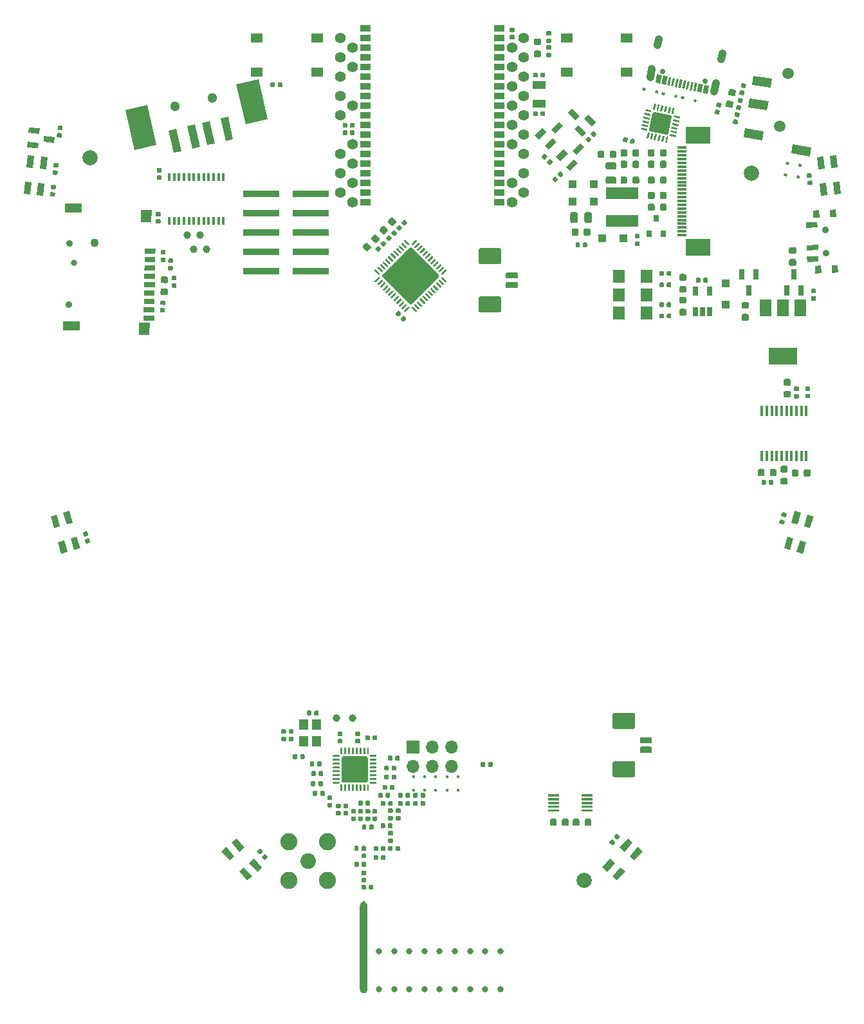
<source format=gbr>
G04 #@! TF.GenerationSoftware,KiCad,Pcbnew,5.99.0-unknown-r17145-8bd2765f*
G04 #@! TF.CreationDate,2019-12-03T04:13:15+08:00*
G04 #@! TF.ProjectId,tr20,74723230-2e6b-4696-9361-645f70636258,rev?*
G04 #@! TF.SameCoordinates,Original*
G04 #@! TF.FileFunction,Soldermask,Bot*
G04 #@! TF.FilePolarity,Negative*
%FSLAX46Y46*%
G04 Gerber Fmt 4.6, Leading zero omitted, Abs format (unit mm)*
G04 Created by KiCad (PCBNEW 5.99.0-unknown-r17145-8bd2765f) date 2019-12-03 04:13:15*
%MOMM*%
%LPD*%
G04 APERTURE LIST*
%ADD10R,1.200000X0.300000*%
%ADD11R,3.300000X2.200000*%
%ADD12R,1.100000X1.100000*%
%ADD13R,1.550000X1.300000*%
%ADD14C,2.050000*%
%ADD15C,2.250000*%
%ADD16C,1.100000*%
%ADD17C,0.800000*%
%ADD18C,1.300000*%
%ADD19C,2.000000*%
%ADD20R,0.350000X0.400000*%
%ADD21C,0.900000*%
%ADD22R,4.800000X0.900000*%
%ADD23C,1.000000*%
%ADD24O,1.700000X1.700000*%
%ADD25R,1.700000X1.700000*%
%ADD26R,1.450000X0.930000*%
%ADD27R,1.800000X1.000000*%
%ADD28R,0.740000X1.440000*%
%ADD29C,1.400000*%
%ADD30R,1.500000X1.800000*%
%ADD31R,4.200000X1.500000*%
%ADD32R,0.800000X0.900000*%
%ADD33R,0.740000X1.190000*%
%ADD34R,1.500000X2.200000*%
%ADD35R,3.800000X2.200000*%
%ADD36C,0.650000*%
%ADD37C,1.000000*%
%ADD38R,0.400000X1.100000*%
%ADD39R,0.450000X1.450000*%
%ADD40R,1.200000X1.400000*%
%ADD41C,1.500000*%
G04 APERTURE END LIST*
G36*
X29314061Y123042846D02*
G01*
X31364282Y122588323D01*
X31453566Y122549037D01*
X31521020Y122478574D01*
X31556374Y122387661D01*
X31554246Y122290139D01*
X31099723Y120239918D01*
X31060437Y120150634D01*
X30989974Y120083180D01*
X30899061Y120047826D01*
X30801539Y120049954D01*
X28751318Y120504477D01*
X28662034Y120543763D01*
X28594580Y120614226D01*
X28559226Y120705139D01*
X28561354Y120802661D01*
X29015877Y122852882D01*
X29055163Y122942166D01*
X29125626Y123009620D01*
X29216539Y123044974D01*
X29314061Y123042846D01*
G37*
G36*
X29285044Y124124772D02*
G01*
X29407081Y124097717D01*
X29429403Y124087896D01*
X29446266Y124070280D01*
X29455104Y124047552D01*
X29454573Y124023172D01*
X29303066Y123339765D01*
X29293244Y123317444D01*
X29275628Y123300580D01*
X29252900Y123291742D01*
X29228520Y123292274D01*
X29106483Y123319329D01*
X29084161Y123329150D01*
X29067298Y123346766D01*
X29058460Y123369494D01*
X29058991Y123393874D01*
X29210498Y124077281D01*
X29220320Y124099602D01*
X29237936Y124116466D01*
X29260664Y124125304D01*
X29285044Y124124772D01*
G37*
G36*
X29773192Y124016552D02*
G01*
X29895229Y123989497D01*
X29917551Y123979676D01*
X29934414Y123962060D01*
X29943252Y123939332D01*
X29942721Y123914952D01*
X29791214Y123231545D01*
X29781392Y123209224D01*
X29763776Y123192360D01*
X29741048Y123183522D01*
X29716668Y123184054D01*
X29594631Y123211109D01*
X29572309Y123220930D01*
X29555446Y123238546D01*
X29546608Y123261274D01*
X29547139Y123285654D01*
X29698646Y123969061D01*
X29708468Y123991382D01*
X29726084Y124008246D01*
X29748812Y124017084D01*
X29773192Y124016552D01*
G37*
G36*
X30261340Y123908332D02*
G01*
X30383377Y123881277D01*
X30405699Y123871456D01*
X30422562Y123853840D01*
X30431400Y123831112D01*
X30430869Y123806732D01*
X30279362Y123123325D01*
X30269540Y123101004D01*
X30251924Y123084140D01*
X30229196Y123075302D01*
X30204816Y123075834D01*
X30082779Y123102889D01*
X30060457Y123112710D01*
X30043594Y123130326D01*
X30034756Y123153054D01*
X30035287Y123177434D01*
X30186794Y123860841D01*
X30196616Y123883162D01*
X30214232Y123900026D01*
X30236960Y123908864D01*
X30261340Y123908332D01*
G37*
G36*
X30749488Y123800113D02*
G01*
X30871525Y123773058D01*
X30893847Y123763237D01*
X30910710Y123745621D01*
X30919548Y123722893D01*
X30919017Y123698513D01*
X30767510Y123015106D01*
X30757688Y122992785D01*
X30740072Y122975921D01*
X30717344Y122967083D01*
X30692964Y122967615D01*
X30570927Y122994670D01*
X30548605Y123004491D01*
X30531742Y123022107D01*
X30522904Y123044835D01*
X30523435Y123069215D01*
X30674942Y123752622D01*
X30684764Y123774943D01*
X30702380Y123791807D01*
X30725108Y123800645D01*
X30749488Y123800113D01*
G37*
G36*
X31237636Y123691893D02*
G01*
X31359673Y123664838D01*
X31381995Y123655017D01*
X31398858Y123637401D01*
X31407696Y123614673D01*
X31407165Y123590293D01*
X31255658Y122906886D01*
X31245836Y122884565D01*
X31228220Y122867701D01*
X31205492Y122858863D01*
X31181112Y122859395D01*
X31059075Y122886450D01*
X31036753Y122896271D01*
X31019890Y122913887D01*
X31011052Y122936615D01*
X31011583Y122960995D01*
X31163090Y123644402D01*
X31172912Y123666723D01*
X31190528Y123683587D01*
X31213256Y123692425D01*
X31237636Y123691893D01*
G37*
G36*
X31725784Y123583673D02*
G01*
X31847821Y123556618D01*
X31870143Y123546797D01*
X31887006Y123529181D01*
X31895844Y123506453D01*
X31895313Y123482073D01*
X31743806Y122798666D01*
X31733984Y122776345D01*
X31716368Y122759481D01*
X31693640Y122750643D01*
X31669260Y122751175D01*
X31547223Y122778230D01*
X31524901Y122788051D01*
X31508038Y122805667D01*
X31499200Y122828395D01*
X31499731Y122852775D01*
X31651238Y123536182D01*
X31661060Y123558503D01*
X31678676Y123575367D01*
X31701404Y123584205D01*
X31725784Y123583673D01*
G37*
G36*
X31905274Y122545209D02*
G01*
X32588681Y122393702D01*
X32611002Y122383880D01*
X32627866Y122366264D01*
X32636704Y122343536D01*
X32636172Y122319156D01*
X32609117Y122197119D01*
X32599296Y122174797D01*
X32581680Y122157934D01*
X32558952Y122149096D01*
X32534572Y122149627D01*
X31851165Y122301134D01*
X31828844Y122310956D01*
X31811980Y122328572D01*
X31803142Y122351300D01*
X31803674Y122375680D01*
X31830729Y122497717D01*
X31840550Y122520039D01*
X31858166Y122536902D01*
X31880894Y122545740D01*
X31905274Y122545209D01*
G37*
G36*
X31797054Y122057061D02*
G01*
X32480461Y121905554D01*
X32502782Y121895732D01*
X32519646Y121878116D01*
X32528484Y121855388D01*
X32527952Y121831008D01*
X32500897Y121708971D01*
X32491076Y121686649D01*
X32473460Y121669786D01*
X32450732Y121660948D01*
X32426352Y121661479D01*
X31742945Y121812986D01*
X31720624Y121822808D01*
X31703760Y121840424D01*
X31694922Y121863152D01*
X31695454Y121887532D01*
X31722509Y122009569D01*
X31732330Y122031891D01*
X31749946Y122048754D01*
X31772674Y122057592D01*
X31797054Y122057061D01*
G37*
G36*
X31688834Y121568913D02*
G01*
X32372241Y121417406D01*
X32394562Y121407584D01*
X32411426Y121389968D01*
X32420264Y121367240D01*
X32419732Y121342860D01*
X32392677Y121220823D01*
X32382856Y121198501D01*
X32365240Y121181638D01*
X32342512Y121172800D01*
X32318132Y121173331D01*
X31634725Y121324838D01*
X31612404Y121334660D01*
X31595540Y121352276D01*
X31586702Y121375004D01*
X31587234Y121399384D01*
X31614289Y121521421D01*
X31624110Y121543743D01*
X31641726Y121560606D01*
X31664454Y121569444D01*
X31688834Y121568913D01*
G37*
G36*
X31580615Y121080765D02*
G01*
X32264022Y120929258D01*
X32286343Y120919436D01*
X32303207Y120901820D01*
X32312045Y120879092D01*
X32311513Y120854712D01*
X32284458Y120732675D01*
X32274637Y120710353D01*
X32257021Y120693490D01*
X32234293Y120684652D01*
X32209913Y120685183D01*
X31526506Y120836690D01*
X31504185Y120846512D01*
X31487321Y120864128D01*
X31478483Y120886856D01*
X31479015Y120911236D01*
X31506070Y121033273D01*
X31515891Y121055595D01*
X31533507Y121072458D01*
X31556235Y121081296D01*
X31580615Y121080765D01*
G37*
G36*
X31472395Y120592617D02*
G01*
X32155802Y120441110D01*
X32178123Y120431288D01*
X32194987Y120413672D01*
X32203825Y120390944D01*
X32203293Y120366564D01*
X32176238Y120244527D01*
X32166417Y120222205D01*
X32148801Y120205342D01*
X32126073Y120196504D01*
X32101693Y120197035D01*
X31418286Y120348542D01*
X31395965Y120358364D01*
X31379101Y120375980D01*
X31370263Y120398708D01*
X31370795Y120423088D01*
X31397850Y120545125D01*
X31407671Y120567447D01*
X31425287Y120584310D01*
X31448015Y120593148D01*
X31472395Y120592617D01*
G37*
G36*
X31364175Y120104469D02*
G01*
X32047582Y119952962D01*
X32069903Y119943140D01*
X32086767Y119925524D01*
X32095605Y119902796D01*
X32095073Y119878416D01*
X32068018Y119756379D01*
X32058197Y119734057D01*
X32040581Y119717194D01*
X32017853Y119708356D01*
X31993473Y119708887D01*
X31310066Y119860394D01*
X31287745Y119870216D01*
X31270881Y119887832D01*
X31262043Y119910560D01*
X31262575Y119934940D01*
X31289630Y120056977D01*
X31299451Y120079299D01*
X31317067Y120096162D01*
X31339795Y120105000D01*
X31364175Y120104469D01*
G37*
G36*
X30887080Y119800526D02*
G01*
X31009117Y119773471D01*
X31031439Y119763650D01*
X31048302Y119746034D01*
X31057140Y119723306D01*
X31056609Y119698926D01*
X30905102Y119015519D01*
X30895280Y118993198D01*
X30877664Y118976334D01*
X30854936Y118967496D01*
X30830556Y118968028D01*
X30708519Y118995083D01*
X30686197Y119004904D01*
X30669334Y119022520D01*
X30660496Y119045248D01*
X30661027Y119069628D01*
X30812534Y119753035D01*
X30822356Y119775356D01*
X30839972Y119792220D01*
X30862700Y119801058D01*
X30887080Y119800526D01*
G37*
G36*
X30398932Y119908746D02*
G01*
X30520969Y119881691D01*
X30543291Y119871870D01*
X30560154Y119854254D01*
X30568992Y119831526D01*
X30568461Y119807146D01*
X30416954Y119123739D01*
X30407132Y119101418D01*
X30389516Y119084554D01*
X30366788Y119075716D01*
X30342408Y119076248D01*
X30220371Y119103303D01*
X30198049Y119113124D01*
X30181186Y119130740D01*
X30172348Y119153468D01*
X30172879Y119177848D01*
X30324386Y119861255D01*
X30334208Y119883576D01*
X30351824Y119900440D01*
X30374552Y119909278D01*
X30398932Y119908746D01*
G37*
G36*
X29910784Y120016966D02*
G01*
X30032821Y119989911D01*
X30055143Y119980090D01*
X30072006Y119962474D01*
X30080844Y119939746D01*
X30080313Y119915366D01*
X29928806Y119231959D01*
X29918984Y119209638D01*
X29901368Y119192774D01*
X29878640Y119183936D01*
X29854260Y119184468D01*
X29732223Y119211523D01*
X29709901Y119221344D01*
X29693038Y119238960D01*
X29684200Y119261688D01*
X29684731Y119286068D01*
X29836238Y119969475D01*
X29846060Y119991796D01*
X29863676Y120008660D01*
X29886404Y120017498D01*
X29910784Y120016966D01*
G37*
G36*
X29422636Y120125185D02*
G01*
X29544673Y120098130D01*
X29566995Y120088309D01*
X29583858Y120070693D01*
X29592696Y120047965D01*
X29592165Y120023585D01*
X29440658Y119340178D01*
X29430836Y119317857D01*
X29413220Y119300993D01*
X29390492Y119292155D01*
X29366112Y119292687D01*
X29244075Y119319742D01*
X29221753Y119329563D01*
X29204890Y119347179D01*
X29196052Y119369907D01*
X29196583Y119394287D01*
X29348090Y120077694D01*
X29357912Y120100015D01*
X29375528Y120116879D01*
X29398256Y120125717D01*
X29422636Y120125185D01*
G37*
G36*
X28934488Y120233405D02*
G01*
X29056525Y120206350D01*
X29078847Y120196529D01*
X29095710Y120178913D01*
X29104548Y120156185D01*
X29104017Y120131805D01*
X28952510Y119448398D01*
X28942688Y119426077D01*
X28925072Y119409213D01*
X28902344Y119400375D01*
X28877964Y119400907D01*
X28755927Y119427962D01*
X28733605Y119437783D01*
X28716742Y119455399D01*
X28707904Y119478127D01*
X28708435Y119502507D01*
X28859942Y120185914D01*
X28869764Y120208235D01*
X28887380Y120225099D01*
X28910108Y120233937D01*
X28934488Y120233405D01*
G37*
G36*
X28446340Y120341625D02*
G01*
X28568377Y120314570D01*
X28590699Y120304749D01*
X28607562Y120287133D01*
X28616400Y120264405D01*
X28615869Y120240025D01*
X28464362Y119556618D01*
X28454540Y119534297D01*
X28436924Y119517433D01*
X28414196Y119508595D01*
X28389816Y119509127D01*
X28267779Y119536182D01*
X28245457Y119546003D01*
X28228594Y119563619D01*
X28219756Y119586347D01*
X28220287Y119610727D01*
X28371794Y120294134D01*
X28381616Y120316455D01*
X28399232Y120333319D01*
X28421960Y120342157D01*
X28446340Y120341625D01*
G37*
G36*
X27581028Y120943173D02*
G01*
X28264435Y120791666D01*
X28286756Y120781844D01*
X28303620Y120764228D01*
X28312458Y120741500D01*
X28311926Y120717120D01*
X28284871Y120595083D01*
X28275050Y120572761D01*
X28257434Y120555898D01*
X28234706Y120547060D01*
X28210326Y120547591D01*
X27526919Y120699098D01*
X27504598Y120708920D01*
X27487734Y120726536D01*
X27478896Y120749264D01*
X27479428Y120773644D01*
X27506483Y120895681D01*
X27516304Y120918003D01*
X27533920Y120934866D01*
X27556648Y120943704D01*
X27581028Y120943173D01*
G37*
G36*
X27689248Y121431321D02*
G01*
X28372655Y121279814D01*
X28394976Y121269992D01*
X28411840Y121252376D01*
X28420678Y121229648D01*
X28420146Y121205268D01*
X28393091Y121083231D01*
X28383270Y121060909D01*
X28365654Y121044046D01*
X28342926Y121035208D01*
X28318546Y121035739D01*
X27635139Y121187246D01*
X27612818Y121197068D01*
X27595954Y121214684D01*
X27587116Y121237412D01*
X27587648Y121261792D01*
X27614703Y121383829D01*
X27624524Y121406151D01*
X27642140Y121423014D01*
X27664868Y121431852D01*
X27689248Y121431321D01*
G37*
G36*
X27797468Y121919469D02*
G01*
X28480875Y121767962D01*
X28503196Y121758140D01*
X28520060Y121740524D01*
X28528898Y121717796D01*
X28528366Y121693416D01*
X28501311Y121571379D01*
X28491490Y121549057D01*
X28473874Y121532194D01*
X28451146Y121523356D01*
X28426766Y121523887D01*
X27743359Y121675394D01*
X27721038Y121685216D01*
X27704174Y121702832D01*
X27695336Y121725560D01*
X27695868Y121749940D01*
X27722923Y121871977D01*
X27732744Y121894299D01*
X27750360Y121911162D01*
X27773088Y121920000D01*
X27797468Y121919469D01*
G37*
G36*
X27905687Y122407617D02*
G01*
X28589094Y122256110D01*
X28611415Y122246288D01*
X28628279Y122228672D01*
X28637117Y122205944D01*
X28636585Y122181564D01*
X28609530Y122059527D01*
X28599709Y122037205D01*
X28582093Y122020342D01*
X28559365Y122011504D01*
X28534985Y122012035D01*
X27851578Y122163542D01*
X27829257Y122173364D01*
X27812393Y122190980D01*
X27803555Y122213708D01*
X27804087Y122238088D01*
X27831142Y122360125D01*
X27840963Y122382447D01*
X27858579Y122399310D01*
X27881307Y122408148D01*
X27905687Y122407617D01*
G37*
G36*
X28013907Y122895765D02*
G01*
X28697314Y122744258D01*
X28719635Y122734436D01*
X28736499Y122716820D01*
X28745337Y122694092D01*
X28744805Y122669712D01*
X28717750Y122547675D01*
X28707929Y122525353D01*
X28690313Y122508490D01*
X28667585Y122499652D01*
X28643205Y122500183D01*
X27959798Y122651690D01*
X27937477Y122661512D01*
X27920613Y122679128D01*
X27911775Y122701856D01*
X27912307Y122726236D01*
X27939362Y122848273D01*
X27949183Y122870595D01*
X27966799Y122887458D01*
X27989527Y122896296D01*
X28013907Y122895765D01*
G37*
G36*
X28122127Y123383913D02*
G01*
X28805534Y123232406D01*
X28827855Y123222584D01*
X28844719Y123204968D01*
X28853557Y123182240D01*
X28853025Y123157860D01*
X28825970Y123035823D01*
X28816149Y123013501D01*
X28798533Y122996638D01*
X28775805Y122987800D01*
X28751425Y122988331D01*
X28068018Y123139838D01*
X28045697Y123149660D01*
X28028833Y123167276D01*
X28019995Y123190004D01*
X28020527Y123214384D01*
X28047582Y123336421D01*
X28057403Y123358743D01*
X28075019Y123375606D01*
X28097747Y123384444D01*
X28122127Y123383913D01*
G37*
D10*
X32857800Y118321400D03*
X32857800Y117821400D03*
X32857800Y117321400D03*
X32857800Y116821400D03*
X32857800Y116321400D03*
X32857800Y115821400D03*
X32857800Y115321400D03*
X32857800Y114821400D03*
X32857800Y114321400D03*
X32857800Y113821400D03*
X32857800Y113321400D03*
X32857800Y112821400D03*
X32857800Y112321400D03*
X32857800Y111821400D03*
X32857800Y111321400D03*
X32857800Y110821400D03*
X32857800Y110321400D03*
X32857800Y109821400D03*
X32857800Y109321400D03*
X32857800Y108821400D03*
X32857800Y108321400D03*
X32857800Y107821400D03*
X32857800Y107321400D03*
X32857800Y106821400D03*
D11*
X35027800Y119921400D03*
X35027800Y105221400D03*
D12*
X21282800Y111221400D03*
X18482800Y111221400D03*
D13*
X17691200Y128250000D03*
X25641200Y128250000D03*
X17691200Y132750000D03*
X25641200Y132750000D03*
X-23075800Y128250000D03*
X-15125800Y128250000D03*
X-23075800Y132750000D03*
X-15125800Y132750000D03*
D14*
X-16344900Y24576900D03*
D15*
X-18884900Y27116900D03*
X-18884900Y22036900D03*
X-13804900Y22036900D03*
X-13804900Y27116900D03*
D16*
X-44454466Y105841526D03*
D17*
X-47141472Y103154520D03*
G36*
X-53223331Y117352918D02*
G01*
X-52377987Y117264069D01*
X-52545233Y115672834D01*
X-53390577Y115761683D01*
X-53223331Y117352918D01*
G37*
G36*
X-51482918Y117169993D02*
G01*
X-50637574Y117081144D01*
X-50804820Y115489909D01*
X-51650164Y115578758D01*
X-51482918Y117169993D01*
G37*
G36*
X-53589180Y113872091D02*
G01*
X-52743836Y113783242D01*
X-52911082Y112192007D01*
X-53756426Y112280856D01*
X-53589180Y113872091D01*
G37*
G36*
X-51848767Y113689166D02*
G01*
X-51003423Y113600317D01*
X-51170669Y112009082D01*
X-52016013Y112097931D01*
X-51848767Y113689166D01*
G37*
G36*
X48806765Y64944954D02*
G01*
X47989693Y65179246D01*
X48430713Y66717264D01*
X49247785Y66482972D01*
X48806765Y64944954D01*
G37*
G36*
X47124557Y65427320D02*
G01*
X46307485Y65661612D01*
X46748505Y67199630D01*
X47565577Y66965338D01*
X47124557Y65427320D01*
G37*
G36*
X49771495Y68309370D02*
G01*
X48954423Y68543662D01*
X49395443Y70081680D01*
X50212515Y69847388D01*
X49771495Y68309370D01*
G37*
G36*
X48089287Y68791736D02*
G01*
X47272215Y69026028D01*
X47713235Y70564046D01*
X48530307Y70329754D01*
X48089287Y68791736D01*
G37*
G36*
X-50212515Y69847388D02*
G01*
X-49395443Y70081680D01*
X-48954423Y68543662D01*
X-49771495Y68309370D01*
X-50212515Y69847388D01*
G37*
G36*
X-48530307Y70329754D02*
G01*
X-47713235Y70564046D01*
X-47272215Y69026028D01*
X-48089287Y68791736D01*
X-48530307Y70329754D01*
G37*
G36*
X-49247785Y66482972D02*
G01*
X-48430713Y66717264D01*
X-47989693Y65179246D01*
X-48806765Y64944954D01*
X-49247785Y66482972D01*
G37*
G36*
X-47565577Y66965338D02*
G01*
X-46748505Y67199630D01*
X-46307485Y65661612D01*
X-47124557Y65427320D01*
X-47565577Y66965338D01*
G37*
G36*
X-27698473Y25811233D02*
G01*
X-27056970Y26368883D01*
X-26007275Y25161347D01*
X-26648778Y24603697D01*
X-27698473Y25811233D01*
G37*
G36*
X-26377731Y26959336D02*
G01*
X-25736228Y27516986D01*
X-24686533Y26309450D01*
X-25328036Y25751800D01*
X-26377731Y26959336D01*
G37*
G36*
X-25402267Y23169750D02*
G01*
X-24760764Y23727400D01*
X-23711069Y22519864D01*
X-24352572Y21962214D01*
X-25402267Y23169750D01*
G37*
G36*
X-24081525Y24317853D02*
G01*
X-23440022Y24875503D01*
X-22390327Y23667967D01*
X-23031830Y23110317D01*
X-24081525Y24317853D01*
G37*
G36*
X24352572Y21962214D02*
G01*
X23711069Y22519864D01*
X24760764Y23727400D01*
X25402267Y23169750D01*
X24352572Y21962214D01*
G37*
G36*
X23031830Y23110317D02*
G01*
X22390327Y23667967D01*
X23440022Y24875503D01*
X24081525Y24317853D01*
X23031830Y23110317D01*
G37*
G36*
X26648778Y24603697D02*
G01*
X26007275Y25161347D01*
X27056970Y26368883D01*
X27698473Y25811233D01*
X26648778Y24603697D01*
G37*
G36*
X25328036Y25751800D02*
G01*
X24686533Y26309450D01*
X25736228Y27516986D01*
X26377731Y26959336D01*
X25328036Y25751800D01*
G37*
G36*
X53756426Y112280856D02*
G01*
X52911082Y112192007D01*
X52743836Y113783242D01*
X53589180Y113872091D01*
X53756426Y112280856D01*
G37*
G36*
X52016013Y112097931D02*
G01*
X51170669Y112009082D01*
X51003423Y113600317D01*
X51848767Y113689166D01*
X52016013Y112097931D01*
G37*
G36*
X53390577Y115761683D02*
G01*
X52545233Y115672834D01*
X52377987Y117264069D01*
X53223331Y117352918D01*
X53390577Y115761683D01*
G37*
G36*
X51650164Y115578758D02*
G01*
X50804820Y115489909D01*
X50637574Y117081144D01*
X51482918Y117169993D01*
X51650164Y115578758D01*
G37*
D12*
X38608000Y100510800D03*
X38608000Y97710800D03*
D18*
X-28964075Y124862378D03*
X-33835925Y123737622D03*
G36*
X-24563995Y121362478D02*
G01*
X-25778731Y126624077D01*
X-22855621Y127298930D01*
X-21640885Y122037331D01*
X-24563995Y121362478D01*
G37*
G36*
X-39179546Y117988212D02*
G01*
X-40394282Y123249811D01*
X-37471172Y123924664D01*
X-36256436Y118663065D01*
X-39179546Y117988212D01*
G37*
G36*
X-27149678Y119226069D02*
G01*
X-27824532Y122149180D01*
X-26850162Y122374131D01*
X-26175308Y119451020D01*
X-27149678Y119226069D01*
G37*
G36*
X-29585603Y118663692D02*
G01*
X-30260457Y121586803D01*
X-29286087Y121811754D01*
X-28611233Y118888643D01*
X-29585603Y118663692D01*
G37*
G36*
X-31534343Y118213790D02*
G01*
X-32209197Y121136901D01*
X-31234827Y121361852D01*
X-30559973Y118438741D01*
X-31534343Y118213790D01*
G37*
G36*
X-33970269Y117651412D02*
G01*
X-34645123Y120574523D01*
X-33670753Y120799474D01*
X-32995899Y117876363D01*
X-33970269Y117651412D01*
G37*
D19*
X20000000Y22000000D03*
X-45000000Y117000000D03*
X42000000Y115000000D03*
G36*
X-35829254Y109884772D02*
G01*
X-35781402Y109852798D01*
X-35749428Y109804946D01*
X-35738200Y109748500D01*
X-35738200Y109453500D01*
X-35749428Y109397054D01*
X-35781402Y109349202D01*
X-35829254Y109317228D01*
X-35885700Y109306000D01*
X-36230700Y109306000D01*
X-36287146Y109317228D01*
X-36334998Y109349202D01*
X-36366972Y109397054D01*
X-36378200Y109453500D01*
X-36378200Y109748500D01*
X-36366972Y109804946D01*
X-36334998Y109852798D01*
X-36287146Y109884772D01*
X-36230700Y109896000D01*
X-35885700Y109896000D01*
X-35829254Y109884772D01*
G37*
G36*
X-35829254Y108914772D02*
G01*
X-35781402Y108882798D01*
X-35749428Y108834946D01*
X-35738200Y108778500D01*
X-35738200Y108483500D01*
X-35749428Y108427054D01*
X-35781402Y108379202D01*
X-35829254Y108347228D01*
X-35885700Y108336000D01*
X-36230700Y108336000D01*
X-36287146Y108347228D01*
X-36334998Y108379202D01*
X-36366972Y108427054D01*
X-36378200Y108483500D01*
X-36378200Y108778500D01*
X-36366972Y108834946D01*
X-36334998Y108882798D01*
X-36287146Y108914772D01*
X-36230700Y108926000D01*
X-35885700Y108926000D01*
X-35829254Y108914772D01*
G37*
D20*
X1955800Y33892600D03*
X1955800Y35592600D03*
X3429000Y33892600D03*
X3429000Y35592600D03*
D21*
X51737850Y107493772D03*
X51842548Y104495600D03*
G36*
X49190989Y108505504D02*
G01*
X50690075Y108557853D01*
X50714505Y107858280D01*
X49215419Y107805931D01*
X49190989Y108505504D01*
G37*
G36*
X49295688Y105507332D02*
G01*
X50794774Y105559681D01*
X50819204Y104860108D01*
X49320118Y104807759D01*
X49295688Y105507332D01*
G37*
G36*
X49348037Y104008245D02*
G01*
X50847123Y104060594D01*
X50871553Y103361021D01*
X49372467Y103308672D01*
X49348037Y104008245D01*
G37*
G36*
X52344940Y110166588D02*
G01*
X53144453Y110194507D01*
X53179352Y109195116D01*
X52379839Y109167197D01*
X52344940Y110166588D01*
G37*
G36*
X52599706Y102871035D02*
G01*
X53399219Y102898954D01*
X53434118Y101899563D01*
X52634605Y101871644D01*
X52599706Y102871035D01*
G37*
G36*
X50391052Y102793907D02*
G01*
X51190565Y102821826D01*
X51225464Y101822435D01*
X50425951Y101794516D01*
X50391052Y102793907D01*
G37*
G36*
X50136286Y110089460D02*
G01*
X50935799Y110117379D01*
X50970698Y109117988D01*
X50171185Y109090069D01*
X50136286Y110089460D01*
G37*
G36*
X49657346Y86925572D02*
G01*
X49705198Y86893598D01*
X49737172Y86845746D01*
X49748400Y86789300D01*
X49748400Y86494300D01*
X49737172Y86437854D01*
X49705198Y86390002D01*
X49657346Y86358028D01*
X49600900Y86346800D01*
X49255900Y86346800D01*
X49199454Y86358028D01*
X49151602Y86390002D01*
X49119628Y86437854D01*
X49108400Y86494300D01*
X49108400Y86789300D01*
X49119628Y86845746D01*
X49151602Y86893598D01*
X49199454Y86925572D01*
X49255900Y86936800D01*
X49600900Y86936800D01*
X49657346Y86925572D01*
G37*
G36*
X49657346Y85955572D02*
G01*
X49705198Y85923598D01*
X49737172Y85875746D01*
X49748400Y85819300D01*
X49748400Y85524300D01*
X49737172Y85467854D01*
X49705198Y85420002D01*
X49657346Y85388028D01*
X49600900Y85376800D01*
X49255900Y85376800D01*
X49199454Y85388028D01*
X49151602Y85420002D01*
X49119628Y85467854D01*
X49108400Y85524300D01*
X49108400Y85819300D01*
X49119628Y85875746D01*
X49151602Y85923598D01*
X49199454Y85955572D01*
X49255900Y85966800D01*
X49600900Y85966800D01*
X49657346Y85955572D01*
G37*
D22*
X-16003200Y112242600D03*
X-22503200Y112242600D03*
X-16003200Y109702600D03*
X-22503200Y109702600D03*
X-16003200Y107162600D03*
X-22503200Y107162600D03*
X-16003200Y104622600D03*
X-22503200Y104622600D03*
X-16003200Y102082600D03*
X-22503200Y102082600D03*
D23*
X-32197400Y106807000D03*
X-31359200Y104978200D03*
X-30521000Y106807000D03*
X-29708200Y105003600D03*
D24*
X2540000Y36960000D03*
X2540000Y39500000D03*
X0Y36960000D03*
X0Y39500000D03*
X-2540000Y36960000D03*
D25*
X-2540000Y39500000D03*
G36*
X28814237Y39558276D02*
G01*
X28879121Y39514921D01*
X28922476Y39450037D01*
X28937700Y39373500D01*
X28937700Y38973500D01*
X28922476Y38896963D01*
X28879121Y38832079D01*
X28814237Y38788724D01*
X28737700Y38773500D01*
X27537700Y38773500D01*
X27461163Y38788724D01*
X27396279Y38832079D01*
X27352924Y38896963D01*
X27337700Y38973500D01*
X27337700Y39373500D01*
X27352924Y39450037D01*
X27396279Y39514921D01*
X27461163Y39558276D01*
X27537700Y39573500D01*
X28737700Y39573500D01*
X28814237Y39558276D01*
G37*
G36*
X28814237Y40808276D02*
G01*
X28879121Y40764921D01*
X28922476Y40700037D01*
X28937700Y40623500D01*
X28937700Y40223500D01*
X28922476Y40146963D01*
X28879121Y40082079D01*
X28814237Y40038724D01*
X28737700Y40023500D01*
X27537700Y40023500D01*
X27461163Y40038724D01*
X27396279Y40082079D01*
X27352924Y40146963D01*
X27337700Y40223500D01*
X27337700Y40623500D01*
X27352924Y40700037D01*
X27396279Y40764921D01*
X27461163Y40808276D01*
X27537700Y40823500D01*
X28737700Y40823500D01*
X28814237Y40808276D01*
G37*
G36*
X26583371Y37654470D02*
G01*
X26664477Y37600277D01*
X26718670Y37519171D01*
X26737700Y37423500D01*
X26737700Y35823500D01*
X26718670Y35727829D01*
X26664477Y35646723D01*
X26583371Y35592530D01*
X26487700Y35573500D01*
X23987700Y35573500D01*
X23892029Y35592530D01*
X23810923Y35646723D01*
X23756730Y35727829D01*
X23737700Y35823500D01*
X23737700Y37423500D01*
X23756730Y37519171D01*
X23810923Y37600277D01*
X23892029Y37654470D01*
X23987700Y37673500D01*
X26487700Y37673500D01*
X26583371Y37654470D01*
G37*
G36*
X26583371Y44004470D02*
G01*
X26664477Y43950277D01*
X26718670Y43869171D01*
X26737700Y43773500D01*
X26737700Y42173500D01*
X26718670Y42077829D01*
X26664477Y41996723D01*
X26583371Y41942530D01*
X26487700Y41923500D01*
X23987700Y41923500D01*
X23892029Y41942530D01*
X23810923Y41996723D01*
X23756730Y42077829D01*
X23737700Y42173500D01*
X23737700Y43773500D01*
X23756730Y43869171D01*
X23810923Y43950277D01*
X23892029Y44004470D01*
X23987700Y44023500D01*
X26487700Y44023500D01*
X26583371Y44004470D01*
G37*
G36*
X11176537Y100659776D02*
G01*
X11241421Y100616421D01*
X11284776Y100551537D01*
X11300000Y100475000D01*
X11300000Y100075000D01*
X11284776Y99998463D01*
X11241421Y99933579D01*
X11176537Y99890224D01*
X11100000Y99875000D01*
X9900000Y99875000D01*
X9823463Y99890224D01*
X9758579Y99933579D01*
X9715224Y99998463D01*
X9700000Y100075000D01*
X9700000Y100475000D01*
X9715224Y100551537D01*
X9758579Y100616421D01*
X9823463Y100659776D01*
X9900000Y100675000D01*
X11100000Y100675000D01*
X11176537Y100659776D01*
G37*
G36*
X11176537Y101909776D02*
G01*
X11241421Y101866421D01*
X11284776Y101801537D01*
X11300000Y101725000D01*
X11300000Y101325000D01*
X11284776Y101248463D01*
X11241421Y101183579D01*
X11176537Y101140224D01*
X11100000Y101125000D01*
X9900000Y101125000D01*
X9823463Y101140224D01*
X9758579Y101183579D01*
X9715224Y101248463D01*
X9700000Y101325000D01*
X9700000Y101725000D01*
X9715224Y101801537D01*
X9758579Y101866421D01*
X9823463Y101909776D01*
X9900000Y101925000D01*
X11100000Y101925000D01*
X11176537Y101909776D01*
G37*
G36*
X8945671Y98755970D02*
G01*
X9026777Y98701777D01*
X9080970Y98620671D01*
X9100000Y98525000D01*
X9100000Y96925000D01*
X9080970Y96829329D01*
X9026777Y96748223D01*
X8945671Y96694030D01*
X8850000Y96675000D01*
X6350000Y96675000D01*
X6254329Y96694030D01*
X6173223Y96748223D01*
X6119030Y96829329D01*
X6100000Y96925000D01*
X6100000Y98525000D01*
X6119030Y98620671D01*
X6173223Y98701777D01*
X6254329Y98755970D01*
X6350000Y98775000D01*
X8850000Y98775000D01*
X8945671Y98755970D01*
G37*
G36*
X8945671Y105105970D02*
G01*
X9026777Y105051777D01*
X9080970Y104970671D01*
X9100000Y104875000D01*
X9100000Y103275000D01*
X9080970Y103179329D01*
X9026777Y103098223D01*
X8945671Y103044030D01*
X8850000Y103025000D01*
X6350000Y103025000D01*
X6254329Y103044030D01*
X6173223Y103098223D01*
X6119030Y103179329D01*
X6100000Y103275000D01*
X6100000Y104875000D01*
X6119030Y104970671D01*
X6173223Y105051777D01*
X6254329Y105105970D01*
X6350000Y105125000D01*
X8850000Y105125000D01*
X8945671Y105105970D01*
G37*
G36*
X-8900000Y19169016D02*
G01*
X-8788117Y19135557D01*
X-8667932Y19057657D01*
X-8574442Y18949156D01*
X-8515162Y18818777D01*
X-8494858Y18677000D01*
X-8494858Y7677000D01*
X-8494896Y7670829D01*
X-8516930Y7529311D01*
X-8577799Y7399666D01*
X-8672607Y7292315D01*
X-8793735Y7215889D01*
X-8931444Y7176532D01*
X-9074665Y7177407D01*
X-9211883Y7218443D01*
X-9332068Y7296343D01*
X-9425558Y7404844D01*
X-9484838Y7535223D01*
X-9505142Y7677000D01*
X-9505142Y18677000D01*
X-9505104Y18683171D01*
X-9483070Y18824689D01*
X-9422201Y18954334D01*
X-9327393Y19061685D01*
X-9206265Y19138111D01*
X-9100000Y19168481D01*
X-9100000Y19277000D01*
X-8900000Y19277000D01*
X-8900000Y19169016D01*
G37*
D17*
X-7000000Y7677000D03*
X-7000000Y12677000D03*
X-9000000Y7677000D03*
X9000000Y12677000D03*
X9000000Y7677000D03*
X-5000000Y12677000D03*
X-5000000Y7677000D03*
X-3000000Y12677000D03*
X-1000000Y12677000D03*
X-3000000Y7677000D03*
X-1000000Y7677000D03*
X7000000Y12677000D03*
X5000000Y7677000D03*
X1000000Y12677000D03*
X5000000Y12677000D03*
X3000000Y12677000D03*
X3000000Y7677000D03*
X1000000Y7677000D03*
X7000000Y7677000D03*
G36*
X-19316354Y40895972D02*
G01*
X-19268502Y40863998D01*
X-19236528Y40816146D01*
X-19225300Y40759700D01*
X-19225300Y40464700D01*
X-19236528Y40408254D01*
X-19268502Y40360402D01*
X-19316354Y40328428D01*
X-19372800Y40317200D01*
X-19717800Y40317200D01*
X-19774246Y40328428D01*
X-19822098Y40360402D01*
X-19854072Y40408254D01*
X-19865300Y40464700D01*
X-19865300Y40759700D01*
X-19854072Y40816146D01*
X-19822098Y40863998D01*
X-19774246Y40895972D01*
X-19717800Y40907200D01*
X-19372800Y40907200D01*
X-19316354Y40895972D01*
G37*
G36*
X-19316354Y41865972D02*
G01*
X-19268502Y41833998D01*
X-19236528Y41786146D01*
X-19225300Y41729700D01*
X-19225300Y41434700D01*
X-19236528Y41378254D01*
X-19268502Y41330402D01*
X-19316354Y41298428D01*
X-19372800Y41287200D01*
X-19717800Y41287200D01*
X-19774246Y41298428D01*
X-19822098Y41330402D01*
X-19854072Y41378254D01*
X-19865300Y41434700D01*
X-19865300Y41729700D01*
X-19854072Y41786146D01*
X-19822098Y41833998D01*
X-19774246Y41865972D01*
X-19717800Y41877200D01*
X-19372800Y41877200D01*
X-19316354Y41865972D01*
G37*
G36*
X-7769254Y29343372D02*
G01*
X-7721402Y29311398D01*
X-7689428Y29263546D01*
X-7678200Y29207100D01*
X-7678200Y28862100D01*
X-7689428Y28805654D01*
X-7721402Y28757802D01*
X-7769254Y28725828D01*
X-7825700Y28714600D01*
X-8120700Y28714600D01*
X-8177146Y28725828D01*
X-8224998Y28757802D01*
X-8256972Y28805654D01*
X-8268200Y28862100D01*
X-8268200Y29207100D01*
X-8256972Y29263546D01*
X-8224998Y29311398D01*
X-8177146Y29343372D01*
X-8120700Y29354600D01*
X-7825700Y29354600D01*
X-7769254Y29343372D01*
G37*
G36*
X-8739254Y29343372D02*
G01*
X-8691402Y29311398D01*
X-8659428Y29263546D01*
X-8648200Y29207100D01*
X-8648200Y28862100D01*
X-8659428Y28805654D01*
X-8691402Y28757802D01*
X-8739254Y28725828D01*
X-8795700Y28714600D01*
X-9090700Y28714600D01*
X-9147146Y28725828D01*
X-9194998Y28757802D01*
X-9226972Y28805654D01*
X-9238200Y28862100D01*
X-9238200Y29207100D01*
X-9226972Y29263546D01*
X-9194998Y29311398D01*
X-9147146Y29343372D01*
X-9090700Y29354600D01*
X-8795700Y29354600D01*
X-8739254Y29343372D01*
G37*
G36*
X19368946Y105858772D02*
G01*
X19416798Y105826798D01*
X19448772Y105778946D01*
X19460000Y105722500D01*
X19460000Y105377500D01*
X19448772Y105321054D01*
X19416798Y105273202D01*
X19368946Y105241228D01*
X19312500Y105230000D01*
X19017500Y105230000D01*
X18961054Y105241228D01*
X18913202Y105273202D01*
X18881228Y105321054D01*
X18870000Y105377500D01*
X18870000Y105722500D01*
X18881228Y105778946D01*
X18913202Y105826798D01*
X18961054Y105858772D01*
X19017500Y105870000D01*
X19312500Y105870000D01*
X19368946Y105858772D01*
G37*
G36*
X20338946Y105858772D02*
G01*
X20386798Y105826798D01*
X20418772Y105778946D01*
X20430000Y105722500D01*
X20430000Y105377500D01*
X20418772Y105321054D01*
X20386798Y105273202D01*
X20338946Y105241228D01*
X20282500Y105230000D01*
X19987500Y105230000D01*
X19931054Y105241228D01*
X19883202Y105273202D01*
X19851228Y105321054D01*
X19840000Y105377500D01*
X19840000Y105722500D01*
X19851228Y105778946D01*
X19883202Y105826798D01*
X19931054Y105858772D01*
X19987500Y105870000D01*
X20282500Y105870000D01*
X20338946Y105858772D01*
G37*
G36*
X48184146Y86919183D02*
G01*
X48231998Y86887209D01*
X48263972Y86839357D01*
X48275200Y86782911D01*
X48275200Y86487911D01*
X48263972Y86431465D01*
X48231998Y86383613D01*
X48184146Y86351639D01*
X48127700Y86340411D01*
X47782700Y86340411D01*
X47726254Y86351639D01*
X47678402Y86383613D01*
X47646428Y86431465D01*
X47635200Y86487911D01*
X47635200Y86782911D01*
X47646428Y86839357D01*
X47678402Y86887209D01*
X47726254Y86919183D01*
X47782700Y86930411D01*
X48127700Y86930411D01*
X48184146Y86919183D01*
G37*
G36*
X48184146Y85949183D02*
G01*
X48231998Y85917209D01*
X48263972Y85869357D01*
X48275200Y85812911D01*
X48275200Y85517911D01*
X48263972Y85461465D01*
X48231998Y85413613D01*
X48184146Y85381639D01*
X48127700Y85370411D01*
X47782700Y85370411D01*
X47726254Y85381639D01*
X47678402Y85413613D01*
X47646428Y85461465D01*
X47635200Y85517911D01*
X47635200Y85812911D01*
X47646428Y85869357D01*
X47678402Y85917209D01*
X47726254Y85949183D01*
X47782700Y85960411D01*
X48127700Y85960411D01*
X48184146Y85949183D01*
G37*
G36*
X43841146Y74648083D02*
G01*
X43888998Y74616109D01*
X43920972Y74568257D01*
X43932200Y74511811D01*
X43932200Y74166811D01*
X43920972Y74110365D01*
X43888998Y74062513D01*
X43841146Y74030539D01*
X43784700Y74019311D01*
X43489700Y74019311D01*
X43433254Y74030539D01*
X43385402Y74062513D01*
X43353428Y74110365D01*
X43342200Y74166811D01*
X43342200Y74511811D01*
X43353428Y74568257D01*
X43385402Y74616109D01*
X43433254Y74648083D01*
X43489700Y74659311D01*
X43784700Y74659311D01*
X43841146Y74648083D01*
G37*
G36*
X44811146Y74648083D02*
G01*
X44858998Y74616109D01*
X44890972Y74568257D01*
X44902200Y74511811D01*
X44902200Y74166811D01*
X44890972Y74110365D01*
X44858998Y74062513D01*
X44811146Y74030539D01*
X44754700Y74019311D01*
X44459700Y74019311D01*
X44403254Y74030539D01*
X44355402Y74062513D01*
X44323428Y74110365D01*
X44312200Y74166811D01*
X44312200Y74511811D01*
X44323428Y74568257D01*
X44355402Y74616109D01*
X44403254Y74648083D01*
X44459700Y74659311D01*
X44754700Y74659311D01*
X44811146Y74648083D01*
G37*
G36*
X-3697729Y96218799D02*
G01*
X-3649877Y96186825D01*
X-3441281Y95978229D01*
X-3409307Y95930377D01*
X-3398079Y95873931D01*
X-3409307Y95817485D01*
X-3441281Y95769633D01*
X-3685233Y95525681D01*
X-3733085Y95493707D01*
X-3789531Y95482479D01*
X-3845977Y95493707D01*
X-3893829Y95525681D01*
X-4102425Y95734277D01*
X-4134399Y95782129D01*
X-4145627Y95838575D01*
X-4134399Y95895021D01*
X-4102425Y95942873D01*
X-3858473Y96186825D01*
X-3810621Y96218799D01*
X-3754175Y96230027D01*
X-3697729Y96218799D01*
G37*
G36*
X-4383623Y96904693D02*
G01*
X-4335771Y96872719D01*
X-4127175Y96664123D01*
X-4095201Y96616271D01*
X-4083973Y96559825D01*
X-4095201Y96503379D01*
X-4127175Y96455527D01*
X-4371127Y96211575D01*
X-4418979Y96179601D01*
X-4475425Y96168373D01*
X-4531871Y96179601D01*
X-4579723Y96211575D01*
X-4788319Y96420171D01*
X-4820293Y96468023D01*
X-4831521Y96524469D01*
X-4820293Y96580915D01*
X-4788319Y96628767D01*
X-4544367Y96872719D01*
X-4496515Y96904693D01*
X-4440069Y96915921D01*
X-4383623Y96904693D01*
G37*
G36*
X-3606085Y108833293D02*
G01*
X-3558233Y108801319D01*
X-3314281Y108557367D01*
X-3282307Y108509515D01*
X-3271079Y108453069D01*
X-3282307Y108396623D01*
X-3314281Y108348771D01*
X-3522877Y108140175D01*
X-3570729Y108108201D01*
X-3627175Y108096973D01*
X-3683621Y108108201D01*
X-3731473Y108140175D01*
X-3975425Y108384127D01*
X-4007399Y108431979D01*
X-4018627Y108488425D01*
X-4007399Y108544871D01*
X-3975425Y108592723D01*
X-3766829Y108801319D01*
X-3718977Y108833293D01*
X-3662531Y108844521D01*
X-3606085Y108833293D01*
G37*
G36*
X-4291979Y108147399D02*
G01*
X-4244127Y108115425D01*
X-4000175Y107871473D01*
X-3968201Y107823621D01*
X-3956973Y107767175D01*
X-3968201Y107710729D01*
X-4000175Y107662877D01*
X-4208771Y107454281D01*
X-4256623Y107422307D01*
X-4313069Y107411079D01*
X-4369515Y107422307D01*
X-4417367Y107454281D01*
X-4661319Y107698233D01*
X-4693293Y107746085D01*
X-4704521Y107802531D01*
X-4693293Y107858977D01*
X-4661319Y107906829D01*
X-4452723Y108115425D01*
X-4404871Y108147399D01*
X-4348425Y108158627D01*
X-4291979Y108147399D01*
G37*
G36*
X49931125Y114022206D02*
G01*
X49982058Y113995409D01*
X50018859Y113951161D01*
X50035925Y113896198D01*
X50066761Y113602814D01*
X50061495Y113545504D01*
X50034698Y113494571D01*
X49990450Y113457770D01*
X49935487Y113440704D01*
X49592377Y113404642D01*
X49535067Y113409908D01*
X49484134Y113436705D01*
X49447333Y113480953D01*
X49430267Y113535916D01*
X49399431Y113829300D01*
X49404697Y113886610D01*
X49431494Y113937543D01*
X49475742Y113974344D01*
X49530705Y113991410D01*
X49873815Y114027472D01*
X49931125Y114022206D01*
G37*
G36*
X49829733Y114986892D02*
G01*
X49880666Y114960095D01*
X49917467Y114915847D01*
X49934533Y114860884D01*
X49965369Y114567500D01*
X49960103Y114510190D01*
X49933306Y114459257D01*
X49889058Y114422456D01*
X49834095Y114405390D01*
X49490985Y114369328D01*
X49433675Y114374594D01*
X49382742Y114401391D01*
X49345941Y114445639D01*
X49328875Y114500602D01*
X49298039Y114793986D01*
X49303305Y114851296D01*
X49330102Y114902229D01*
X49374350Y114939030D01*
X49429313Y114956096D01*
X49772423Y114992158D01*
X49829733Y114986892D01*
G37*
G36*
X45959012Y69460908D02*
G01*
X46290647Y69365813D01*
X46341811Y69339462D01*
X46378996Y69295536D01*
X46396542Y69240724D01*
X46391776Y69183371D01*
X46310463Y68899798D01*
X46284112Y68848633D01*
X46240187Y68811448D01*
X46185375Y68793902D01*
X46128020Y68798668D01*
X45796385Y68893763D01*
X45745221Y68920114D01*
X45708036Y68964040D01*
X45690490Y69018852D01*
X45695256Y69076205D01*
X45776569Y69359778D01*
X45802920Y69410943D01*
X45846845Y69448128D01*
X45901657Y69465674D01*
X45959012Y69460908D01*
G37*
G36*
X46226380Y70393332D02*
G01*
X46558015Y70298237D01*
X46609179Y70271886D01*
X46646364Y70227960D01*
X46663910Y70173148D01*
X46659144Y70115795D01*
X46577831Y69832222D01*
X46551480Y69781057D01*
X46507555Y69743872D01*
X46452743Y69726326D01*
X46395388Y69731092D01*
X46063753Y69826187D01*
X46012589Y69852538D01*
X45975404Y69896464D01*
X45957858Y69951276D01*
X45962624Y70008629D01*
X46043937Y70292202D01*
X46070288Y70343367D01*
X46114213Y70380552D01*
X46169025Y70398098D01*
X46226380Y70393332D01*
G37*
G36*
X23723594Y27379534D02*
G01*
X23773561Y27350976D01*
X24033936Y27124635D01*
X24069170Y27079129D01*
X24084308Y27023604D01*
X24077045Y26966512D01*
X24048487Y26916546D01*
X23854950Y26693907D01*
X23809444Y26658673D01*
X23753919Y26643535D01*
X23696828Y26650798D01*
X23646861Y26679356D01*
X23386486Y26905697D01*
X23351252Y26951203D01*
X23336114Y27006728D01*
X23343377Y27063820D01*
X23371935Y27113786D01*
X23565472Y27336425D01*
X23610978Y27371659D01*
X23666503Y27386797D01*
X23723594Y27379534D01*
G37*
G36*
X24359972Y28111602D02*
G01*
X24409939Y28083044D01*
X24670314Y27856703D01*
X24705548Y27811197D01*
X24720686Y27755672D01*
X24713423Y27698580D01*
X24684865Y27648614D01*
X24491328Y27425975D01*
X24445822Y27390741D01*
X24390297Y27375603D01*
X24333206Y27382866D01*
X24283239Y27411424D01*
X24022864Y27637765D01*
X23987630Y27683271D01*
X23972492Y27738796D01*
X23979755Y27795888D01*
X24008313Y27845854D01*
X24201850Y28068493D01*
X24247356Y28103727D01*
X24302881Y28118865D01*
X24359972Y28111602D01*
G37*
G36*
X-21934578Y25441259D02*
G01*
X-21889072Y25406025D01*
X-21695535Y25183386D01*
X-21666977Y25133419D01*
X-21659714Y25076328D01*
X-21674852Y25020803D01*
X-21710086Y24975297D01*
X-21970461Y24748956D01*
X-22020427Y24720398D01*
X-22077519Y24713135D01*
X-22133044Y24728273D01*
X-22178550Y24763507D01*
X-22372087Y24986146D01*
X-22400645Y25036113D01*
X-22407908Y25093204D01*
X-22392770Y25148729D01*
X-22357536Y25194235D01*
X-22097161Y25420576D01*
X-22047195Y25449134D01*
X-21990103Y25456397D01*
X-21934578Y25441259D01*
G37*
G36*
X-22570956Y26173327D02*
G01*
X-22525450Y26138093D01*
X-22331913Y25915454D01*
X-22303355Y25865487D01*
X-22296092Y25808396D01*
X-22311230Y25752871D01*
X-22346464Y25707365D01*
X-22606839Y25481024D01*
X-22656805Y25452466D01*
X-22713897Y25445203D01*
X-22769422Y25460341D01*
X-22814928Y25495575D01*
X-23008465Y25718214D01*
X-23037023Y25768181D01*
X-23044286Y25825272D01*
X-23029148Y25880797D01*
X-22993914Y25926303D01*
X-22733539Y26152644D01*
X-22683573Y26181202D01*
X-22626481Y26188465D01*
X-22570956Y26173327D01*
G37*
G36*
X-45403014Y67891352D02*
G01*
X-45359088Y67854167D01*
X-45332737Y67803002D01*
X-45251424Y67519429D01*
X-45246658Y67462075D01*
X-45264204Y67407263D01*
X-45301389Y67363338D01*
X-45352553Y67336987D01*
X-45684188Y67241892D01*
X-45741542Y67237126D01*
X-45796354Y67254672D01*
X-45840280Y67291857D01*
X-45866631Y67343022D01*
X-45947944Y67626595D01*
X-45952710Y67683949D01*
X-45935164Y67738761D01*
X-45897979Y67782686D01*
X-45846815Y67809037D01*
X-45515180Y67904132D01*
X-45457826Y67908898D01*
X-45403014Y67891352D01*
G37*
G36*
X-45135646Y66958928D02*
G01*
X-45091720Y66921743D01*
X-45065369Y66870578D01*
X-44984056Y66587005D01*
X-44979290Y66529651D01*
X-44996836Y66474839D01*
X-45034021Y66430914D01*
X-45085185Y66404563D01*
X-45416820Y66309468D01*
X-45474174Y66304702D01*
X-45528986Y66322248D01*
X-45572912Y66359433D01*
X-45599263Y66410598D01*
X-45680576Y66694171D01*
X-45685342Y66751525D01*
X-45667796Y66806337D01*
X-45630611Y66850262D01*
X-45579447Y66876613D01*
X-45247812Y66971708D01*
X-45190458Y66976474D01*
X-45135646Y66958928D01*
G37*
G36*
X-49733905Y112467410D02*
G01*
X-49678942Y112450344D01*
X-49634694Y112413543D01*
X-49607897Y112362610D01*
X-49602631Y112305300D01*
X-49633467Y112011916D01*
X-49650533Y111956953D01*
X-49687334Y111912705D01*
X-49738267Y111885908D01*
X-49795577Y111880642D01*
X-50138687Y111916704D01*
X-50193650Y111933770D01*
X-50237898Y111970571D01*
X-50264695Y112021504D01*
X-50269961Y112078814D01*
X-50239125Y112372198D01*
X-50222059Y112427161D01*
X-50185258Y112471409D01*
X-50134325Y112498206D01*
X-50077015Y112503472D01*
X-49733905Y112467410D01*
G37*
G36*
X-49632513Y113432096D02*
G01*
X-49577550Y113415030D01*
X-49533302Y113378229D01*
X-49506505Y113327296D01*
X-49501239Y113269986D01*
X-49532075Y112976602D01*
X-49549141Y112921639D01*
X-49585942Y112877391D01*
X-49636875Y112850594D01*
X-49694185Y112845328D01*
X-50037295Y112881390D01*
X-50092258Y112898456D01*
X-50136506Y112935257D01*
X-50163303Y112986190D01*
X-50168569Y113043500D01*
X-50137733Y113336884D01*
X-50120667Y113391847D01*
X-50083866Y113436095D01*
X-50032933Y113462892D01*
X-49975623Y113468158D01*
X-49632513Y113432096D01*
G37*
G36*
X37643212Y124293647D02*
G01*
X37980034Y124218976D01*
X38032711Y124195797D01*
X38072509Y124154224D01*
X38093368Y124100585D01*
X38092113Y124043047D01*
X38028263Y123755040D01*
X38005084Y123702362D01*
X37963511Y123662565D01*
X37909872Y123641706D01*
X37852334Y123642961D01*
X37515512Y123717632D01*
X37462835Y123740811D01*
X37423037Y123782384D01*
X37402178Y123836023D01*
X37403433Y123893561D01*
X37467283Y124181568D01*
X37490462Y124234246D01*
X37532035Y124274043D01*
X37585674Y124294902D01*
X37643212Y124293647D01*
G37*
G36*
X37433266Y123346639D02*
G01*
X37770088Y123271968D01*
X37822765Y123248789D01*
X37862563Y123207216D01*
X37883422Y123153577D01*
X37882167Y123096039D01*
X37818317Y122808032D01*
X37795138Y122755354D01*
X37753565Y122715557D01*
X37699926Y122694698D01*
X37642388Y122695953D01*
X37305566Y122770624D01*
X37252889Y122793803D01*
X37213091Y122835376D01*
X37192232Y122889015D01*
X37193487Y122946553D01*
X37257337Y123234560D01*
X37280516Y123287238D01*
X37322089Y123327035D01*
X37375728Y123347894D01*
X37433266Y123346639D01*
G37*
G36*
X15595946Y133636172D02*
G01*
X15643798Y133604198D01*
X15675772Y133556346D01*
X15687000Y133499900D01*
X15687000Y133204900D01*
X15675772Y133148454D01*
X15643798Y133100602D01*
X15595946Y133068628D01*
X15539500Y133057400D01*
X15194500Y133057400D01*
X15138054Y133068628D01*
X15090202Y133100602D01*
X15058228Y133148454D01*
X15047000Y133204900D01*
X15047000Y133499900D01*
X15058228Y133556346D01*
X15090202Y133604198D01*
X15138054Y133636172D01*
X15194500Y133647400D01*
X15539500Y133647400D01*
X15595946Y133636172D01*
G37*
G36*
X15595946Y132666172D02*
G01*
X15643798Y132634198D01*
X15675772Y132586346D01*
X15687000Y132529900D01*
X15687000Y132234900D01*
X15675772Y132178454D01*
X15643798Y132130602D01*
X15595946Y132098628D01*
X15539500Y132087400D01*
X15194500Y132087400D01*
X15138054Y132098628D01*
X15090202Y132130602D01*
X15058228Y132178454D01*
X15047000Y132234900D01*
X15047000Y132529900D01*
X15058228Y132586346D01*
X15090202Y132634198D01*
X15138054Y132666172D01*
X15194500Y132677400D01*
X15539500Y132677400D01*
X15595946Y132666172D01*
G37*
G36*
X10769946Y134118772D02*
G01*
X10817798Y134086798D01*
X10849772Y134038946D01*
X10861000Y133982500D01*
X10861000Y133687500D01*
X10849772Y133631054D01*
X10817798Y133583202D01*
X10769946Y133551228D01*
X10713500Y133540000D01*
X10368500Y133540000D01*
X10312054Y133551228D01*
X10264202Y133583202D01*
X10232228Y133631054D01*
X10221000Y133687500D01*
X10221000Y133982500D01*
X10232228Y134038946D01*
X10264202Y134086798D01*
X10312054Y134118772D01*
X10368500Y134130000D01*
X10713500Y134130000D01*
X10769946Y134118772D01*
G37*
G36*
X10769946Y133148772D02*
G01*
X10817798Y133116798D01*
X10849772Y133068946D01*
X10861000Y133012500D01*
X10861000Y132717500D01*
X10849772Y132661054D01*
X10817798Y132613202D01*
X10769946Y132581228D01*
X10713500Y132570000D01*
X10368500Y132570000D01*
X10312054Y132581228D01*
X10264202Y132613202D01*
X10232228Y132661054D01*
X10221000Y132717500D01*
X10221000Y133012500D01*
X10232228Y133068946D01*
X10264202Y133116798D01*
X10312054Y133148772D01*
X10368500Y133160000D01*
X10713500Y133160000D01*
X10769946Y133148772D01*
G37*
G36*
X7877146Y37545172D02*
G01*
X7924998Y37513198D01*
X7956972Y37465346D01*
X7968200Y37408900D01*
X7968200Y37063900D01*
X7956972Y37007454D01*
X7924998Y36959602D01*
X7877146Y36927628D01*
X7820700Y36916400D01*
X7525700Y36916400D01*
X7469254Y36927628D01*
X7421402Y36959602D01*
X7389428Y37007454D01*
X7378200Y37063900D01*
X7378200Y37408900D01*
X7389428Y37465346D01*
X7421402Y37513198D01*
X7469254Y37545172D01*
X7525700Y37556400D01*
X7820700Y37556400D01*
X7877146Y37545172D01*
G37*
G36*
X6907146Y37545172D02*
G01*
X6954998Y37513198D01*
X6986972Y37465346D01*
X6998200Y37408900D01*
X6998200Y37063900D01*
X6986972Y37007454D01*
X6954998Y36959602D01*
X6907146Y36927628D01*
X6850700Y36916400D01*
X6555700Y36916400D01*
X6499254Y36927628D01*
X6451402Y36959602D01*
X6419428Y37007454D01*
X6408200Y37063900D01*
X6408200Y37408900D01*
X6419428Y37465346D01*
X6451402Y37513198D01*
X6499254Y37545172D01*
X6555700Y37556400D01*
X6850700Y37556400D01*
X6907146Y37545172D01*
G37*
G36*
X-49302313Y116302296D02*
G01*
X-49247350Y116285230D01*
X-49203102Y116248429D01*
X-49176305Y116197496D01*
X-49171039Y116140186D01*
X-49201875Y115846802D01*
X-49218941Y115791839D01*
X-49255742Y115747591D01*
X-49306675Y115720794D01*
X-49363985Y115715528D01*
X-49707095Y115751590D01*
X-49762058Y115768656D01*
X-49806306Y115805457D01*
X-49833103Y115856390D01*
X-49838369Y115913700D01*
X-49807533Y116207084D01*
X-49790467Y116262047D01*
X-49753666Y116306295D01*
X-49702733Y116333092D01*
X-49645423Y116338358D01*
X-49302313Y116302296D01*
G37*
G36*
X-49403705Y115337610D02*
G01*
X-49348742Y115320544D01*
X-49304494Y115283743D01*
X-49277697Y115232810D01*
X-49272431Y115175500D01*
X-49303267Y114882116D01*
X-49320333Y114827153D01*
X-49357134Y114782905D01*
X-49408067Y114756108D01*
X-49465377Y114750842D01*
X-49808487Y114786904D01*
X-49863450Y114803970D01*
X-49907698Y114840771D01*
X-49934495Y114891704D01*
X-49939761Y114949014D01*
X-49908925Y115242398D01*
X-49891859Y115297361D01*
X-49855058Y115341609D01*
X-49804125Y115368406D01*
X-49746815Y115373672D01*
X-49403705Y115337610D01*
G37*
G36*
X-48743513Y121204496D02*
G01*
X-48688550Y121187430D01*
X-48644302Y121150629D01*
X-48617505Y121099696D01*
X-48612239Y121042386D01*
X-48643075Y120749002D01*
X-48660141Y120694039D01*
X-48696942Y120649791D01*
X-48747875Y120622994D01*
X-48805185Y120617728D01*
X-49148295Y120653790D01*
X-49203258Y120670856D01*
X-49247506Y120707657D01*
X-49274303Y120758590D01*
X-49279569Y120815900D01*
X-49248733Y121109284D01*
X-49231667Y121164247D01*
X-49194866Y121208495D01*
X-49143933Y121235292D01*
X-49086623Y121240558D01*
X-48743513Y121204496D01*
G37*
G36*
X-48844905Y120239810D02*
G01*
X-48789942Y120222744D01*
X-48745694Y120185943D01*
X-48718897Y120135010D01*
X-48713631Y120077700D01*
X-48744467Y119784316D01*
X-48761533Y119729353D01*
X-48798334Y119685105D01*
X-48849267Y119658308D01*
X-48906577Y119653042D01*
X-49249687Y119689104D01*
X-49304650Y119706170D01*
X-49348898Y119742971D01*
X-49375695Y119793904D01*
X-49380961Y119851214D01*
X-49350125Y120144598D01*
X-49333059Y120199561D01*
X-49296258Y120243809D01*
X-49245325Y120270606D01*
X-49188015Y120275872D01*
X-48844905Y120239810D01*
G37*
G36*
X27228946Y105998772D02*
G01*
X27276798Y105966798D01*
X27308772Y105918946D01*
X27320000Y105862500D01*
X27320000Y105567500D01*
X27308772Y105511054D01*
X27276798Y105463202D01*
X27228946Y105431228D01*
X27172500Y105420000D01*
X26827500Y105420000D01*
X26771054Y105431228D01*
X26723202Y105463202D01*
X26691228Y105511054D01*
X26680000Y105567500D01*
X26680000Y105862500D01*
X26691228Y105918946D01*
X26723202Y105966798D01*
X26771054Y105998772D01*
X26827500Y106010000D01*
X27172500Y106010000D01*
X27228946Y105998772D01*
G37*
G36*
X27228946Y106968772D02*
G01*
X27276798Y106936798D01*
X27308772Y106888946D01*
X27320000Y106832500D01*
X27320000Y106537500D01*
X27308772Y106481054D01*
X27276798Y106433202D01*
X27228946Y106401228D01*
X27172500Y106390000D01*
X26827500Y106390000D01*
X26771054Y106401228D01*
X26723202Y106433202D01*
X26691228Y106481054D01*
X26680000Y106537500D01*
X26680000Y106832500D01*
X26691228Y106888946D01*
X26723202Y106936798D01*
X26771054Y106968772D01*
X26827500Y106980000D01*
X27172500Y106980000D01*
X27228946Y106968772D01*
G37*
G36*
X-35230456Y103891894D02*
G01*
X-35174215Y103879682D01*
X-35126927Y103846878D01*
X-35095793Y103798475D01*
X-35085552Y103741841D01*
X-35090701Y103446886D01*
X-35102913Y103390645D01*
X-35135717Y103343358D01*
X-35184120Y103312224D01*
X-35240753Y103301983D01*
X-35585700Y103308004D01*
X-35641941Y103320216D01*
X-35689229Y103353020D01*
X-35720363Y103401423D01*
X-35730604Y103458057D01*
X-35725455Y103753012D01*
X-35713243Y103809253D01*
X-35680439Y103856540D01*
X-35632036Y103887674D01*
X-35575403Y103897915D01*
X-35230456Y103891894D01*
G37*
G36*
X-35213528Y104861746D02*
G01*
X-35157287Y104849534D01*
X-35109999Y104816730D01*
X-35078865Y104768327D01*
X-35068624Y104711693D01*
X-35073773Y104416738D01*
X-35085985Y104360497D01*
X-35118789Y104313210D01*
X-35167192Y104282076D01*
X-35223825Y104271835D01*
X-35568772Y104277856D01*
X-35625013Y104290068D01*
X-35672301Y104322872D01*
X-35703435Y104371275D01*
X-35713676Y104427909D01*
X-35708527Y104722864D01*
X-35696315Y104779105D01*
X-35663511Y104826392D01*
X-35615108Y104857526D01*
X-35558475Y104867767D01*
X-35213528Y104861746D01*
G37*
G36*
X-35292614Y97265200D02*
G01*
X-35236373Y97252988D01*
X-35189085Y97220184D01*
X-35157951Y97171781D01*
X-35147710Y97115147D01*
X-35152859Y96820192D01*
X-35165071Y96763951D01*
X-35197875Y96716664D01*
X-35246278Y96685530D01*
X-35302911Y96675289D01*
X-35647858Y96681310D01*
X-35704099Y96693522D01*
X-35751387Y96726326D01*
X-35782521Y96774729D01*
X-35792762Y96831363D01*
X-35787613Y97126318D01*
X-35775401Y97182559D01*
X-35742597Y97229846D01*
X-35694194Y97260980D01*
X-35637561Y97271221D01*
X-35292614Y97265200D01*
G37*
G36*
X-35275686Y98235052D02*
G01*
X-35219445Y98222840D01*
X-35172157Y98190036D01*
X-35141023Y98141633D01*
X-35130782Y98084999D01*
X-35135931Y97790044D01*
X-35148143Y97733803D01*
X-35180947Y97686516D01*
X-35229350Y97655382D01*
X-35285983Y97645141D01*
X-35630930Y97651162D01*
X-35687171Y97663374D01*
X-35734459Y97696178D01*
X-35765593Y97744581D01*
X-35775834Y97801215D01*
X-35770685Y98096170D01*
X-35758473Y98152411D01*
X-35725669Y98199698D01*
X-35677266Y98230832D01*
X-35620633Y98241073D01*
X-35275686Y98235052D01*
G37*
G36*
X-33782778Y101485001D02*
G01*
X-33726537Y101472789D01*
X-33679249Y101439985D01*
X-33648115Y101391582D01*
X-33637874Y101334948D01*
X-33643023Y101039993D01*
X-33655235Y100983752D01*
X-33688039Y100936465D01*
X-33736442Y100905331D01*
X-33793075Y100895090D01*
X-34138022Y100901111D01*
X-34194263Y100913323D01*
X-34241551Y100946127D01*
X-34272685Y100994530D01*
X-34282926Y101051164D01*
X-34277777Y101346119D01*
X-34265565Y101402360D01*
X-34232761Y101449647D01*
X-34184358Y101480781D01*
X-34127725Y101491022D01*
X-33782778Y101485001D01*
G37*
G36*
X-33799706Y100515149D02*
G01*
X-33743465Y100502937D01*
X-33696177Y100470133D01*
X-33665043Y100421730D01*
X-33654802Y100365096D01*
X-33659951Y100070141D01*
X-33672163Y100013900D01*
X-33704967Y99966613D01*
X-33753370Y99935479D01*
X-33810003Y99925238D01*
X-34154950Y99931259D01*
X-34211191Y99943471D01*
X-34258479Y99976275D01*
X-34289613Y100024678D01*
X-34299854Y100081312D01*
X-34294705Y100376267D01*
X-34282493Y100432508D01*
X-34249689Y100479795D01*
X-34201286Y100510929D01*
X-34144653Y100521170D01*
X-33799706Y100515149D01*
G37*
G36*
X-34229012Y103763561D02*
G01*
X-34172771Y103751349D01*
X-34125483Y103718545D01*
X-34094349Y103670142D01*
X-34084108Y103613508D01*
X-34089257Y103318553D01*
X-34101469Y103262312D01*
X-34134273Y103215025D01*
X-34182676Y103183891D01*
X-34239309Y103173650D01*
X-34584256Y103179671D01*
X-34640497Y103191883D01*
X-34687785Y103224687D01*
X-34718919Y103273090D01*
X-34729160Y103329724D01*
X-34724011Y103624679D01*
X-34711799Y103680920D01*
X-34678995Y103728207D01*
X-34630592Y103759341D01*
X-34573959Y103769582D01*
X-34229012Y103763561D01*
G37*
G36*
X-34245940Y102793709D02*
G01*
X-34189699Y102781497D01*
X-34142411Y102748693D01*
X-34111277Y102700290D01*
X-34101036Y102643656D01*
X-34106185Y102348701D01*
X-34118397Y102292460D01*
X-34151201Y102245173D01*
X-34199604Y102214039D01*
X-34256237Y102203798D01*
X-34601184Y102209819D01*
X-34657425Y102222031D01*
X-34704713Y102254835D01*
X-34735847Y102303238D01*
X-34746088Y102359872D01*
X-34740939Y102654827D01*
X-34728727Y102711068D01*
X-34695923Y102758355D01*
X-34647520Y102789489D01*
X-34590887Y102799730D01*
X-34245940Y102793709D01*
G37*
G36*
X-35676854Y115652972D02*
G01*
X-35629002Y115620998D01*
X-35597028Y115573146D01*
X-35585800Y115516700D01*
X-35585800Y115221700D01*
X-35597028Y115165254D01*
X-35629002Y115117402D01*
X-35676854Y115085428D01*
X-35733300Y115074200D01*
X-36078300Y115074200D01*
X-36134746Y115085428D01*
X-36182598Y115117402D01*
X-36214572Y115165254D01*
X-36225800Y115221700D01*
X-36225800Y115516700D01*
X-36214572Y115573146D01*
X-36182598Y115620998D01*
X-36134746Y115652972D01*
X-36078300Y115664200D01*
X-35733300Y115664200D01*
X-35676854Y115652972D01*
G37*
G36*
X-35676854Y114682972D02*
G01*
X-35629002Y114650998D01*
X-35597028Y114603146D01*
X-35585800Y114546700D01*
X-35585800Y114251700D01*
X-35597028Y114195254D01*
X-35629002Y114147402D01*
X-35676854Y114115428D01*
X-35733300Y114104200D01*
X-36078300Y114104200D01*
X-36134746Y114115428D01*
X-36182598Y114147402D01*
X-36214572Y114195254D01*
X-36225800Y114251700D01*
X-36225800Y114546700D01*
X-36214572Y114603146D01*
X-36182598Y114650998D01*
X-36134746Y114682972D01*
X-36078300Y114694200D01*
X-35733300Y114694200D01*
X-35676854Y114682972D01*
G37*
G36*
X26306561Y119510767D02*
G01*
X26594568Y119446917D01*
X26647246Y119423738D01*
X26687043Y119382165D01*
X26707902Y119328526D01*
X26706647Y119270988D01*
X26631976Y118934166D01*
X26608797Y118881489D01*
X26567224Y118841691D01*
X26513585Y118820832D01*
X26456047Y118822087D01*
X26168040Y118885937D01*
X26115362Y118909116D01*
X26075565Y118950689D01*
X26054706Y119004328D01*
X26055961Y119061866D01*
X26130632Y119398688D01*
X26153811Y119451365D01*
X26195384Y119491163D01*
X26249023Y119512022D01*
X26306561Y119510767D01*
G37*
G36*
X25359553Y119720713D02*
G01*
X25647560Y119656863D01*
X25700238Y119633684D01*
X25740035Y119592111D01*
X25760894Y119538472D01*
X25759639Y119480934D01*
X25684968Y119144112D01*
X25661789Y119091435D01*
X25620216Y119051637D01*
X25566577Y119030778D01*
X25509039Y119032033D01*
X25221032Y119095883D01*
X25168354Y119119062D01*
X25128557Y119160635D01*
X25107698Y119214274D01*
X25108953Y119271812D01*
X25183624Y119608634D01*
X25206803Y119661311D01*
X25248376Y119701109D01*
X25302015Y119721968D01*
X25359553Y119720713D01*
G37*
G36*
X40033212Y122995247D02*
G01*
X40370034Y122920576D01*
X40422711Y122897397D01*
X40462509Y122855824D01*
X40483368Y122802185D01*
X40482113Y122744647D01*
X40418263Y122456640D01*
X40395084Y122403962D01*
X40353511Y122364165D01*
X40299872Y122343306D01*
X40242334Y122344561D01*
X39905512Y122419232D01*
X39852835Y122442411D01*
X39813037Y122483984D01*
X39792178Y122537623D01*
X39793433Y122595161D01*
X39857283Y122883168D01*
X39880462Y122935846D01*
X39922035Y122975643D01*
X39975674Y122996502D01*
X40033212Y122995247D01*
G37*
G36*
X39823266Y122048239D02*
G01*
X40160088Y121973568D01*
X40212765Y121950389D01*
X40252563Y121908816D01*
X40273422Y121855177D01*
X40272167Y121797639D01*
X40208317Y121509632D01*
X40185138Y121456954D01*
X40143565Y121417157D01*
X40089926Y121396298D01*
X40032388Y121397553D01*
X39695566Y121472224D01*
X39642889Y121495403D01*
X39603091Y121536976D01*
X39582232Y121590615D01*
X39583487Y121648153D01*
X39647337Y121936160D01*
X39670516Y121988838D01*
X39712089Y122028635D01*
X39765728Y122049494D01*
X39823266Y122048239D01*
G37*
G36*
X40453239Y124871743D02*
G01*
X40790061Y124797072D01*
X40842738Y124773893D01*
X40882536Y124732320D01*
X40903395Y124678681D01*
X40902140Y124621143D01*
X40838290Y124333136D01*
X40815111Y124280458D01*
X40773538Y124240661D01*
X40719899Y124219802D01*
X40662361Y124221057D01*
X40325539Y124295728D01*
X40272862Y124318907D01*
X40233064Y124360480D01*
X40212205Y124414119D01*
X40213460Y124471657D01*
X40277310Y124759664D01*
X40300489Y124812342D01*
X40342062Y124852139D01*
X40395701Y124872998D01*
X40453239Y124871743D01*
G37*
G36*
X40243293Y123924735D02*
G01*
X40580115Y123850064D01*
X40632792Y123826885D01*
X40672590Y123785312D01*
X40693449Y123731673D01*
X40692194Y123674135D01*
X40628344Y123386128D01*
X40605165Y123333450D01*
X40563592Y123293653D01*
X40509953Y123272794D01*
X40452415Y123274049D01*
X40115593Y123348720D01*
X40062916Y123371899D01*
X40023118Y123413472D01*
X40002259Y123467111D01*
X40003514Y123524649D01*
X40067364Y123812656D01*
X40090543Y123865334D01*
X40132116Y123905131D01*
X40185755Y123925990D01*
X40243293Y123924735D01*
G37*
G36*
X40883212Y126820247D02*
G01*
X41220034Y126745576D01*
X41272711Y126722397D01*
X41312509Y126680824D01*
X41333368Y126627185D01*
X41332113Y126569647D01*
X41268263Y126281640D01*
X41245084Y126228962D01*
X41203511Y126189165D01*
X41149872Y126168306D01*
X41092334Y126169561D01*
X40755512Y126244232D01*
X40702835Y126267411D01*
X40663037Y126308984D01*
X40642178Y126362623D01*
X40643433Y126420161D01*
X40707283Y126708168D01*
X40730462Y126760846D01*
X40772035Y126800643D01*
X40825674Y126821502D01*
X40883212Y126820247D01*
G37*
G36*
X40673266Y125873239D02*
G01*
X41010088Y125798568D01*
X41062765Y125775389D01*
X41102563Y125733816D01*
X41123422Y125680177D01*
X41122167Y125622639D01*
X41058317Y125334632D01*
X41035138Y125281954D01*
X40993565Y125242157D01*
X40939926Y125221298D01*
X40882388Y125222553D01*
X40545566Y125297224D01*
X40492889Y125320403D01*
X40453091Y125361976D01*
X40432232Y125415615D01*
X40433487Y125473153D01*
X40497337Y125761160D01*
X40520516Y125813838D01*
X40562089Y125853635D01*
X40615728Y125874494D01*
X40673266Y125873239D01*
G37*
G36*
X30418946Y102108772D02*
G01*
X30466798Y102076798D01*
X30498772Y102028946D01*
X30510000Y101972500D01*
X30510000Y101627500D01*
X30498772Y101571054D01*
X30466798Y101523202D01*
X30418946Y101491228D01*
X30362500Y101480000D01*
X30067500Y101480000D01*
X30011054Y101491228D01*
X29963202Y101523202D01*
X29931228Y101571054D01*
X29920000Y101627500D01*
X29920000Y101972500D01*
X29931228Y102028946D01*
X29963202Y102076798D01*
X30011054Y102108772D01*
X30067500Y102120000D01*
X30362500Y102120000D01*
X30418946Y102108772D01*
G37*
G36*
X31388946Y102108772D02*
G01*
X31436798Y102076798D01*
X31468772Y102028946D01*
X31480000Y101972500D01*
X31480000Y101627500D01*
X31468772Y101571054D01*
X31436798Y101523202D01*
X31388946Y101491228D01*
X31332500Y101480000D01*
X31037500Y101480000D01*
X30981054Y101491228D01*
X30933202Y101523202D01*
X30901228Y101571054D01*
X30890000Y101627500D01*
X30890000Y101972500D01*
X30901228Y102028946D01*
X30933202Y102076798D01*
X30981054Y102108772D01*
X31037500Y102120000D01*
X31332500Y102120000D01*
X31388946Y102108772D01*
G37*
G36*
X31388946Y100608772D02*
G01*
X31436798Y100576798D01*
X31468772Y100528946D01*
X31480000Y100472500D01*
X31480000Y100127500D01*
X31468772Y100071054D01*
X31436798Y100023202D01*
X31388946Y99991228D01*
X31332500Y99980000D01*
X31037500Y99980000D01*
X30981054Y99991228D01*
X30933202Y100023202D01*
X30901228Y100071054D01*
X30890000Y100127500D01*
X30890000Y100472500D01*
X30901228Y100528946D01*
X30933202Y100576798D01*
X30981054Y100608772D01*
X31037500Y100620000D01*
X31332500Y100620000D01*
X31388946Y100608772D01*
G37*
G36*
X30418946Y100608772D02*
G01*
X30466798Y100576798D01*
X30498772Y100528946D01*
X30510000Y100472500D01*
X30510000Y100127500D01*
X30498772Y100071054D01*
X30466798Y100023202D01*
X30418946Y99991228D01*
X30362500Y99980000D01*
X30067500Y99980000D01*
X30011054Y99991228D01*
X29963202Y100023202D01*
X29931228Y100071054D01*
X29920000Y100127500D01*
X29920000Y100472500D01*
X29931228Y100528946D01*
X29963202Y100576798D01*
X30011054Y100608772D01*
X30067500Y100620000D01*
X30362500Y100620000D01*
X30418946Y100608772D01*
G37*
G36*
X50419346Y99777972D02*
G01*
X50467198Y99745998D01*
X50499172Y99698146D01*
X50510400Y99641700D01*
X50510400Y99346700D01*
X50499172Y99290254D01*
X50467198Y99242402D01*
X50419346Y99210428D01*
X50362900Y99199200D01*
X50017900Y99199200D01*
X49961454Y99210428D01*
X49913602Y99242402D01*
X49881628Y99290254D01*
X49870400Y99346700D01*
X49870400Y99641700D01*
X49881628Y99698146D01*
X49913602Y99745998D01*
X49961454Y99777972D01*
X50017900Y99789200D01*
X50362900Y99789200D01*
X50419346Y99777972D01*
G37*
G36*
X50419346Y98807972D02*
G01*
X50467198Y98775998D01*
X50499172Y98728146D01*
X50510400Y98671700D01*
X50510400Y98376700D01*
X50499172Y98320254D01*
X50467198Y98272402D01*
X50419346Y98240428D01*
X50362900Y98229200D01*
X50017900Y98229200D01*
X49961454Y98240428D01*
X49913602Y98272402D01*
X49881628Y98320254D01*
X49870400Y98376700D01*
X49870400Y98671700D01*
X49881628Y98728146D01*
X49913602Y98775998D01*
X49961454Y98807972D01*
X50017900Y98819200D01*
X50362900Y98819200D01*
X50419346Y98807972D01*
G37*
G36*
X30418946Y98008772D02*
G01*
X30466798Y97976798D01*
X30498772Y97928946D01*
X30510000Y97872500D01*
X30510000Y97527500D01*
X30498772Y97471054D01*
X30466798Y97423202D01*
X30418946Y97391228D01*
X30362500Y97380000D01*
X30067500Y97380000D01*
X30011054Y97391228D01*
X29963202Y97423202D01*
X29931228Y97471054D01*
X29920000Y97527500D01*
X29920000Y97872500D01*
X29931228Y97928946D01*
X29963202Y97976798D01*
X30011054Y98008772D01*
X30067500Y98020000D01*
X30362500Y98020000D01*
X30418946Y98008772D01*
G37*
G36*
X31388946Y98008772D02*
G01*
X31436798Y97976798D01*
X31468772Y97928946D01*
X31480000Y97872500D01*
X31480000Y97527500D01*
X31468772Y97471054D01*
X31436798Y97423202D01*
X31388946Y97391228D01*
X31332500Y97380000D01*
X31037500Y97380000D01*
X30981054Y97391228D01*
X30933202Y97423202D01*
X30901228Y97471054D01*
X30890000Y97527500D01*
X30890000Y97872500D01*
X30901228Y97928946D01*
X30933202Y97976798D01*
X30981054Y98008772D01*
X31037500Y98020000D01*
X31332500Y98020000D01*
X31388946Y98008772D01*
G37*
G36*
X30418946Y96508772D02*
G01*
X30466798Y96476798D01*
X30498772Y96428946D01*
X30510000Y96372500D01*
X30510000Y96027500D01*
X30498772Y95971054D01*
X30466798Y95923202D01*
X30418946Y95891228D01*
X30362500Y95880000D01*
X30067500Y95880000D01*
X30011054Y95891228D01*
X29963202Y95923202D01*
X29931228Y95971054D01*
X29920000Y96027500D01*
X29920000Y96372500D01*
X29931228Y96428946D01*
X29963202Y96476798D01*
X30011054Y96508772D01*
X30067500Y96520000D01*
X30362500Y96520000D01*
X30418946Y96508772D01*
G37*
G36*
X31388946Y96508772D02*
G01*
X31436798Y96476798D01*
X31468772Y96428946D01*
X31480000Y96372500D01*
X31480000Y96027500D01*
X31468772Y95971054D01*
X31436798Y95923202D01*
X31388946Y95891228D01*
X31332500Y95880000D01*
X31037500Y95880000D01*
X30981054Y95891228D01*
X30933202Y95923202D01*
X30901228Y95971054D01*
X30890000Y96027500D01*
X30890000Y96372500D01*
X30901228Y96428946D01*
X30933202Y96476798D01*
X30981054Y96508772D01*
X31037500Y96520000D01*
X31332500Y96520000D01*
X31388946Y96508772D01*
G37*
G36*
X35231446Y101208772D02*
G01*
X35279298Y101176798D01*
X35311272Y101128946D01*
X35322500Y101072500D01*
X35322500Y100727500D01*
X35311272Y100671054D01*
X35279298Y100623202D01*
X35231446Y100591228D01*
X35175000Y100580000D01*
X34880000Y100580000D01*
X34823554Y100591228D01*
X34775702Y100623202D01*
X34743728Y100671054D01*
X34732500Y100727500D01*
X34732500Y101072500D01*
X34743728Y101128946D01*
X34775702Y101176798D01*
X34823554Y101208772D01*
X34880000Y101220000D01*
X35175000Y101220000D01*
X35231446Y101208772D01*
G37*
G36*
X36201446Y101208772D02*
G01*
X36249298Y101176798D01*
X36281272Y101128946D01*
X36292500Y101072500D01*
X36292500Y100727500D01*
X36281272Y100671054D01*
X36249298Y100623202D01*
X36201446Y100591228D01*
X36145000Y100580000D01*
X35850000Y100580000D01*
X35793554Y100591228D01*
X35745702Y100623202D01*
X35713728Y100671054D01*
X35702500Y100727500D01*
X35702500Y101072500D01*
X35713728Y101128946D01*
X35745702Y101176798D01*
X35793554Y101208772D01*
X35850000Y101220000D01*
X36145000Y101220000D01*
X36201446Y101208772D01*
G37*
G36*
X15595946Y131781972D02*
G01*
X15643798Y131749998D01*
X15675772Y131702146D01*
X15687000Y131645700D01*
X15687000Y131350700D01*
X15675772Y131294254D01*
X15643798Y131246402D01*
X15595946Y131214428D01*
X15539500Y131203200D01*
X15194500Y131203200D01*
X15138054Y131214428D01*
X15090202Y131246402D01*
X15058228Y131294254D01*
X15047000Y131350700D01*
X15047000Y131645700D01*
X15058228Y131702146D01*
X15090202Y131749998D01*
X15138054Y131781972D01*
X15194500Y131793200D01*
X15539500Y131793200D01*
X15595946Y131781972D01*
G37*
G36*
X15595946Y130811972D02*
G01*
X15643798Y130779998D01*
X15675772Y130732146D01*
X15687000Y130675700D01*
X15687000Y130380700D01*
X15675772Y130324254D01*
X15643798Y130276402D01*
X15595946Y130244428D01*
X15539500Y130233200D01*
X15194500Y130233200D01*
X15138054Y130244428D01*
X15090202Y130276402D01*
X15058228Y130324254D01*
X15047000Y130380700D01*
X15047000Y130675700D01*
X15058228Y130732146D01*
X15090202Y130779998D01*
X15138054Y130811972D01*
X15194500Y130823200D01*
X15539500Y130823200D01*
X15595946Y130811972D01*
G37*
G36*
X-20781054Y126908772D02*
G01*
X-20733202Y126876798D01*
X-20701228Y126828946D01*
X-20690000Y126772500D01*
X-20690000Y126427500D01*
X-20701228Y126371054D01*
X-20733202Y126323202D01*
X-20781054Y126291228D01*
X-20837500Y126280000D01*
X-21132500Y126280000D01*
X-21188946Y126291228D01*
X-21236798Y126323202D01*
X-21268772Y126371054D01*
X-21280000Y126427500D01*
X-21280000Y126772500D01*
X-21268772Y126828946D01*
X-21236798Y126876798D01*
X-21188946Y126908772D01*
X-21132500Y126920000D01*
X-20837500Y126920000D01*
X-20781054Y126908772D01*
G37*
G36*
X-19811054Y126908772D02*
G01*
X-19763202Y126876798D01*
X-19731228Y126828946D01*
X-19720000Y126772500D01*
X-19720000Y126427500D01*
X-19731228Y126371054D01*
X-19763202Y126323202D01*
X-19811054Y126291228D01*
X-19867500Y126280000D01*
X-20162500Y126280000D01*
X-20218946Y126291228D01*
X-20266798Y126323202D01*
X-20298772Y126371054D01*
X-20310000Y126427500D01*
X-20310000Y126772500D01*
X-20298772Y126828946D01*
X-20266798Y126876798D01*
X-20218946Y126908772D01*
X-20162500Y126920000D01*
X-19867500Y126920000D01*
X-19811054Y126908772D01*
G37*
G36*
X-10283854Y121568372D02*
G01*
X-10236002Y121536398D01*
X-10204028Y121488546D01*
X-10192800Y121432100D01*
X-10192800Y121087100D01*
X-10204028Y121030654D01*
X-10236002Y120982802D01*
X-10283854Y120950828D01*
X-10340300Y120939600D01*
X-10635300Y120939600D01*
X-10691746Y120950828D01*
X-10739598Y120982802D01*
X-10771572Y121030654D01*
X-10782800Y121087100D01*
X-10782800Y121432100D01*
X-10771572Y121488546D01*
X-10739598Y121536398D01*
X-10691746Y121568372D01*
X-10635300Y121579600D01*
X-10340300Y121579600D01*
X-10283854Y121568372D01*
G37*
G36*
X-11253854Y121568372D02*
G01*
X-11206002Y121536398D01*
X-11174028Y121488546D01*
X-11162800Y121432100D01*
X-11162800Y121087100D01*
X-11174028Y121030654D01*
X-11206002Y120982802D01*
X-11253854Y120950828D01*
X-11310300Y120939600D01*
X-11605300Y120939600D01*
X-11661746Y120950828D01*
X-11709598Y120982802D01*
X-11741572Y121030654D01*
X-11752800Y121087100D01*
X-11752800Y121432100D01*
X-11741572Y121488546D01*
X-11709598Y121536398D01*
X-11661746Y121568372D01*
X-11605300Y121579600D01*
X-11310300Y121579600D01*
X-11253854Y121568372D01*
G37*
G36*
X-10283854Y120603172D02*
G01*
X-10236002Y120571198D01*
X-10204028Y120523346D01*
X-10192800Y120466900D01*
X-10192800Y120121900D01*
X-10204028Y120065454D01*
X-10236002Y120017602D01*
X-10283854Y119985628D01*
X-10340300Y119974400D01*
X-10635300Y119974400D01*
X-10691746Y119985628D01*
X-10739598Y120017602D01*
X-10771572Y120065454D01*
X-10782800Y120121900D01*
X-10782800Y120466900D01*
X-10771572Y120523346D01*
X-10739598Y120571198D01*
X-10691746Y120603172D01*
X-10635300Y120614400D01*
X-10340300Y120614400D01*
X-10283854Y120603172D01*
G37*
G36*
X-11253854Y120603172D02*
G01*
X-11206002Y120571198D01*
X-11174028Y120523346D01*
X-11162800Y120466900D01*
X-11162800Y120121900D01*
X-11174028Y120065454D01*
X-11206002Y120017602D01*
X-11253854Y119985628D01*
X-11310300Y119974400D01*
X-11605300Y119974400D01*
X-11661746Y119985628D01*
X-11709598Y120017602D01*
X-11741572Y120065454D01*
X-11752800Y120121900D01*
X-11752800Y120466900D01*
X-11741572Y120523346D01*
X-11709598Y120571198D01*
X-11661746Y120603172D01*
X-11605300Y120614400D01*
X-11310300Y120614400D01*
X-11253854Y120603172D01*
G37*
G36*
X20595821Y119779599D02*
G01*
X20643673Y119747625D01*
X20887625Y119503673D01*
X20919599Y119455821D01*
X20930827Y119399375D01*
X20919599Y119342929D01*
X20887625Y119295077D01*
X20679029Y119086481D01*
X20631177Y119054507D01*
X20574731Y119043279D01*
X20518285Y119054507D01*
X20470433Y119086481D01*
X20226481Y119330433D01*
X20194507Y119378285D01*
X20183279Y119434731D01*
X20194507Y119491177D01*
X20226481Y119539029D01*
X20435077Y119747625D01*
X20482929Y119779599D01*
X20539375Y119790827D01*
X20595821Y119779599D01*
G37*
G36*
X21281715Y120465493D02*
G01*
X21329567Y120433519D01*
X21573519Y120189567D01*
X21605493Y120141715D01*
X21616721Y120085269D01*
X21605493Y120028823D01*
X21573519Y119980971D01*
X21364923Y119772375D01*
X21317071Y119740401D01*
X21260625Y119729173D01*
X21204179Y119740401D01*
X21156327Y119772375D01*
X20912375Y120016327D01*
X20880401Y120064179D01*
X20869173Y120120625D01*
X20880401Y120177071D01*
X20912375Y120224923D01*
X21120971Y120433519D01*
X21168823Y120465493D01*
X21225269Y120476721D01*
X21281715Y120465493D01*
G37*
G36*
X16245821Y114519599D02*
G01*
X16293673Y114487625D01*
X16537625Y114243673D01*
X16569599Y114195821D01*
X16580827Y114139375D01*
X16569599Y114082929D01*
X16537625Y114035077D01*
X16329029Y113826481D01*
X16281177Y113794507D01*
X16224731Y113783279D01*
X16168285Y113794507D01*
X16120433Y113826481D01*
X15876481Y114070433D01*
X15844507Y114118285D01*
X15833279Y114174731D01*
X15844507Y114231177D01*
X15876481Y114279029D01*
X16085077Y114487625D01*
X16132929Y114519599D01*
X16189375Y114530827D01*
X16245821Y114519599D01*
G37*
G36*
X16931715Y115205493D02*
G01*
X16979567Y115173519D01*
X17223519Y114929567D01*
X17255493Y114881715D01*
X17266721Y114825269D01*
X17255493Y114768823D01*
X17223519Y114720971D01*
X17014923Y114512375D01*
X16967071Y114480401D01*
X16910625Y114469173D01*
X16854179Y114480401D01*
X16806327Y114512375D01*
X16562375Y114756327D01*
X16530401Y114804179D01*
X16519173Y114860625D01*
X16530401Y114917071D01*
X16562375Y114964923D01*
X16770971Y115173519D01*
X16818823Y115205493D01*
X16875269Y115216721D01*
X16931715Y115205493D01*
G37*
G36*
X15567071Y116819599D02*
G01*
X15614923Y116787625D01*
X15823519Y116579029D01*
X15855493Y116531177D01*
X15866721Y116474731D01*
X15855493Y116418285D01*
X15823519Y116370433D01*
X15579567Y116126481D01*
X15531715Y116094507D01*
X15475269Y116083279D01*
X15418823Y116094507D01*
X15370971Y116126481D01*
X15162375Y116335077D01*
X15130401Y116382929D01*
X15119173Y116439375D01*
X15130401Y116495821D01*
X15162375Y116543673D01*
X15406327Y116787625D01*
X15454179Y116819599D01*
X15510625Y116830827D01*
X15567071Y116819599D01*
G37*
G36*
X14881177Y117505493D02*
G01*
X14929029Y117473519D01*
X15137625Y117264923D01*
X15169599Y117217071D01*
X15180827Y117160625D01*
X15169599Y117104179D01*
X15137625Y117056327D01*
X14893673Y116812375D01*
X14845821Y116780401D01*
X14789375Y116769173D01*
X14732929Y116780401D01*
X14685077Y116812375D01*
X14476481Y117020971D01*
X14444507Y117068823D01*
X14433279Y117125269D01*
X14444507Y117181715D01*
X14476481Y117229567D01*
X14720433Y117473519D01*
X14768285Y117505493D01*
X14824731Y117516721D01*
X14881177Y117505493D01*
G37*
G36*
X-6980112Y101345687D02*
G01*
X-6959836Y101332139D01*
X-6871448Y101243751D01*
X-6857900Y101223475D01*
X-6853142Y101199557D01*
X-6857900Y101175639D01*
X-6871448Y101155363D01*
X-7384100Y100642711D01*
X-7404376Y100629163D01*
X-7428294Y100624405D01*
X-7452212Y100629163D01*
X-7472488Y100642711D01*
X-7560876Y100731099D01*
X-7574424Y100751375D01*
X-7579182Y100775293D01*
X-7574424Y100799211D01*
X-7560876Y100819487D01*
X-7048224Y101332139D01*
X-7027948Y101345687D01*
X-7004030Y101350445D01*
X-6980112Y101345687D01*
G37*
G36*
X-6626559Y100992134D02*
G01*
X-6606283Y100978586D01*
X-6517895Y100890198D01*
X-6504347Y100869922D01*
X-6499589Y100846004D01*
X-6504347Y100822086D01*
X-6517895Y100801810D01*
X-7030547Y100289158D01*
X-7050823Y100275610D01*
X-7074741Y100270852D01*
X-7098659Y100275610D01*
X-7118935Y100289158D01*
X-7207323Y100377546D01*
X-7220871Y100397822D01*
X-7225629Y100421740D01*
X-7220871Y100445658D01*
X-7207323Y100465934D01*
X-6694671Y100978586D01*
X-6674395Y100992134D01*
X-6650477Y100996892D01*
X-6626559Y100992134D01*
G37*
G36*
X-6273005Y100638580D02*
G01*
X-6252729Y100625032D01*
X-6164341Y100536644D01*
X-6150793Y100516368D01*
X-6146035Y100492450D01*
X-6150793Y100468532D01*
X-6164341Y100448256D01*
X-6676993Y99935604D01*
X-6697269Y99922056D01*
X-6721187Y99917298D01*
X-6745105Y99922056D01*
X-6765381Y99935604D01*
X-6853769Y100023992D01*
X-6867317Y100044268D01*
X-6872075Y100068186D01*
X-6867317Y100092104D01*
X-6853769Y100112380D01*
X-6341117Y100625032D01*
X-6320841Y100638580D01*
X-6296923Y100643338D01*
X-6273005Y100638580D01*
G37*
G36*
X-5919452Y100285027D02*
G01*
X-5899176Y100271479D01*
X-5810788Y100183091D01*
X-5797240Y100162815D01*
X-5792482Y100138897D01*
X-5797240Y100114979D01*
X-5810788Y100094703D01*
X-6323440Y99582051D01*
X-6343716Y99568503D01*
X-6367634Y99563745D01*
X-6391552Y99568503D01*
X-6411828Y99582051D01*
X-6500216Y99670439D01*
X-6513764Y99690715D01*
X-6518522Y99714633D01*
X-6513764Y99738551D01*
X-6500216Y99758827D01*
X-5987564Y100271479D01*
X-5967288Y100285027D01*
X-5943370Y100289785D01*
X-5919452Y100285027D01*
G37*
G36*
X-5565898Y99931474D02*
G01*
X-5545622Y99917926D01*
X-5457234Y99829538D01*
X-5443686Y99809262D01*
X-5438928Y99785344D01*
X-5443686Y99761426D01*
X-5457234Y99741150D01*
X-5969886Y99228498D01*
X-5990162Y99214950D01*
X-6014080Y99210192D01*
X-6037998Y99214950D01*
X-6058274Y99228498D01*
X-6146662Y99316886D01*
X-6160210Y99337162D01*
X-6164968Y99361080D01*
X-6160210Y99384998D01*
X-6146662Y99405274D01*
X-5634010Y99917926D01*
X-5613734Y99931474D01*
X-5589816Y99936232D01*
X-5565898Y99931474D01*
G37*
G36*
X-5212345Y99577920D02*
G01*
X-5192069Y99564372D01*
X-5103681Y99475984D01*
X-5090133Y99455708D01*
X-5085375Y99431790D01*
X-5090133Y99407872D01*
X-5103681Y99387596D01*
X-5616333Y98874944D01*
X-5636609Y98861396D01*
X-5660527Y98856638D01*
X-5684445Y98861396D01*
X-5704721Y98874944D01*
X-5793109Y98963332D01*
X-5806657Y98983608D01*
X-5811415Y99007526D01*
X-5806657Y99031444D01*
X-5793109Y99051720D01*
X-5280457Y99564372D01*
X-5260181Y99577920D01*
X-5236263Y99582678D01*
X-5212345Y99577920D01*
G37*
G36*
X-4858792Y99224367D02*
G01*
X-4838516Y99210819D01*
X-4750128Y99122431D01*
X-4736580Y99102155D01*
X-4731822Y99078237D01*
X-4736580Y99054319D01*
X-4750128Y99034043D01*
X-5262780Y98521391D01*
X-5283056Y98507843D01*
X-5306974Y98503085D01*
X-5330892Y98507843D01*
X-5351168Y98521391D01*
X-5439556Y98609779D01*
X-5453104Y98630055D01*
X-5457862Y98653973D01*
X-5453104Y98677891D01*
X-5439556Y98698167D01*
X-4926904Y99210819D01*
X-4906628Y99224367D01*
X-4882710Y99229125D01*
X-4858792Y99224367D01*
G37*
G36*
X-4505238Y98870814D02*
G01*
X-4484962Y98857266D01*
X-4396574Y98768878D01*
X-4383026Y98748602D01*
X-4378268Y98724684D01*
X-4383026Y98700766D01*
X-4396574Y98680490D01*
X-4909226Y98167838D01*
X-4929502Y98154290D01*
X-4953420Y98149532D01*
X-4977338Y98154290D01*
X-4997614Y98167838D01*
X-5086002Y98256226D01*
X-5099550Y98276502D01*
X-5104308Y98300420D01*
X-5099550Y98324338D01*
X-5086002Y98344614D01*
X-4573350Y98857266D01*
X-4553074Y98870814D01*
X-4529156Y98875572D01*
X-4505238Y98870814D01*
G37*
G36*
X-4151685Y98517260D02*
G01*
X-4131409Y98503712D01*
X-4043021Y98415324D01*
X-4029473Y98395048D01*
X-4024715Y98371130D01*
X-4029473Y98347212D01*
X-4043021Y98326936D01*
X-4555673Y97814284D01*
X-4575949Y97800736D01*
X-4599867Y97795978D01*
X-4623785Y97800736D01*
X-4644061Y97814284D01*
X-4732449Y97902672D01*
X-4745997Y97922948D01*
X-4750755Y97946866D01*
X-4745997Y97970784D01*
X-4732449Y97991060D01*
X-4219797Y98503712D01*
X-4199521Y98517260D01*
X-4175603Y98522018D01*
X-4151685Y98517260D01*
G37*
G36*
X-3798132Y98163707D02*
G01*
X-3777856Y98150159D01*
X-3689468Y98061771D01*
X-3675920Y98041495D01*
X-3671162Y98017577D01*
X-3675920Y97993659D01*
X-3689468Y97973383D01*
X-4202120Y97460731D01*
X-4222396Y97447183D01*
X-4246314Y97442425D01*
X-4270232Y97447183D01*
X-4290508Y97460731D01*
X-4378896Y97549119D01*
X-4392444Y97569395D01*
X-4397202Y97593313D01*
X-4392444Y97617231D01*
X-4378896Y97637507D01*
X-3866244Y98150159D01*
X-3845968Y98163707D01*
X-3822050Y98168465D01*
X-3798132Y98163707D01*
G37*
G36*
X-3444578Y97810153D02*
G01*
X-3424302Y97796605D01*
X-3335914Y97708217D01*
X-3322366Y97687941D01*
X-3317608Y97664023D01*
X-3322366Y97640105D01*
X-3335914Y97619829D01*
X-3848566Y97107177D01*
X-3868842Y97093629D01*
X-3892760Y97088871D01*
X-3916678Y97093629D01*
X-3936954Y97107177D01*
X-4025342Y97195565D01*
X-4038890Y97215841D01*
X-4043648Y97239759D01*
X-4038890Y97263677D01*
X-4025342Y97283953D01*
X-3512690Y97796605D01*
X-3492414Y97810153D01*
X-3468496Y97814911D01*
X-3444578Y97810153D01*
G37*
G36*
X-3091025Y97456600D02*
G01*
X-3070749Y97443052D01*
X-2982361Y97354664D01*
X-2968813Y97334388D01*
X-2964055Y97310470D01*
X-2968813Y97286552D01*
X-2982361Y97266276D01*
X-3495013Y96753624D01*
X-3515289Y96740076D01*
X-3539207Y96735318D01*
X-3563125Y96740076D01*
X-3583401Y96753624D01*
X-3671789Y96842012D01*
X-3685337Y96862288D01*
X-3690095Y96886206D01*
X-3685337Y96910124D01*
X-3671789Y96930400D01*
X-3159137Y97443052D01*
X-3138861Y97456600D01*
X-3114943Y97461358D01*
X-3091025Y97456600D01*
G37*
G36*
X-2525339Y97456600D02*
G01*
X-2505063Y97443052D01*
X-1992411Y96930400D01*
X-1978863Y96910124D01*
X-1974105Y96886206D01*
X-1978863Y96862288D01*
X-1992411Y96842012D01*
X-2080799Y96753624D01*
X-2101075Y96740076D01*
X-2124993Y96735318D01*
X-2148911Y96740076D01*
X-2169187Y96753624D01*
X-2681839Y97266276D01*
X-2695387Y97286552D01*
X-2700145Y97310470D01*
X-2695387Y97334388D01*
X-2681839Y97354664D01*
X-2593451Y97443052D01*
X-2573175Y97456600D01*
X-2549257Y97461358D01*
X-2525339Y97456600D01*
G37*
G36*
X-2171786Y97810153D02*
G01*
X-2151510Y97796605D01*
X-1638858Y97283953D01*
X-1625310Y97263677D01*
X-1620552Y97239759D01*
X-1625310Y97215841D01*
X-1638858Y97195565D01*
X-1727246Y97107177D01*
X-1747522Y97093629D01*
X-1771440Y97088871D01*
X-1795358Y97093629D01*
X-1815634Y97107177D01*
X-2328286Y97619829D01*
X-2341834Y97640105D01*
X-2346592Y97664023D01*
X-2341834Y97687941D01*
X-2328286Y97708217D01*
X-2239898Y97796605D01*
X-2219622Y97810153D01*
X-2195704Y97814911D01*
X-2171786Y97810153D01*
G37*
G36*
X-1818232Y98163707D02*
G01*
X-1797956Y98150159D01*
X-1285304Y97637507D01*
X-1271756Y97617231D01*
X-1266998Y97593313D01*
X-1271756Y97569395D01*
X-1285304Y97549119D01*
X-1373692Y97460731D01*
X-1393968Y97447183D01*
X-1417886Y97442425D01*
X-1441804Y97447183D01*
X-1462080Y97460731D01*
X-1974732Y97973383D01*
X-1988280Y97993659D01*
X-1993038Y98017577D01*
X-1988280Y98041495D01*
X-1974732Y98061771D01*
X-1886344Y98150159D01*
X-1866068Y98163707D01*
X-1842150Y98168465D01*
X-1818232Y98163707D01*
G37*
G36*
X-1464679Y98517260D02*
G01*
X-1444403Y98503712D01*
X-931751Y97991060D01*
X-918203Y97970784D01*
X-913445Y97946866D01*
X-918203Y97922948D01*
X-931751Y97902672D01*
X-1020139Y97814284D01*
X-1040415Y97800736D01*
X-1064333Y97795978D01*
X-1088251Y97800736D01*
X-1108527Y97814284D01*
X-1621179Y98326936D01*
X-1634727Y98347212D01*
X-1639485Y98371130D01*
X-1634727Y98395048D01*
X-1621179Y98415324D01*
X-1532791Y98503712D01*
X-1512515Y98517260D01*
X-1488597Y98522018D01*
X-1464679Y98517260D01*
G37*
G36*
X-1111126Y98870814D02*
G01*
X-1090850Y98857266D01*
X-578198Y98344614D01*
X-564650Y98324338D01*
X-559892Y98300420D01*
X-564650Y98276502D01*
X-578198Y98256226D01*
X-666586Y98167838D01*
X-686862Y98154290D01*
X-710780Y98149532D01*
X-734698Y98154290D01*
X-754974Y98167838D01*
X-1267626Y98680490D01*
X-1281174Y98700766D01*
X-1285932Y98724684D01*
X-1281174Y98748602D01*
X-1267626Y98768878D01*
X-1179238Y98857266D01*
X-1158962Y98870814D01*
X-1135044Y98875572D01*
X-1111126Y98870814D01*
G37*
G36*
X-757572Y99224367D02*
G01*
X-737296Y99210819D01*
X-224644Y98698167D01*
X-211096Y98677891D01*
X-206338Y98653973D01*
X-211096Y98630055D01*
X-224644Y98609779D01*
X-313032Y98521391D01*
X-333308Y98507843D01*
X-357226Y98503085D01*
X-381144Y98507843D01*
X-401420Y98521391D01*
X-914072Y99034043D01*
X-927620Y99054319D01*
X-932378Y99078237D01*
X-927620Y99102155D01*
X-914072Y99122431D01*
X-825684Y99210819D01*
X-805408Y99224367D01*
X-781490Y99229125D01*
X-757572Y99224367D01*
G37*
G36*
X-404019Y99577920D02*
G01*
X-383743Y99564372D01*
X128909Y99051720D01*
X142457Y99031444D01*
X147215Y99007526D01*
X142457Y98983608D01*
X128909Y98963332D01*
X40521Y98874944D01*
X20245Y98861396D01*
X-3673Y98856638D01*
X-27591Y98861396D01*
X-47867Y98874944D01*
X-560519Y99387596D01*
X-574067Y99407872D01*
X-578825Y99431790D01*
X-574067Y99455708D01*
X-560519Y99475984D01*
X-472131Y99564372D01*
X-451855Y99577920D01*
X-427937Y99582678D01*
X-404019Y99577920D01*
G37*
G36*
X-50466Y99931474D02*
G01*
X-30190Y99917926D01*
X482462Y99405274D01*
X496010Y99384998D01*
X500768Y99361080D01*
X496010Y99337162D01*
X482462Y99316886D01*
X394074Y99228498D01*
X373798Y99214950D01*
X349880Y99210192D01*
X325962Y99214950D01*
X305686Y99228498D01*
X-206966Y99741150D01*
X-220514Y99761426D01*
X-225272Y99785344D01*
X-220514Y99809262D01*
X-206966Y99829538D01*
X-118578Y99917926D01*
X-98302Y99931474D01*
X-74384Y99936232D01*
X-50466Y99931474D01*
G37*
G36*
X303088Y100285027D02*
G01*
X323364Y100271479D01*
X836016Y99758827D01*
X849564Y99738551D01*
X854322Y99714633D01*
X849564Y99690715D01*
X836016Y99670439D01*
X747628Y99582051D01*
X727352Y99568503D01*
X703434Y99563745D01*
X679516Y99568503D01*
X659240Y99582051D01*
X146588Y100094703D01*
X133040Y100114979D01*
X128282Y100138897D01*
X133040Y100162815D01*
X146588Y100183091D01*
X234976Y100271479D01*
X255252Y100285027D01*
X279170Y100289785D01*
X303088Y100285027D01*
G37*
G36*
X656641Y100638580D02*
G01*
X676917Y100625032D01*
X1189569Y100112380D01*
X1203117Y100092104D01*
X1207875Y100068186D01*
X1203117Y100044268D01*
X1189569Y100023992D01*
X1101181Y99935604D01*
X1080905Y99922056D01*
X1056987Y99917298D01*
X1033069Y99922056D01*
X1012793Y99935604D01*
X500141Y100448256D01*
X486593Y100468532D01*
X481835Y100492450D01*
X486593Y100516368D01*
X500141Y100536644D01*
X588529Y100625032D01*
X608805Y100638580D01*
X632723Y100643338D01*
X656641Y100638580D01*
G37*
G36*
X1010195Y100992134D02*
G01*
X1030471Y100978586D01*
X1543123Y100465934D01*
X1556671Y100445658D01*
X1561429Y100421740D01*
X1556671Y100397822D01*
X1543123Y100377546D01*
X1454735Y100289158D01*
X1434459Y100275610D01*
X1410541Y100270852D01*
X1386623Y100275610D01*
X1366347Y100289158D01*
X853695Y100801810D01*
X840147Y100822086D01*
X835389Y100846004D01*
X840147Y100869922D01*
X853695Y100890198D01*
X942083Y100978586D01*
X962359Y100992134D01*
X986277Y100996892D01*
X1010195Y100992134D01*
G37*
G36*
X1363748Y101345687D02*
G01*
X1384024Y101332139D01*
X1896676Y100819487D01*
X1910224Y100799211D01*
X1914982Y100775293D01*
X1910224Y100751375D01*
X1896676Y100731099D01*
X1808288Y100642711D01*
X1788012Y100629163D01*
X1764094Y100624405D01*
X1740176Y100629163D01*
X1719900Y100642711D01*
X1207248Y101155363D01*
X1193700Y101175639D01*
X1188942Y101199557D01*
X1193700Y101223475D01*
X1207248Y101243751D01*
X1295636Y101332139D01*
X1315912Y101345687D01*
X1339830Y101350445D01*
X1363748Y101345687D01*
G37*
G36*
X1788012Y102335637D02*
G01*
X1808288Y102322089D01*
X1896676Y102233701D01*
X1910224Y102213425D01*
X1914982Y102189507D01*
X1910224Y102165589D01*
X1896676Y102145313D01*
X1384024Y101632661D01*
X1363748Y101619113D01*
X1339830Y101614355D01*
X1315912Y101619113D01*
X1295636Y101632661D01*
X1207248Y101721049D01*
X1193700Y101741325D01*
X1188942Y101765243D01*
X1193700Y101789161D01*
X1207248Y101809437D01*
X1719900Y102322089D01*
X1740176Y102335637D01*
X1764094Y102340395D01*
X1788012Y102335637D01*
G37*
G36*
X1434459Y102689190D02*
G01*
X1454735Y102675642D01*
X1543123Y102587254D01*
X1556671Y102566978D01*
X1561429Y102543060D01*
X1556671Y102519142D01*
X1543123Y102498866D01*
X1030471Y101986214D01*
X1010195Y101972666D01*
X986277Y101967908D01*
X962359Y101972666D01*
X942083Y101986214D01*
X853695Y102074602D01*
X840147Y102094878D01*
X835389Y102118796D01*
X840147Y102142714D01*
X853695Y102162990D01*
X1366347Y102675642D01*
X1386623Y102689190D01*
X1410541Y102693948D01*
X1434459Y102689190D01*
G37*
G36*
X1080905Y103042744D02*
G01*
X1101181Y103029196D01*
X1189569Y102940808D01*
X1203117Y102920532D01*
X1207875Y102896614D01*
X1203117Y102872696D01*
X1189569Y102852420D01*
X676917Y102339768D01*
X656641Y102326220D01*
X632723Y102321462D01*
X608805Y102326220D01*
X588529Y102339768D01*
X500141Y102428156D01*
X486593Y102448432D01*
X481835Y102472350D01*
X486593Y102496268D01*
X500141Y102516544D01*
X1012793Y103029196D01*
X1033069Y103042744D01*
X1056987Y103047502D01*
X1080905Y103042744D01*
G37*
G36*
X727352Y103396297D02*
G01*
X747628Y103382749D01*
X836016Y103294361D01*
X849564Y103274085D01*
X854322Y103250167D01*
X849564Y103226249D01*
X836016Y103205973D01*
X323364Y102693321D01*
X303088Y102679773D01*
X279170Y102675015D01*
X255252Y102679773D01*
X234976Y102693321D01*
X146588Y102781709D01*
X133040Y102801985D01*
X128282Y102825903D01*
X133040Y102849821D01*
X146588Y102870097D01*
X659240Y103382749D01*
X679516Y103396297D01*
X703434Y103401055D01*
X727352Y103396297D01*
G37*
G36*
X373798Y103749850D02*
G01*
X394074Y103736302D01*
X482462Y103647914D01*
X496010Y103627638D01*
X500768Y103603720D01*
X496010Y103579802D01*
X482462Y103559526D01*
X-30190Y103046874D01*
X-50466Y103033326D01*
X-74384Y103028568D01*
X-98302Y103033326D01*
X-118578Y103046874D01*
X-206966Y103135262D01*
X-220514Y103155538D01*
X-225272Y103179456D01*
X-220514Y103203374D01*
X-206966Y103223650D01*
X305686Y103736302D01*
X325962Y103749850D01*
X349880Y103754608D01*
X373798Y103749850D01*
G37*
G36*
X20245Y104103404D02*
G01*
X40521Y104089856D01*
X128909Y104001468D01*
X142457Y103981192D01*
X147215Y103957274D01*
X142457Y103933356D01*
X128909Y103913080D01*
X-383743Y103400428D01*
X-404019Y103386880D01*
X-427937Y103382122D01*
X-451855Y103386880D01*
X-472131Y103400428D01*
X-560519Y103488816D01*
X-574067Y103509092D01*
X-578825Y103533010D01*
X-574067Y103556928D01*
X-560519Y103577204D01*
X-47867Y104089856D01*
X-27591Y104103404D01*
X-3673Y104108162D01*
X20245Y104103404D01*
G37*
G36*
X-333308Y104456957D02*
G01*
X-313032Y104443409D01*
X-224644Y104355021D01*
X-211096Y104334745D01*
X-206338Y104310827D01*
X-211096Y104286909D01*
X-224644Y104266633D01*
X-737296Y103753981D01*
X-757572Y103740433D01*
X-781490Y103735675D01*
X-805408Y103740433D01*
X-825684Y103753981D01*
X-914072Y103842369D01*
X-927620Y103862645D01*
X-932378Y103886563D01*
X-927620Y103910481D01*
X-914072Y103930757D01*
X-401420Y104443409D01*
X-381144Y104456957D01*
X-357226Y104461715D01*
X-333308Y104456957D01*
G37*
G36*
X-686862Y104810510D02*
G01*
X-666586Y104796962D01*
X-578198Y104708574D01*
X-564650Y104688298D01*
X-559892Y104664380D01*
X-564650Y104640462D01*
X-578198Y104620186D01*
X-1090850Y104107534D01*
X-1111126Y104093986D01*
X-1135044Y104089228D01*
X-1158962Y104093986D01*
X-1179238Y104107534D01*
X-1267626Y104195922D01*
X-1281174Y104216198D01*
X-1285932Y104240116D01*
X-1281174Y104264034D01*
X-1267626Y104284310D01*
X-754974Y104796962D01*
X-734698Y104810510D01*
X-710780Y104815268D01*
X-686862Y104810510D01*
G37*
G36*
X-1040415Y105164064D02*
G01*
X-1020139Y105150516D01*
X-931751Y105062128D01*
X-918203Y105041852D01*
X-913445Y105017934D01*
X-918203Y104994016D01*
X-931751Y104973740D01*
X-1444403Y104461088D01*
X-1464679Y104447540D01*
X-1488597Y104442782D01*
X-1512515Y104447540D01*
X-1532791Y104461088D01*
X-1621179Y104549476D01*
X-1634727Y104569752D01*
X-1639485Y104593670D01*
X-1634727Y104617588D01*
X-1621179Y104637864D01*
X-1108527Y105150516D01*
X-1088251Y105164064D01*
X-1064333Y105168822D01*
X-1040415Y105164064D01*
G37*
G36*
X-1393968Y105517617D02*
G01*
X-1373692Y105504069D01*
X-1285304Y105415681D01*
X-1271756Y105395405D01*
X-1266998Y105371487D01*
X-1271756Y105347569D01*
X-1285304Y105327293D01*
X-1797956Y104814641D01*
X-1818232Y104801093D01*
X-1842150Y104796335D01*
X-1866068Y104801093D01*
X-1886344Y104814641D01*
X-1974732Y104903029D01*
X-1988280Y104923305D01*
X-1993038Y104947223D01*
X-1988280Y104971141D01*
X-1974732Y104991417D01*
X-1462080Y105504069D01*
X-1441804Y105517617D01*
X-1417886Y105522375D01*
X-1393968Y105517617D01*
G37*
G36*
X-1747522Y105871171D02*
G01*
X-1727246Y105857623D01*
X-1638858Y105769235D01*
X-1625310Y105748959D01*
X-1620552Y105725041D01*
X-1625310Y105701123D01*
X-1638858Y105680847D01*
X-2151510Y105168195D01*
X-2171786Y105154647D01*
X-2195704Y105149889D01*
X-2219622Y105154647D01*
X-2239898Y105168195D01*
X-2328286Y105256583D01*
X-2341834Y105276859D01*
X-2346592Y105300777D01*
X-2341834Y105324695D01*
X-2328286Y105344971D01*
X-1815634Y105857623D01*
X-1795358Y105871171D01*
X-1771440Y105875929D01*
X-1747522Y105871171D01*
G37*
G36*
X-2101075Y106224724D02*
G01*
X-2080799Y106211176D01*
X-1992411Y106122788D01*
X-1978863Y106102512D01*
X-1974105Y106078594D01*
X-1978863Y106054676D01*
X-1992411Y106034400D01*
X-2505063Y105521748D01*
X-2525339Y105508200D01*
X-2549257Y105503442D01*
X-2573175Y105508200D01*
X-2593451Y105521748D01*
X-2681839Y105610136D01*
X-2695387Y105630412D01*
X-2700145Y105654330D01*
X-2695387Y105678248D01*
X-2681839Y105698524D01*
X-2169187Y106211176D01*
X-2148911Y106224724D01*
X-2124993Y106229482D01*
X-2101075Y106224724D01*
G37*
G36*
X-3515289Y106224724D02*
G01*
X-3495013Y106211176D01*
X-2982361Y105698524D01*
X-2968813Y105678248D01*
X-2964055Y105654330D01*
X-2968813Y105630412D01*
X-2982361Y105610136D01*
X-3070749Y105521748D01*
X-3091025Y105508200D01*
X-3114943Y105503442D01*
X-3138861Y105508200D01*
X-3159137Y105521748D01*
X-3671789Y106034400D01*
X-3685337Y106054676D01*
X-3690095Y106078594D01*
X-3685337Y106102512D01*
X-3671789Y106122788D01*
X-3583401Y106211176D01*
X-3563125Y106224724D01*
X-3539207Y106229482D01*
X-3515289Y106224724D01*
G37*
G36*
X-3868842Y105871171D02*
G01*
X-3848566Y105857623D01*
X-3335914Y105344971D01*
X-3322366Y105324695D01*
X-3317608Y105300777D01*
X-3322366Y105276859D01*
X-3335914Y105256583D01*
X-3424302Y105168195D01*
X-3444578Y105154647D01*
X-3468496Y105149889D01*
X-3492414Y105154647D01*
X-3512690Y105168195D01*
X-4025342Y105680847D01*
X-4038890Y105701123D01*
X-4043648Y105725041D01*
X-4038890Y105748959D01*
X-4025342Y105769235D01*
X-3936954Y105857623D01*
X-3916678Y105871171D01*
X-3892760Y105875929D01*
X-3868842Y105871171D01*
G37*
G36*
X-4222396Y105517617D02*
G01*
X-4202120Y105504069D01*
X-3689468Y104991417D01*
X-3675920Y104971141D01*
X-3671162Y104947223D01*
X-3675920Y104923305D01*
X-3689468Y104903029D01*
X-3777856Y104814641D01*
X-3798132Y104801093D01*
X-3822050Y104796335D01*
X-3845968Y104801093D01*
X-3866244Y104814641D01*
X-4378896Y105327293D01*
X-4392444Y105347569D01*
X-4397202Y105371487D01*
X-4392444Y105395405D01*
X-4378896Y105415681D01*
X-4290508Y105504069D01*
X-4270232Y105517617D01*
X-4246314Y105522375D01*
X-4222396Y105517617D01*
G37*
G36*
X-4575949Y105164064D02*
G01*
X-4555673Y105150516D01*
X-4043021Y104637864D01*
X-4029473Y104617588D01*
X-4024715Y104593670D01*
X-4029473Y104569752D01*
X-4043021Y104549476D01*
X-4131409Y104461088D01*
X-4151685Y104447540D01*
X-4175603Y104442782D01*
X-4199521Y104447540D01*
X-4219797Y104461088D01*
X-4732449Y104973740D01*
X-4745997Y104994016D01*
X-4750755Y105017934D01*
X-4745997Y105041852D01*
X-4732449Y105062128D01*
X-4644061Y105150516D01*
X-4623785Y105164064D01*
X-4599867Y105168822D01*
X-4575949Y105164064D01*
G37*
G36*
X-4929502Y104810510D02*
G01*
X-4909226Y104796962D01*
X-4396574Y104284310D01*
X-4383026Y104264034D01*
X-4378268Y104240116D01*
X-4383026Y104216198D01*
X-4396574Y104195922D01*
X-4484962Y104107534D01*
X-4505238Y104093986D01*
X-4529156Y104089228D01*
X-4553074Y104093986D01*
X-4573350Y104107534D01*
X-5086002Y104620186D01*
X-5099550Y104640462D01*
X-5104308Y104664380D01*
X-5099550Y104688298D01*
X-5086002Y104708574D01*
X-4997614Y104796962D01*
X-4977338Y104810510D01*
X-4953420Y104815268D01*
X-4929502Y104810510D01*
G37*
G36*
X-5283056Y104456957D02*
G01*
X-5262780Y104443409D01*
X-4750128Y103930757D01*
X-4736580Y103910481D01*
X-4731822Y103886563D01*
X-4736580Y103862645D01*
X-4750128Y103842369D01*
X-4838516Y103753981D01*
X-4858792Y103740433D01*
X-4882710Y103735675D01*
X-4906628Y103740433D01*
X-4926904Y103753981D01*
X-5439556Y104266633D01*
X-5453104Y104286909D01*
X-5457862Y104310827D01*
X-5453104Y104334745D01*
X-5439556Y104355021D01*
X-5351168Y104443409D01*
X-5330892Y104456957D01*
X-5306974Y104461715D01*
X-5283056Y104456957D01*
G37*
G36*
X-5636609Y104103404D02*
G01*
X-5616333Y104089856D01*
X-5103681Y103577204D01*
X-5090133Y103556928D01*
X-5085375Y103533010D01*
X-5090133Y103509092D01*
X-5103681Y103488816D01*
X-5192069Y103400428D01*
X-5212345Y103386880D01*
X-5236263Y103382122D01*
X-5260181Y103386880D01*
X-5280457Y103400428D01*
X-5793109Y103913080D01*
X-5806657Y103933356D01*
X-5811415Y103957274D01*
X-5806657Y103981192D01*
X-5793109Y104001468D01*
X-5704721Y104089856D01*
X-5684445Y104103404D01*
X-5660527Y104108162D01*
X-5636609Y104103404D01*
G37*
G36*
X-5990162Y103749850D02*
G01*
X-5969886Y103736302D01*
X-5457234Y103223650D01*
X-5443686Y103203374D01*
X-5438928Y103179456D01*
X-5443686Y103155538D01*
X-5457234Y103135262D01*
X-5545622Y103046874D01*
X-5565898Y103033326D01*
X-5589816Y103028568D01*
X-5613734Y103033326D01*
X-5634010Y103046874D01*
X-6146662Y103559526D01*
X-6160210Y103579802D01*
X-6164968Y103603720D01*
X-6160210Y103627638D01*
X-6146662Y103647914D01*
X-6058274Y103736302D01*
X-6037998Y103749850D01*
X-6014080Y103754608D01*
X-5990162Y103749850D01*
G37*
G36*
X-6343716Y103396297D02*
G01*
X-6323440Y103382749D01*
X-5810788Y102870097D01*
X-5797240Y102849821D01*
X-5792482Y102825903D01*
X-5797240Y102801985D01*
X-5810788Y102781709D01*
X-5899176Y102693321D01*
X-5919452Y102679773D01*
X-5943370Y102675015D01*
X-5967288Y102679773D01*
X-5987564Y102693321D01*
X-6500216Y103205973D01*
X-6513764Y103226249D01*
X-6518522Y103250167D01*
X-6513764Y103274085D01*
X-6500216Y103294361D01*
X-6411828Y103382749D01*
X-6391552Y103396297D01*
X-6367634Y103401055D01*
X-6343716Y103396297D01*
G37*
G36*
X-6697269Y103042744D02*
G01*
X-6676993Y103029196D01*
X-6164341Y102516544D01*
X-6150793Y102496268D01*
X-6146035Y102472350D01*
X-6150793Y102448432D01*
X-6164341Y102428156D01*
X-6252729Y102339768D01*
X-6273005Y102326220D01*
X-6296923Y102321462D01*
X-6320841Y102326220D01*
X-6341117Y102339768D01*
X-6853769Y102852420D01*
X-6867317Y102872696D01*
X-6872075Y102896614D01*
X-6867317Y102920532D01*
X-6853769Y102940808D01*
X-6765381Y103029196D01*
X-6745105Y103042744D01*
X-6721187Y103047502D01*
X-6697269Y103042744D01*
G37*
G36*
X-7050823Y102689190D02*
G01*
X-7030547Y102675642D01*
X-6517895Y102162990D01*
X-6504347Y102142714D01*
X-6499589Y102118796D01*
X-6504347Y102094878D01*
X-6517895Y102074602D01*
X-6606283Y101986214D01*
X-6626559Y101972666D01*
X-6650477Y101967908D01*
X-6674395Y101972666D01*
X-6694671Y101986214D01*
X-7207323Y102498866D01*
X-7220871Y102519142D01*
X-7225629Y102543060D01*
X-7220871Y102566978D01*
X-7207323Y102587254D01*
X-7118935Y102675642D01*
X-7098659Y102689190D01*
X-7074741Y102693948D01*
X-7050823Y102689190D01*
G37*
G36*
X-7404376Y102335637D02*
G01*
X-7384100Y102322089D01*
X-6871448Y101809437D01*
X-6857900Y101789161D01*
X-6853142Y101765243D01*
X-6857900Y101741325D01*
X-6871448Y101721049D01*
X-6959836Y101632661D01*
X-6980112Y101619113D01*
X-7004030Y101614355D01*
X-7027948Y101619113D01*
X-7048224Y101632661D01*
X-7560876Y102145313D01*
X-7574424Y102165589D01*
X-7579182Y102189507D01*
X-7574424Y102213425D01*
X-7560876Y102233701D01*
X-7472488Y102322089D01*
X-7452212Y102335637D01*
X-7428294Y102340395D01*
X-7404376Y102335637D01*
G37*
G36*
X-2736428Y105213548D02*
G01*
X-2655322Y105159354D01*
X844854Y101659178D01*
X899048Y101578072D01*
X918078Y101482400D01*
X899048Y101386728D01*
X844854Y101305622D01*
X-2655322Y97805446D01*
X-2736428Y97751252D01*
X-2832100Y97732222D01*
X-2927772Y97751252D01*
X-3008878Y97805446D01*
X-6509054Y101305622D01*
X-6563248Y101386728D01*
X-6582278Y101482400D01*
X-6563248Y101578072D01*
X-6509054Y101659178D01*
X-3008878Y105159354D01*
X-2927772Y105213548D01*
X-2832100Y105232578D01*
X-2736428Y105213548D01*
G37*
D26*
X8810000Y133985000D03*
X8810000Y132715000D03*
X8810000Y131445000D03*
X8810000Y130175000D03*
X8810000Y128905000D03*
X8810000Y127635000D03*
X8810000Y126365000D03*
X8810000Y125095000D03*
X8810000Y123825000D03*
X8810000Y122555000D03*
X8810000Y121285000D03*
X8810000Y120015000D03*
X8810000Y118745000D03*
X8810000Y117475000D03*
X8810000Y116205000D03*
X8810000Y114935000D03*
X8810000Y113665000D03*
X8810000Y112395000D03*
X8810000Y111125000D03*
X-8810000Y111125000D03*
X-8810000Y112395000D03*
X-8810000Y113665000D03*
X-8810000Y114935000D03*
X-8810000Y116205000D03*
X-8810000Y117475000D03*
X-8810000Y118745000D03*
X-8810000Y120015000D03*
X-8810000Y121285000D03*
X-8810000Y122555000D03*
X-8810000Y123825000D03*
X-8810000Y125095000D03*
X-8810000Y126365000D03*
X-8810000Y127635000D03*
X-8810000Y128905000D03*
X-8810000Y130175000D03*
X-8810000Y131445000D03*
X-8810000Y132715000D03*
X-8810000Y133985000D03*
D27*
X14097000Y126599000D03*
X14097000Y124099000D03*
D28*
X48550000Y99550000D03*
X46650000Y99550000D03*
X47600000Y101650000D03*
D29*
X-10495000Y128905000D03*
X10495000Y131445000D03*
G36*
X38993270Y124529359D02*
G01*
X39493622Y124418434D01*
X39571746Y124384059D01*
X39630768Y124322403D01*
X39661703Y124242855D01*
X39659841Y124157523D01*
X39565149Y123730394D01*
X39530774Y123652270D01*
X39469118Y123593248D01*
X39389570Y123562313D01*
X39304238Y123564175D01*
X38803886Y123675100D01*
X38725762Y123709475D01*
X38666740Y123771131D01*
X38635805Y123850679D01*
X38637667Y123936011D01*
X38732359Y124363140D01*
X38766734Y124441264D01*
X38828390Y124500286D01*
X38907938Y124531221D01*
X38993270Y124529359D01*
G37*
G36*
X39334162Y126067025D02*
G01*
X39834514Y125956100D01*
X39912638Y125921725D01*
X39971660Y125860069D01*
X40002595Y125780521D01*
X40000733Y125695189D01*
X39906041Y125268060D01*
X39871666Y125189936D01*
X39810010Y125130914D01*
X39730462Y125099979D01*
X39645130Y125101841D01*
X39144778Y125212766D01*
X39066654Y125247141D01*
X39007632Y125308797D01*
X38976697Y125388345D01*
X38978559Y125473677D01*
X39073251Y125900806D01*
X39107626Y125978930D01*
X39169282Y126037952D01*
X39248830Y126068887D01*
X39334162Y126067025D01*
G37*
G36*
X33339962Y101708349D02*
G01*
X33410930Y101660930D01*
X33458349Y101589962D01*
X33475000Y101506250D01*
X33475000Y101068750D01*
X33458349Y100985038D01*
X33410930Y100914070D01*
X33339962Y100866651D01*
X33256250Y100850000D01*
X32743750Y100850000D01*
X32660038Y100866651D01*
X32589070Y100914070D01*
X32541651Y100985038D01*
X32525000Y101068750D01*
X32525000Y101506250D01*
X32541651Y101589962D01*
X32589070Y101660930D01*
X32660038Y101708349D01*
X32743750Y101725000D01*
X33256250Y101725000D01*
X33339962Y101708349D01*
G37*
G36*
X33339962Y100133349D02*
G01*
X33410930Y100085930D01*
X33458349Y100014962D01*
X33475000Y99931250D01*
X33475000Y99493750D01*
X33458349Y99410038D01*
X33410930Y99339070D01*
X33339962Y99291651D01*
X33256250Y99275000D01*
X32743750Y99275000D01*
X32660038Y99291651D01*
X32589070Y99339070D01*
X32541651Y99410038D01*
X32525000Y99493750D01*
X32525000Y99931250D01*
X32541651Y100014962D01*
X32589070Y100085930D01*
X32660038Y100133349D01*
X32743750Y100150000D01*
X33256250Y100150000D01*
X33339962Y100133349D01*
G37*
G36*
X33339962Y97133349D02*
G01*
X33410930Y97085930D01*
X33458349Y97014962D01*
X33475000Y96931250D01*
X33475000Y96493750D01*
X33458349Y96410038D01*
X33410930Y96339070D01*
X33339962Y96291651D01*
X33256250Y96275000D01*
X32743750Y96275000D01*
X32660038Y96291651D01*
X32589070Y96339070D01*
X32541651Y96410038D01*
X32525000Y96493750D01*
X32525000Y96931250D01*
X32541651Y97014962D01*
X32589070Y97085930D01*
X32660038Y97133349D01*
X32743750Y97150000D01*
X33256250Y97150000D01*
X33339962Y97133349D01*
G37*
G36*
X33339962Y98708349D02*
G01*
X33410930Y98660930D01*
X33458349Y98589962D01*
X33475000Y98506250D01*
X33475000Y98068750D01*
X33458349Y97985038D01*
X33410930Y97914070D01*
X33339962Y97866651D01*
X33256250Y97850000D01*
X32743750Y97850000D01*
X32660038Y97866651D01*
X32589070Y97914070D01*
X32541651Y97985038D01*
X32525000Y98068750D01*
X32525000Y98506250D01*
X32541651Y98589962D01*
X32589070Y98660930D01*
X32660038Y98708349D01*
X32743750Y98725000D01*
X33256250Y98725000D01*
X33339962Y98708349D01*
G37*
G36*
X47787162Y105246749D02*
G01*
X47858130Y105199330D01*
X47905549Y105128362D01*
X47922200Y105044650D01*
X47922200Y104607150D01*
X47905549Y104523438D01*
X47858130Y104452470D01*
X47787162Y104405051D01*
X47703450Y104388400D01*
X47190950Y104388400D01*
X47107238Y104405051D01*
X47036270Y104452470D01*
X46988851Y104523438D01*
X46972200Y104607150D01*
X46972200Y105044650D01*
X46988851Y105128362D01*
X47036270Y105199330D01*
X47107238Y105246749D01*
X47190950Y105263400D01*
X47703450Y105263400D01*
X47787162Y105246749D01*
G37*
G36*
X47787162Y103671749D02*
G01*
X47858130Y103624330D01*
X47905549Y103553362D01*
X47922200Y103469650D01*
X47922200Y103032150D01*
X47905549Y102948438D01*
X47858130Y102877470D01*
X47787162Y102830051D01*
X47703450Y102813400D01*
X47190950Y102813400D01*
X47107238Y102830051D01*
X47036270Y102877470D01*
X46988851Y102948438D01*
X46972200Y103032150D01*
X46972200Y103469650D01*
X46988851Y103553362D01*
X47036270Y103624330D01*
X47107238Y103671749D01*
X47190950Y103688400D01*
X47703450Y103688400D01*
X47787162Y103671749D01*
G37*
G36*
X41538762Y98033149D02*
G01*
X41609730Y97985730D01*
X41657149Y97914762D01*
X41673800Y97831050D01*
X41673800Y97393550D01*
X41657149Y97309838D01*
X41609730Y97238870D01*
X41538762Y97191451D01*
X41455050Y97174800D01*
X40942550Y97174800D01*
X40858838Y97191451D01*
X40787870Y97238870D01*
X40740451Y97309838D01*
X40723800Y97393550D01*
X40723800Y97831050D01*
X40740451Y97914762D01*
X40787870Y97985730D01*
X40858838Y98033149D01*
X40942550Y98049800D01*
X41455050Y98049800D01*
X41538762Y98033149D01*
G37*
G36*
X41538762Y96458149D02*
G01*
X41609730Y96410730D01*
X41657149Y96339762D01*
X41673800Y96256050D01*
X41673800Y95818550D01*
X41657149Y95734838D01*
X41609730Y95663870D01*
X41538762Y95616451D01*
X41455050Y95599800D01*
X40942550Y95599800D01*
X40858838Y95616451D01*
X40787870Y95663870D01*
X40740451Y95734838D01*
X40723800Y95818550D01*
X40723800Y96256050D01*
X40740451Y96339762D01*
X40787870Y96410730D01*
X40858838Y96458149D01*
X40942550Y96474800D01*
X41455050Y96474800D01*
X41538762Y96458149D01*
G37*
G36*
X24095329Y116411046D02*
G01*
X24174407Y116358207D01*
X24227246Y116279129D01*
X24245800Y116185850D01*
X24245800Y115698350D01*
X24227246Y115605071D01*
X24174407Y115525993D01*
X24095329Y115473154D01*
X24002050Y115454600D01*
X23089550Y115454600D01*
X22996271Y115473154D01*
X22917193Y115525993D01*
X22864354Y115605071D01*
X22845800Y115698350D01*
X22845800Y116185850D01*
X22864354Y116279129D01*
X22917193Y116358207D01*
X22996271Y116411046D01*
X23089550Y116429600D01*
X24002050Y116429600D01*
X24095329Y116411046D01*
G37*
G36*
X24095329Y114536046D02*
G01*
X24174407Y114483207D01*
X24227246Y114404129D01*
X24245800Y114310850D01*
X24245800Y113823350D01*
X24227246Y113730071D01*
X24174407Y113650993D01*
X24095329Y113598154D01*
X24002050Y113579600D01*
X23089550Y113579600D01*
X22996271Y113598154D01*
X22917193Y113650993D01*
X22864354Y113730071D01*
X22845800Y113823350D01*
X22845800Y114310850D01*
X22864354Y114404129D01*
X22917193Y114483207D01*
X22996271Y114536046D01*
X23089550Y114554600D01*
X24002050Y114554600D01*
X24095329Y114536046D01*
G37*
G36*
X20874529Y109831446D02*
G01*
X20953607Y109778607D01*
X21006446Y109699529D01*
X21025000Y109606250D01*
X21025000Y108693750D01*
X21006446Y108600471D01*
X20953607Y108521393D01*
X20874529Y108468554D01*
X20781250Y108450000D01*
X20293750Y108450000D01*
X20200471Y108468554D01*
X20121393Y108521393D01*
X20068554Y108600471D01*
X20050000Y108693750D01*
X20050000Y109606250D01*
X20068554Y109699529D01*
X20121393Y109778607D01*
X20200471Y109831446D01*
X20293750Y109850000D01*
X20781250Y109850000D01*
X20874529Y109831446D01*
G37*
G36*
X18999529Y109831446D02*
G01*
X19078607Y109778607D01*
X19131446Y109699529D01*
X19150000Y109606250D01*
X19150000Y108693750D01*
X19131446Y108600471D01*
X19078607Y108521393D01*
X18999529Y108468554D01*
X18906250Y108450000D01*
X18418750Y108450000D01*
X18325471Y108468554D01*
X18246393Y108521393D01*
X18193554Y108600471D01*
X18175000Y108693750D01*
X18175000Y109606250D01*
X18193554Y109699529D01*
X18246393Y109778607D01*
X18325471Y109831446D01*
X18418750Y109850000D01*
X18906250Y109850000D01*
X18999529Y109831446D01*
G37*
G36*
X32727012Y124766410D02*
G01*
X32802766Y125108114D01*
X33193284Y125021538D01*
X33117530Y124679834D01*
X32727012Y124766410D01*
G37*
G36*
X34386716Y124398462D02*
G01*
X34462470Y124740166D01*
X34852988Y124653590D01*
X34777234Y124311886D01*
X34386716Y124398462D01*
G37*
G36*
X29782988Y125773590D02*
G01*
X29707234Y125431886D01*
X29316716Y125518462D01*
X29392470Y125860166D01*
X29782988Y125773590D01*
G37*
G36*
X28123284Y126141538D02*
G01*
X28047530Y125799834D01*
X27657012Y125886410D01*
X27732766Y126228114D01*
X28123284Y126141538D01*
G37*
D30*
X24600000Y96600000D03*
X28200000Y96600000D03*
X24600000Y101400000D03*
X28200000Y101400000D03*
D12*
X21300000Y113550000D03*
X18500000Y113550000D03*
X25200000Y106400000D03*
X22400000Y106400000D03*
D31*
X25000000Y108700000D03*
X25000000Y112300000D03*
G36*
X15379340Y118062578D02*
G01*
X14856081Y118585837D01*
X15874314Y119604070D01*
X16397573Y119080811D01*
X15379340Y118062578D01*
G37*
G36*
X14035837Y119406081D02*
G01*
X13512578Y119929340D01*
X14530811Y120947573D01*
X15054070Y120424314D01*
X14035837Y119406081D01*
G37*
G36*
X16192513Y120219254D02*
G01*
X15669254Y120742513D01*
X16687487Y121760746D01*
X17210746Y121237487D01*
X16192513Y120219254D01*
G37*
G36*
X18181802Y115265040D02*
G01*
X17658543Y115788299D01*
X18676776Y116806532D01*
X19200035Y116283273D01*
X18181802Y115265040D01*
G37*
G36*
X16838299Y116608543D02*
G01*
X16315040Y117131802D01*
X17333273Y118150035D01*
X17856532Y117626776D01*
X16838299Y116608543D01*
G37*
G36*
X18994975Y117421716D02*
G01*
X18471716Y117944975D01*
X19489949Y118963208D01*
X20013208Y118439949D01*
X18994975Y117421716D01*
G37*
D28*
X41700000Y99550000D03*
X42650000Y101650000D03*
X40750000Y101650000D03*
D32*
X29500000Y109000000D03*
X28550000Y107000000D03*
X30450000Y107000000D03*
D33*
X36550000Y99450000D03*
X34650000Y99450000D03*
X34650000Y96750000D03*
X35600000Y96750000D03*
X36550000Y96750000D03*
D34*
X48500000Y97250000D03*
X46200000Y97250000D03*
X43900000Y97250000D03*
D35*
X46200000Y90950000D03*
D30*
X24600000Y99000000D03*
X28200000Y99000000D03*
D29*
X-12065000Y130175000D03*
X-12065000Y117475000D03*
X-10495000Y116205000D03*
X-10495000Y118745000D03*
X-12065000Y122555000D03*
X12065000Y117475000D03*
X12065000Y114935000D03*
X10495000Y118745000D03*
X-12065000Y114935000D03*
X-10495000Y123825000D03*
X-12065000Y125095000D03*
X-12065000Y127635000D03*
X-10495000Y131445000D03*
X-12065000Y132715000D03*
X12065000Y122555000D03*
X-12065000Y112395000D03*
X-10495000Y113665000D03*
X10495000Y113665000D03*
X12065000Y112395000D03*
X10495000Y111125000D03*
X-10495000Y111125000D03*
X10495000Y128905000D03*
X12065000Y130175000D03*
X10495000Y126365000D03*
X12065000Y127635000D03*
X10495000Y123825000D03*
X12065000Y125095000D03*
X12065000Y120015000D03*
X10495000Y121285000D03*
X12065000Y132715000D03*
G36*
X21590560Y121652602D02*
G01*
X21067301Y121129343D01*
X20049068Y122147576D01*
X20572327Y122670835D01*
X21590560Y121652602D01*
G37*
G36*
X20247057Y120309099D02*
G01*
X19723798Y119785840D01*
X18705565Y120804073D01*
X19228824Y121327332D01*
X20247057Y120309099D01*
G37*
G36*
X19433884Y122465775D02*
G01*
X18910625Y121942516D01*
X17892392Y122960749D01*
X18415651Y123484008D01*
X19433884Y122465775D01*
G37*
D36*
X35971494Y127074490D02*
X35971494Y127074490D01*
X30328506Y128325510D02*
X30328506Y128325510D01*
D37*
X38244179Y130718979D02*
X38071027Y129937943D01*
X29808982Y132589018D02*
X29635830Y131807982D01*
X37378421Y126813796D02*
X37140337Y125739870D01*
X28943223Y128683834D02*
X28705139Y127609908D01*
G36*
X35625192Y125512415D02*
G01*
X35863276Y126586341D01*
X36468580Y126452149D01*
X36230496Y125378223D01*
X35625192Y125512415D01*
G37*
G36*
X34844155Y125685567D02*
G01*
X35082239Y126759493D01*
X35687543Y126625301D01*
X35449459Y125551375D01*
X34844155Y125685567D01*
G37*
G36*
X30157934Y126724477D02*
G01*
X30396018Y127798403D01*
X31001322Y127664211D01*
X30763238Y126590285D01*
X30157934Y126724477D01*
G37*
G36*
X29376897Y126897629D02*
G01*
X29614981Y127971555D01*
X30220285Y127837363D01*
X29982201Y126763437D01*
X29376897Y126897629D01*
G37*
G36*
X34365770Y125791623D02*
G01*
X34603853Y126865549D01*
X34896742Y126800617D01*
X34658659Y125726691D01*
X34365770Y125791623D01*
G37*
G36*
X33877622Y125899843D02*
G01*
X34115705Y126973769D01*
X34408594Y126908837D01*
X34170511Y125834911D01*
X33877622Y125899843D01*
G37*
G36*
X33389474Y126008062D02*
G01*
X33627557Y127081988D01*
X33920446Y127017056D01*
X33682363Y125943130D01*
X33389474Y126008062D01*
G37*
G36*
X32901326Y126116282D02*
G01*
X33139409Y127190208D01*
X33432298Y127125276D01*
X33194215Y126051350D01*
X32901326Y126116282D01*
G37*
G36*
X32413178Y126224502D02*
G01*
X32651261Y127298428D01*
X32944150Y127233496D01*
X32706067Y126159570D01*
X32413178Y126224502D01*
G37*
G36*
X31925030Y126332722D02*
G01*
X32163113Y127406648D01*
X32456002Y127341716D01*
X32217919Y126267790D01*
X31925030Y126332722D01*
G37*
G36*
X31436882Y126440942D02*
G01*
X31674965Y127514868D01*
X31967854Y127449936D01*
X31729771Y126376010D01*
X31436882Y126440942D01*
G37*
G36*
X30948734Y126549162D02*
G01*
X31186817Y127623088D01*
X31479706Y127558156D01*
X31241623Y126484230D01*
X30948734Y126549162D01*
G37*
G36*
X32312988Y125213590D02*
G01*
X32237234Y124871886D01*
X31846716Y124958462D01*
X31922470Y125300166D01*
X32312988Y125213590D01*
G37*
G36*
X30653284Y125581538D02*
G01*
X30577530Y125239834D01*
X30187012Y125326410D01*
X30262766Y125668114D01*
X30653284Y125581538D01*
G37*
G36*
X14208362Y131093349D02*
G01*
X14279330Y131045930D01*
X14326749Y130974962D01*
X14343400Y130891250D01*
X14343400Y130453750D01*
X14326749Y130370038D01*
X14279330Y130299070D01*
X14208362Y130251651D01*
X14124650Y130235000D01*
X13612150Y130235000D01*
X13528438Y130251651D01*
X13457470Y130299070D01*
X13410051Y130370038D01*
X13393400Y130453750D01*
X13393400Y130891250D01*
X13410051Y130974962D01*
X13457470Y131045930D01*
X13528438Y131093349D01*
X13612150Y131110000D01*
X14124650Y131110000D01*
X14208362Y131093349D01*
G37*
G36*
X14208362Y132668349D02*
G01*
X14279330Y132620930D01*
X14326749Y132549962D01*
X14343400Y132466250D01*
X14343400Y132028750D01*
X14326749Y131945038D01*
X14279330Y131874070D01*
X14208362Y131826651D01*
X14124650Y131810000D01*
X13612150Y131810000D01*
X13528438Y131826651D01*
X13457470Y131874070D01*
X13410051Y131945038D01*
X13393400Y132028750D01*
X13393400Y132466250D01*
X13410051Y132549962D01*
X13457470Y132620930D01*
X13528438Y132668349D01*
X13612150Y132685000D01*
X14124650Y132685000D01*
X14208362Y132668349D01*
G37*
G36*
X-35005097Y99823182D02*
G01*
X-34921689Y99805072D01*
X-34851560Y99756422D01*
X-34805386Y99684637D01*
X-34790198Y99600647D01*
X-34797834Y99163213D01*
X-34815944Y99079804D01*
X-34864595Y99009675D01*
X-34936379Y98963502D01*
X-35020369Y98948314D01*
X-35532791Y98957258D01*
X-35616199Y98975368D01*
X-35686328Y99024018D01*
X-35732502Y99095803D01*
X-35747690Y99179793D01*
X-35740054Y99617227D01*
X-35721944Y99700636D01*
X-35673293Y99770765D01*
X-35601509Y99816938D01*
X-35517519Y99832126D01*
X-35005097Y99823182D01*
G37*
G36*
X-34977609Y101397942D02*
G01*
X-34894201Y101379832D01*
X-34824072Y101331182D01*
X-34777898Y101259397D01*
X-34762710Y101175407D01*
X-34770346Y100737973D01*
X-34788456Y100654564D01*
X-34837107Y100584435D01*
X-34908891Y100538262D01*
X-34992881Y100523074D01*
X-35505303Y100532018D01*
X-35588711Y100550128D01*
X-35658840Y100598778D01*
X-35705014Y100670563D01*
X-35720202Y100754553D01*
X-35712566Y101191987D01*
X-35694456Y101275396D01*
X-35645805Y101345525D01*
X-35574021Y101391698D01*
X-35490031Y101406886D01*
X-34977609Y101397942D01*
G37*
G36*
X-6316252Y108032728D02*
G01*
X-6245284Y107985309D01*
X-5882891Y107622916D01*
X-5835472Y107551948D01*
X-5818821Y107468236D01*
X-5835472Y107384524D01*
X-5882891Y107313556D01*
X-6192250Y107004197D01*
X-6263218Y106956778D01*
X-6346930Y106940127D01*
X-6430642Y106956778D01*
X-6501610Y107004197D01*
X-6864003Y107366590D01*
X-6911422Y107437558D01*
X-6928073Y107521270D01*
X-6911422Y107604982D01*
X-6864003Y107675950D01*
X-6554644Y107985309D01*
X-6483676Y108032728D01*
X-6399964Y108049379D01*
X-6316252Y108032728D01*
G37*
G36*
X-5202558Y109146422D02*
G01*
X-5131590Y109099003D01*
X-4769197Y108736610D01*
X-4721778Y108665642D01*
X-4705127Y108581930D01*
X-4721778Y108498218D01*
X-4769197Y108427250D01*
X-5078556Y108117891D01*
X-5149524Y108070472D01*
X-5233236Y108053821D01*
X-5316948Y108070472D01*
X-5387916Y108117891D01*
X-5750309Y108480284D01*
X-5797728Y108551252D01*
X-5814379Y108634964D01*
X-5797728Y108718676D01*
X-5750309Y108789644D01*
X-5440950Y109099003D01*
X-5369982Y109146422D01*
X-5286270Y109163073D01*
X-5202558Y109146422D01*
G37*
G36*
X-8526052Y105797528D02*
G01*
X-8455084Y105750109D01*
X-8092691Y105387716D01*
X-8045272Y105316748D01*
X-8028621Y105233036D01*
X-8045272Y105149324D01*
X-8092691Y105078356D01*
X-8402050Y104768997D01*
X-8473018Y104721578D01*
X-8556730Y104704927D01*
X-8640442Y104721578D01*
X-8711410Y104768997D01*
X-9073803Y105131390D01*
X-9121222Y105202358D01*
X-9137873Y105286070D01*
X-9121222Y105369782D01*
X-9073803Y105440750D01*
X-8764444Y105750109D01*
X-8693476Y105797528D01*
X-8609764Y105814179D01*
X-8526052Y105797528D01*
G37*
G36*
X-7412358Y106911222D02*
G01*
X-7341390Y106863803D01*
X-6978997Y106501410D01*
X-6931578Y106430442D01*
X-6914927Y106346730D01*
X-6931578Y106263018D01*
X-6978997Y106192050D01*
X-7288356Y105882691D01*
X-7359324Y105835272D01*
X-7443036Y105818621D01*
X-7526748Y105835272D01*
X-7597716Y105882691D01*
X-7960109Y106245084D01*
X-8007528Y106316052D01*
X-8024179Y106399764D01*
X-8007528Y106483476D01*
X-7960109Y106554444D01*
X-7650750Y106863803D01*
X-7579782Y106911222D01*
X-7496070Y106927873D01*
X-7412358Y106911222D01*
G37*
G36*
X46669562Y74918949D02*
G01*
X46740530Y74871530D01*
X46787949Y74800562D01*
X46804600Y74716850D01*
X46804600Y74279350D01*
X46787949Y74195638D01*
X46740530Y74124670D01*
X46669562Y74077251D01*
X46585850Y74060600D01*
X46073350Y74060600D01*
X45989638Y74077251D01*
X45918670Y74124670D01*
X45871251Y74195638D01*
X45854600Y74279350D01*
X45854600Y74716850D01*
X45871251Y74800562D01*
X45918670Y74871530D01*
X45989638Y74918949D01*
X46073350Y74935600D01*
X46585850Y74935600D01*
X46669562Y74918949D01*
G37*
G36*
X46669562Y76493949D02*
G01*
X46740530Y76446530D01*
X46787949Y76375562D01*
X46804600Y76291850D01*
X46804600Y75854350D01*
X46787949Y75770638D01*
X46740530Y75699670D01*
X46669562Y75652251D01*
X46585850Y75635600D01*
X46073350Y75635600D01*
X45989638Y75652251D01*
X45918670Y75699670D01*
X45871251Y75770638D01*
X45854600Y75854350D01*
X45854600Y76291850D01*
X45871251Y76375562D01*
X45918670Y76446530D01*
X45989638Y76493949D01*
X46073350Y76510600D01*
X46585850Y76510600D01*
X46669562Y76493949D01*
G37*
G36*
X49654762Y76042360D02*
G01*
X49725730Y75994941D01*
X49773149Y75923973D01*
X49789800Y75840261D01*
X49789800Y75327761D01*
X49773149Y75244049D01*
X49725730Y75173081D01*
X49654762Y75125662D01*
X49571050Y75109011D01*
X49133550Y75109011D01*
X49049838Y75125662D01*
X48978870Y75173081D01*
X48931451Y75244049D01*
X48914800Y75327761D01*
X48914800Y75840261D01*
X48931451Y75923973D01*
X48978870Y75994941D01*
X49049838Y76042360D01*
X49133550Y76059011D01*
X49571050Y76059011D01*
X49654762Y76042360D01*
G37*
G36*
X48079762Y76042360D02*
G01*
X48150730Y75994941D01*
X48198149Y75923973D01*
X48214800Y75840261D01*
X48214800Y75327761D01*
X48198149Y75244049D01*
X48150730Y75173081D01*
X48079762Y75125662D01*
X47996050Y75109011D01*
X47558550Y75109011D01*
X47474838Y75125662D01*
X47403870Y75173081D01*
X47356451Y75244049D01*
X47339800Y75327761D01*
X47339800Y75840261D01*
X47356451Y75923973D01*
X47403870Y75994941D01*
X47474838Y76042360D01*
X47558550Y76059011D01*
X47996050Y76059011D01*
X48079762Y76042360D01*
G37*
G36*
X45184362Y76067660D02*
G01*
X45255330Y76020241D01*
X45302749Y75949273D01*
X45319400Y75865561D01*
X45319400Y75353061D01*
X45302749Y75269349D01*
X45255330Y75198381D01*
X45184362Y75150962D01*
X45100650Y75134311D01*
X44663150Y75134311D01*
X44579438Y75150962D01*
X44508470Y75198381D01*
X44461051Y75269349D01*
X44444400Y75353061D01*
X44444400Y75865561D01*
X44461051Y75949273D01*
X44508470Y76020241D01*
X44579438Y76067660D01*
X44663150Y76084311D01*
X45100650Y76084311D01*
X45184362Y76067660D01*
G37*
G36*
X43609362Y76067660D02*
G01*
X43680330Y76020241D01*
X43727749Y75949273D01*
X43744400Y75865561D01*
X43744400Y75353061D01*
X43727749Y75269349D01*
X43680330Y75198381D01*
X43609362Y75150962D01*
X43525650Y75134311D01*
X43088150Y75134311D01*
X43004438Y75150962D01*
X42933470Y75198381D01*
X42886051Y75269349D01*
X42869400Y75353061D01*
X42869400Y75865561D01*
X42886051Y75949273D01*
X42933470Y76020241D01*
X43004438Y76067660D01*
X43088150Y76084311D01*
X43525650Y76084311D01*
X43609362Y76067660D01*
G37*
G36*
X47075962Y86342560D02*
G01*
X47146930Y86295141D01*
X47194349Y86224173D01*
X47211000Y86140461D01*
X47211000Y85702961D01*
X47194349Y85619249D01*
X47146930Y85548281D01*
X47075962Y85500862D01*
X46992250Y85484211D01*
X46479750Y85484211D01*
X46396038Y85500862D01*
X46325070Y85548281D01*
X46277651Y85619249D01*
X46261000Y85702961D01*
X46261000Y86140461D01*
X46277651Y86224173D01*
X46325070Y86295141D01*
X46396038Y86342560D01*
X46479750Y86359211D01*
X46992250Y86359211D01*
X47075962Y86342560D01*
G37*
G36*
X47075962Y87917560D02*
G01*
X47146930Y87870141D01*
X47194349Y87799173D01*
X47211000Y87715461D01*
X47211000Y87277961D01*
X47194349Y87194249D01*
X47146930Y87123281D01*
X47075962Y87075862D01*
X46992250Y87059211D01*
X46479750Y87059211D01*
X46396038Y87075862D01*
X46325070Y87123281D01*
X46277651Y87194249D01*
X46261000Y87277961D01*
X46261000Y87715461D01*
X46277651Y87799173D01*
X46325070Y87870141D01*
X46396038Y87917560D01*
X46479750Y87934211D01*
X46992250Y87934211D01*
X47075962Y87917560D01*
G37*
G36*
X-18338454Y40895972D02*
G01*
X-18290602Y40863998D01*
X-18258628Y40816146D01*
X-18247400Y40759700D01*
X-18247400Y40464700D01*
X-18258628Y40408254D01*
X-18290602Y40360402D01*
X-18338454Y40328428D01*
X-18394900Y40317200D01*
X-18739900Y40317200D01*
X-18796346Y40328428D01*
X-18844198Y40360402D01*
X-18876172Y40408254D01*
X-18887400Y40464700D01*
X-18887400Y40759700D01*
X-18876172Y40816146D01*
X-18844198Y40863998D01*
X-18796346Y40895972D01*
X-18739900Y40907200D01*
X-18394900Y40907200D01*
X-18338454Y40895972D01*
G37*
G36*
X-18338454Y41865972D02*
G01*
X-18290602Y41833998D01*
X-18258628Y41786146D01*
X-18247400Y41729700D01*
X-18247400Y41434700D01*
X-18258628Y41378254D01*
X-18290602Y41330402D01*
X-18338454Y41298428D01*
X-18394900Y41287200D01*
X-18739900Y41287200D01*
X-18796346Y41298428D01*
X-18844198Y41330402D01*
X-18876172Y41378254D01*
X-18887400Y41434700D01*
X-18887400Y41729700D01*
X-18876172Y41786146D01*
X-18844198Y41833998D01*
X-18796346Y41865972D01*
X-18739900Y41877200D01*
X-18394900Y41877200D01*
X-18338454Y41865972D01*
G37*
G36*
X-15978254Y44326972D02*
G01*
X-15930402Y44294998D01*
X-15898428Y44247146D01*
X-15887200Y44190700D01*
X-15887200Y43845700D01*
X-15898428Y43789254D01*
X-15930402Y43741402D01*
X-15978254Y43709428D01*
X-16034700Y43698200D01*
X-16329700Y43698200D01*
X-16386146Y43709428D01*
X-16433998Y43741402D01*
X-16465972Y43789254D01*
X-16477200Y43845700D01*
X-16477200Y44190700D01*
X-16465972Y44247146D01*
X-16433998Y44294998D01*
X-16386146Y44326972D01*
X-16329700Y44338200D01*
X-16034700Y44338200D01*
X-15978254Y44326972D01*
G37*
G36*
X-15008254Y44326972D02*
G01*
X-14960402Y44294998D01*
X-14928428Y44247146D01*
X-14917200Y44190700D01*
X-14917200Y43845700D01*
X-14928428Y43789254D01*
X-14960402Y43741402D01*
X-15008254Y43709428D01*
X-15064700Y43698200D01*
X-15359700Y43698200D01*
X-15416146Y43709428D01*
X-15463998Y43741402D01*
X-15495972Y43789254D01*
X-15507200Y43845700D01*
X-15507200Y44190700D01*
X-15495972Y44247146D01*
X-15463998Y44294998D01*
X-15416146Y44326972D01*
X-15359700Y44338200D01*
X-15064700Y44338200D01*
X-15008254Y44326972D01*
G37*
G36*
X-13258454Y33156172D02*
G01*
X-13210602Y33124198D01*
X-13178628Y33076346D01*
X-13167400Y33019900D01*
X-13167400Y32724900D01*
X-13178628Y32668454D01*
X-13210602Y32620602D01*
X-13258454Y32588628D01*
X-13314900Y32577400D01*
X-13659900Y32577400D01*
X-13716346Y32588628D01*
X-13764198Y32620602D01*
X-13796172Y32668454D01*
X-13807400Y32724900D01*
X-13807400Y33019900D01*
X-13796172Y33076346D01*
X-13764198Y33124198D01*
X-13716346Y33156172D01*
X-13659900Y33167400D01*
X-13314900Y33167400D01*
X-13258454Y33156172D01*
G37*
G36*
X-13258454Y32186172D02*
G01*
X-13210602Y32154198D01*
X-13178628Y32106346D01*
X-13167400Y32049900D01*
X-13167400Y31754900D01*
X-13178628Y31698454D01*
X-13210602Y31650602D01*
X-13258454Y31618628D01*
X-13314900Y31607400D01*
X-13659900Y31607400D01*
X-13716346Y31618628D01*
X-13764198Y31650602D01*
X-13796172Y31698454D01*
X-13807400Y31754900D01*
X-13807400Y32049900D01*
X-13796172Y32106346D01*
X-13764198Y32154198D01*
X-13716346Y32186172D01*
X-13659900Y32197400D01*
X-13314900Y32197400D01*
X-13258454Y32186172D01*
G37*
G36*
X-1012854Y32416772D02*
G01*
X-965002Y32384798D01*
X-933028Y32336946D01*
X-921800Y32280500D01*
X-921800Y31935500D01*
X-933028Y31879054D01*
X-965002Y31831202D01*
X-1012854Y31799228D01*
X-1069300Y31788000D01*
X-1364300Y31788000D01*
X-1420746Y31799228D01*
X-1468598Y31831202D01*
X-1500572Y31879054D01*
X-1511800Y31935500D01*
X-1511800Y32280500D01*
X-1500572Y32336946D01*
X-1468598Y32384798D01*
X-1420746Y32416772D01*
X-1364300Y32428000D01*
X-1069300Y32428000D01*
X-1012854Y32416772D01*
G37*
G36*
X-1982854Y32416772D02*
G01*
X-1935002Y32384798D01*
X-1903028Y32336946D01*
X-1891800Y32280500D01*
X-1891800Y31935500D01*
X-1903028Y31879054D01*
X-1935002Y31831202D01*
X-1982854Y31799228D01*
X-2039300Y31788000D01*
X-2334300Y31788000D01*
X-2390746Y31799228D01*
X-2438598Y31831202D01*
X-2470572Y31879054D01*
X-2481800Y31935500D01*
X-2481800Y32280500D01*
X-2470572Y32336946D01*
X-2438598Y32384798D01*
X-2390746Y32416772D01*
X-2334300Y32428000D01*
X-2039300Y32428000D01*
X-1982854Y32416772D01*
G37*
G36*
X-1982854Y33508972D02*
G01*
X-1935002Y33476998D01*
X-1903028Y33429146D01*
X-1891800Y33372700D01*
X-1891800Y33027700D01*
X-1903028Y32971254D01*
X-1935002Y32923402D01*
X-1982854Y32891428D01*
X-2039300Y32880200D01*
X-2334300Y32880200D01*
X-2390746Y32891428D01*
X-2438598Y32923402D01*
X-2470572Y32971254D01*
X-2481800Y33027700D01*
X-2481800Y33372700D01*
X-2470572Y33429146D01*
X-2438598Y33476998D01*
X-2390746Y33508972D01*
X-2334300Y33520200D01*
X-2039300Y33520200D01*
X-1982854Y33508972D01*
G37*
G36*
X-1012854Y33508972D02*
G01*
X-965002Y33476998D01*
X-933028Y33429146D01*
X-921800Y33372700D01*
X-921800Y33027700D01*
X-933028Y32971254D01*
X-965002Y32923402D01*
X-1012854Y32891428D01*
X-1069300Y32880200D01*
X-1364300Y32880200D01*
X-1420746Y32891428D01*
X-1468598Y32923402D01*
X-1500572Y32971254D01*
X-1511800Y33027700D01*
X-1511800Y33372700D01*
X-1500572Y33429146D01*
X-1468598Y33476998D01*
X-1420746Y33508972D01*
X-1364300Y33520200D01*
X-1069300Y33520200D01*
X-1012854Y33508972D01*
G37*
G36*
X-3964054Y32416772D02*
G01*
X-3916202Y32384798D01*
X-3884228Y32336946D01*
X-3873000Y32280500D01*
X-3873000Y31935500D01*
X-3884228Y31879054D01*
X-3916202Y31831202D01*
X-3964054Y31799228D01*
X-4020500Y31788000D01*
X-4315500Y31788000D01*
X-4371946Y31799228D01*
X-4419798Y31831202D01*
X-4451772Y31879054D01*
X-4463000Y31935500D01*
X-4463000Y32280500D01*
X-4451772Y32336946D01*
X-4419798Y32384798D01*
X-4371946Y32416772D01*
X-4315500Y32428000D01*
X-4020500Y32428000D01*
X-3964054Y32416772D01*
G37*
G36*
X-2994054Y32416772D02*
G01*
X-2946202Y32384798D01*
X-2914228Y32336946D01*
X-2903000Y32280500D01*
X-2903000Y31935500D01*
X-2914228Y31879054D01*
X-2946202Y31831202D01*
X-2994054Y31799228D01*
X-3050500Y31788000D01*
X-3345500Y31788000D01*
X-3401946Y31799228D01*
X-3449798Y31831202D01*
X-3481772Y31879054D01*
X-3493000Y31935500D01*
X-3493000Y32280500D01*
X-3481772Y32336946D01*
X-3449798Y32384798D01*
X-3401946Y32416772D01*
X-3345500Y32428000D01*
X-3050500Y32428000D01*
X-2994054Y32416772D01*
G37*
G36*
X-15394054Y36353772D02*
G01*
X-15346202Y36321798D01*
X-15314228Y36273946D01*
X-15303000Y36217500D01*
X-15303000Y35872500D01*
X-15314228Y35816054D01*
X-15346202Y35768202D01*
X-15394054Y35736228D01*
X-15450500Y35725000D01*
X-15745500Y35725000D01*
X-15801946Y35736228D01*
X-15849798Y35768202D01*
X-15881772Y35816054D01*
X-15893000Y35872500D01*
X-15893000Y36217500D01*
X-15881772Y36273946D01*
X-15849798Y36321798D01*
X-15801946Y36353772D01*
X-15745500Y36365000D01*
X-15450500Y36365000D01*
X-15394054Y36353772D01*
G37*
G36*
X-14424054Y36353772D02*
G01*
X-14376202Y36321798D01*
X-14344228Y36273946D01*
X-14333000Y36217500D01*
X-14333000Y35872500D01*
X-14344228Y35816054D01*
X-14376202Y35768202D01*
X-14424054Y35736228D01*
X-14480500Y35725000D01*
X-14775500Y35725000D01*
X-14831946Y35736228D01*
X-14879798Y35768202D01*
X-14911772Y35816054D01*
X-14923000Y35872500D01*
X-14923000Y36217500D01*
X-14911772Y36273946D01*
X-14879798Y36321798D01*
X-14831946Y36353772D01*
X-14775500Y36365000D01*
X-14480500Y36365000D01*
X-14424054Y36353772D01*
G37*
G36*
X-5280054Y32416772D02*
G01*
X-5232202Y32384798D01*
X-5200228Y32336946D01*
X-5189000Y32280500D01*
X-5189000Y31935500D01*
X-5200228Y31879054D01*
X-5232202Y31831202D01*
X-5280054Y31799228D01*
X-5336500Y31788000D01*
X-5631500Y31788000D01*
X-5687946Y31799228D01*
X-5735798Y31831202D01*
X-5767772Y31879054D01*
X-5779000Y31935500D01*
X-5779000Y32280500D01*
X-5767772Y32336946D01*
X-5735798Y32384798D01*
X-5687946Y32416772D01*
X-5631500Y32428000D01*
X-5336500Y32428000D01*
X-5280054Y32416772D01*
G37*
G36*
X-6250054Y32416772D02*
G01*
X-6202202Y32384798D01*
X-6170228Y32336946D01*
X-6159000Y32280500D01*
X-6159000Y31935500D01*
X-6170228Y31879054D01*
X-6202202Y31831202D01*
X-6250054Y31799228D01*
X-6306500Y31788000D01*
X-6601500Y31788000D01*
X-6657946Y31799228D01*
X-6705798Y31831202D01*
X-6737772Y31879054D01*
X-6749000Y31935500D01*
X-6749000Y32280500D01*
X-6737772Y32336946D01*
X-6705798Y32384798D01*
X-6657946Y32416772D01*
X-6601500Y32428000D01*
X-6306500Y32428000D01*
X-6250054Y32416772D01*
G37*
G36*
X-12115454Y32089372D02*
G01*
X-12067602Y32057398D01*
X-12035628Y32009546D01*
X-12024400Y31953100D01*
X-12024400Y31658100D01*
X-12035628Y31601654D01*
X-12067602Y31553802D01*
X-12115454Y31521828D01*
X-12171900Y31510600D01*
X-12516900Y31510600D01*
X-12573346Y31521828D01*
X-12621198Y31553802D01*
X-12653172Y31601654D01*
X-12664400Y31658100D01*
X-12664400Y31953100D01*
X-12653172Y32009546D01*
X-12621198Y32057398D01*
X-12573346Y32089372D01*
X-12516900Y32100600D01*
X-12171900Y32100600D01*
X-12115454Y32089372D01*
G37*
G36*
X-12115454Y31119372D02*
G01*
X-12067602Y31087398D01*
X-12035628Y31039546D01*
X-12024400Y30983100D01*
X-12024400Y30688100D01*
X-12035628Y30631654D01*
X-12067602Y30583802D01*
X-12115454Y30551828D01*
X-12171900Y30540600D01*
X-12516900Y30540600D01*
X-12573346Y30551828D01*
X-12621198Y30583802D01*
X-12653172Y30631654D01*
X-12664400Y30688100D01*
X-12664400Y30983100D01*
X-12653172Y31039546D01*
X-12621198Y31087398D01*
X-12573346Y31119372D01*
X-12516900Y31130600D01*
X-12171900Y31130600D01*
X-12115454Y31119372D01*
G37*
G36*
X-8229254Y30408172D02*
G01*
X-8181402Y30376198D01*
X-8149428Y30328346D01*
X-8138200Y30271900D01*
X-8138200Y29976900D01*
X-8149428Y29920454D01*
X-8181402Y29872602D01*
X-8229254Y29840628D01*
X-8285700Y29829400D01*
X-8630700Y29829400D01*
X-8687146Y29840628D01*
X-8734998Y29872602D01*
X-8766972Y29920454D01*
X-8778200Y29976900D01*
X-8778200Y30271900D01*
X-8766972Y30328346D01*
X-8734998Y30376198D01*
X-8687146Y30408172D01*
X-8630700Y30419400D01*
X-8285700Y30419400D01*
X-8229254Y30408172D01*
G37*
G36*
X-8229254Y31378172D02*
G01*
X-8181402Y31346198D01*
X-8149428Y31298346D01*
X-8138200Y31241900D01*
X-8138200Y30946900D01*
X-8149428Y30890454D01*
X-8181402Y30842602D01*
X-8229254Y30810628D01*
X-8285700Y30799400D01*
X-8630700Y30799400D01*
X-8687146Y30810628D01*
X-8734998Y30842602D01*
X-8766972Y30890454D01*
X-8778200Y30946900D01*
X-8778200Y31241900D01*
X-8766972Y31298346D01*
X-8734998Y31346198D01*
X-8687146Y31378172D01*
X-8630700Y31389400D01*
X-8285700Y31389400D01*
X-8229254Y31378172D01*
G37*
G36*
X-4216054Y30484372D02*
G01*
X-4168202Y30452398D01*
X-4136228Y30404546D01*
X-4125000Y30348100D01*
X-4125000Y30053100D01*
X-4136228Y29996654D01*
X-4168202Y29948802D01*
X-4216054Y29916828D01*
X-4272500Y29905600D01*
X-4617500Y29905600D01*
X-4673946Y29916828D01*
X-4721798Y29948802D01*
X-4753772Y29996654D01*
X-4765000Y30053100D01*
X-4765000Y30348100D01*
X-4753772Y30404546D01*
X-4721798Y30452398D01*
X-4673946Y30484372D01*
X-4617500Y30495600D01*
X-4272500Y30495600D01*
X-4216054Y30484372D01*
G37*
G36*
X-4216054Y31454372D02*
G01*
X-4168202Y31422398D01*
X-4136228Y31374546D01*
X-4125000Y31318100D01*
X-4125000Y31023100D01*
X-4136228Y30966654D01*
X-4168202Y30918802D01*
X-4216054Y30886828D01*
X-4272500Y30875600D01*
X-4617500Y30875600D01*
X-4673946Y30886828D01*
X-4721798Y30918802D01*
X-4753772Y30966654D01*
X-4765000Y31023100D01*
X-4765000Y31318100D01*
X-4753772Y31374546D01*
X-4721798Y31422398D01*
X-4673946Y31454372D01*
X-4617500Y31465600D01*
X-4272500Y31465600D01*
X-4216054Y31454372D01*
G37*
G36*
X-15597254Y37623772D02*
G01*
X-15549402Y37591798D01*
X-15517428Y37543946D01*
X-15506200Y37487500D01*
X-15506200Y37142500D01*
X-15517428Y37086054D01*
X-15549402Y37038202D01*
X-15597254Y37006228D01*
X-15653700Y36995000D01*
X-15948700Y36995000D01*
X-16005146Y37006228D01*
X-16052998Y37038202D01*
X-16084972Y37086054D01*
X-16096200Y37142500D01*
X-16096200Y37487500D01*
X-16084972Y37543946D01*
X-16052998Y37591798D01*
X-16005146Y37623772D01*
X-15948700Y37635000D01*
X-15653700Y37635000D01*
X-15597254Y37623772D01*
G37*
G36*
X-14627254Y37623772D02*
G01*
X-14579402Y37591798D01*
X-14547428Y37543946D01*
X-14536200Y37487500D01*
X-14536200Y37142500D01*
X-14547428Y37086054D01*
X-14579402Y37038202D01*
X-14627254Y37006228D01*
X-14683700Y36995000D01*
X-14978700Y36995000D01*
X-15035146Y37006228D01*
X-15082998Y37038202D01*
X-15114972Y37086054D01*
X-15126200Y37142500D01*
X-15126200Y37487500D01*
X-15114972Y37543946D01*
X-15082998Y37591798D01*
X-15035146Y37623772D01*
X-14978700Y37635000D01*
X-14683700Y37635000D01*
X-14627254Y37623772D01*
G37*
G36*
X-5305454Y29495772D02*
G01*
X-5257602Y29463798D01*
X-5225628Y29415946D01*
X-5214400Y29359500D01*
X-5214400Y29014500D01*
X-5225628Y28958054D01*
X-5257602Y28910202D01*
X-5305454Y28878228D01*
X-5361900Y28867000D01*
X-5656900Y28867000D01*
X-5713346Y28878228D01*
X-5761198Y28910202D01*
X-5793172Y28958054D01*
X-5804400Y29014500D01*
X-5804400Y29359500D01*
X-5793172Y29415946D01*
X-5761198Y29463798D01*
X-5713346Y29495772D01*
X-5656900Y29507000D01*
X-5361900Y29507000D01*
X-5305454Y29495772D01*
G37*
G36*
X-6275454Y29495772D02*
G01*
X-6227602Y29463798D01*
X-6195628Y29415946D01*
X-6184400Y29359500D01*
X-6184400Y29014500D01*
X-6195628Y28958054D01*
X-6227602Y28910202D01*
X-6275454Y28878228D01*
X-6331900Y28867000D01*
X-6626900Y28867000D01*
X-6683346Y28878228D01*
X-6731198Y28910202D01*
X-6763172Y28958054D01*
X-6774400Y29014500D01*
X-6774400Y29359500D01*
X-6763172Y29415946D01*
X-6731198Y29463798D01*
X-6683346Y29495772D01*
X-6626900Y29507000D01*
X-6331900Y29507000D01*
X-6275454Y29495772D01*
G37*
G36*
X-15190854Y33762972D02*
G01*
X-15143002Y33730998D01*
X-15111028Y33683146D01*
X-15099800Y33626700D01*
X-15099800Y33281700D01*
X-15111028Y33225254D01*
X-15143002Y33177402D01*
X-15190854Y33145428D01*
X-15247300Y33134200D01*
X-15542300Y33134200D01*
X-15598746Y33145428D01*
X-15646598Y33177402D01*
X-15678572Y33225254D01*
X-15689800Y33281700D01*
X-15689800Y33626700D01*
X-15678572Y33683146D01*
X-15646598Y33730998D01*
X-15598746Y33762972D01*
X-15542300Y33774200D01*
X-15247300Y33774200D01*
X-15190854Y33762972D01*
G37*
G36*
X-14220854Y33762972D02*
G01*
X-14173002Y33730998D01*
X-14141028Y33683146D01*
X-14129800Y33626700D01*
X-14129800Y33281700D01*
X-14141028Y33225254D01*
X-14173002Y33177402D01*
X-14220854Y33145428D01*
X-14277300Y33134200D01*
X-14572300Y33134200D01*
X-14628746Y33145428D01*
X-14676598Y33177402D01*
X-14708572Y33225254D01*
X-14719800Y33281700D01*
X-14719800Y33626700D01*
X-14708572Y33683146D01*
X-14676598Y33730998D01*
X-14628746Y33762972D01*
X-14572300Y33774200D01*
X-14277300Y33774200D01*
X-14220854Y33762972D01*
G37*
G36*
X-17832454Y38588972D02*
G01*
X-17784602Y38556998D01*
X-17752628Y38509146D01*
X-17741400Y38452700D01*
X-17741400Y38107700D01*
X-17752628Y38051254D01*
X-17784602Y38003402D01*
X-17832454Y37971428D01*
X-17888900Y37960200D01*
X-18183900Y37960200D01*
X-18240346Y37971428D01*
X-18288198Y38003402D01*
X-18320172Y38051254D01*
X-18331400Y38107700D01*
X-18331400Y38452700D01*
X-18320172Y38509146D01*
X-18288198Y38556998D01*
X-18240346Y38588972D01*
X-18183900Y38600200D01*
X-17888900Y38600200D01*
X-17832454Y38588972D01*
G37*
G36*
X-16862454Y38588972D02*
G01*
X-16814602Y38556998D01*
X-16782628Y38509146D01*
X-16771400Y38452700D01*
X-16771400Y38107700D01*
X-16782628Y38051254D01*
X-16814602Y38003402D01*
X-16862454Y37971428D01*
X-16918900Y37960200D01*
X-17213900Y37960200D01*
X-17270346Y37971428D01*
X-17318198Y38003402D01*
X-17350172Y38051254D01*
X-17361400Y38107700D01*
X-17361400Y38452700D01*
X-17350172Y38509146D01*
X-17318198Y38556998D01*
X-17270346Y38588972D01*
X-17213900Y38600200D01*
X-16918900Y38600200D01*
X-16862454Y38588972D01*
G37*
G36*
X-10108854Y31378172D02*
G01*
X-10061002Y31346198D01*
X-10029028Y31298346D01*
X-10017800Y31241900D01*
X-10017800Y30946900D01*
X-10029028Y30890454D01*
X-10061002Y30842602D01*
X-10108854Y30810628D01*
X-10165300Y30799400D01*
X-10510300Y30799400D01*
X-10566746Y30810628D01*
X-10614598Y30842602D01*
X-10646572Y30890454D01*
X-10657800Y30946900D01*
X-10657800Y31241900D01*
X-10646572Y31298346D01*
X-10614598Y31346198D01*
X-10566746Y31378172D01*
X-10510300Y31389400D01*
X-10165300Y31389400D01*
X-10108854Y31378172D01*
G37*
G36*
X-10108854Y30408172D02*
G01*
X-10061002Y30376198D01*
X-10029028Y30328346D01*
X-10017800Y30271900D01*
X-10017800Y29976900D01*
X-10029028Y29920454D01*
X-10061002Y29872602D01*
X-10108854Y29840628D01*
X-10165300Y29829400D01*
X-10510300Y29829400D01*
X-10566746Y29840628D01*
X-10614598Y29872602D01*
X-10646572Y29920454D01*
X-10657800Y29976900D01*
X-10657800Y30271900D01*
X-10646572Y30328346D01*
X-10614598Y30376198D01*
X-10566746Y30408172D01*
X-10510300Y30419400D01*
X-10165300Y30419400D01*
X-10108854Y30408172D01*
G37*
G36*
X-4302154Y26511272D02*
G01*
X-4254302Y26479298D01*
X-4222328Y26431446D01*
X-4211100Y26375000D01*
X-4211100Y26030000D01*
X-4222328Y25973554D01*
X-4254302Y25925702D01*
X-4302154Y25893728D01*
X-4358600Y25882500D01*
X-4653600Y25882500D01*
X-4710046Y25893728D01*
X-4757898Y25925702D01*
X-4789872Y25973554D01*
X-4801100Y26030000D01*
X-4801100Y26375000D01*
X-4789872Y26431446D01*
X-4757898Y26479298D01*
X-4710046Y26511272D01*
X-4653600Y26522500D01*
X-4358600Y26522500D01*
X-4302154Y26511272D01*
G37*
G36*
X-5272154Y26511272D02*
G01*
X-5224302Y26479298D01*
X-5192328Y26431446D01*
X-5181100Y26375000D01*
X-5181100Y26030000D01*
X-5192328Y25973554D01*
X-5224302Y25925702D01*
X-5272154Y25893728D01*
X-5328600Y25882500D01*
X-5623600Y25882500D01*
X-5680046Y25893728D01*
X-5727898Y25925702D01*
X-5759872Y25973554D01*
X-5771100Y26030000D01*
X-5771100Y26375000D01*
X-5759872Y26431446D01*
X-5727898Y26479298D01*
X-5680046Y26511272D01*
X-5623600Y26522500D01*
X-5328600Y26522500D01*
X-5272154Y26511272D01*
G37*
G36*
X-6021454Y34537672D02*
G01*
X-5973602Y34505698D01*
X-5941628Y34457846D01*
X-5930400Y34401400D01*
X-5930400Y34056400D01*
X-5941628Y33999954D01*
X-5973602Y33952102D01*
X-6021454Y33920128D01*
X-6077900Y33908900D01*
X-6372900Y33908900D01*
X-6429346Y33920128D01*
X-6477198Y33952102D01*
X-6509172Y33999954D01*
X-6520400Y34056400D01*
X-6520400Y34401400D01*
X-6509172Y34457846D01*
X-6477198Y34505698D01*
X-6429346Y34537672D01*
X-6372900Y34548900D01*
X-6077900Y34548900D01*
X-6021454Y34537672D01*
G37*
G36*
X-5051454Y34537672D02*
G01*
X-5003602Y34505698D01*
X-4971628Y34457846D01*
X-4960400Y34401400D01*
X-4960400Y34056400D01*
X-4971628Y33999954D01*
X-5003602Y33952102D01*
X-5051454Y33920128D01*
X-5107900Y33908900D01*
X-5402900Y33908900D01*
X-5459346Y33920128D01*
X-5507198Y33952102D01*
X-5539172Y33999954D01*
X-5550400Y34056400D01*
X-5550400Y34401400D01*
X-5539172Y34457846D01*
X-5507198Y34505698D01*
X-5459346Y34537672D01*
X-5402900Y34548900D01*
X-5107900Y34548900D01*
X-5051454Y34537672D01*
G37*
G36*
X-14474854Y35032972D02*
G01*
X-14427002Y35000998D01*
X-14395028Y34953146D01*
X-14383800Y34896700D01*
X-14383800Y34551700D01*
X-14395028Y34495254D01*
X-14427002Y34447402D01*
X-14474854Y34415428D01*
X-14531300Y34404200D01*
X-14826300Y34404200D01*
X-14882746Y34415428D01*
X-14930598Y34447402D01*
X-14962572Y34495254D01*
X-14973800Y34551700D01*
X-14973800Y34896700D01*
X-14962572Y34953146D01*
X-14930598Y35000998D01*
X-14882746Y35032972D01*
X-14826300Y35044200D01*
X-14531300Y35044200D01*
X-14474854Y35032972D01*
G37*
G36*
X-15444854Y35032972D02*
G01*
X-15397002Y35000998D01*
X-15365028Y34953146D01*
X-15353800Y34896700D01*
X-15353800Y34551700D01*
X-15365028Y34495254D01*
X-15397002Y34447402D01*
X-15444854Y34415428D01*
X-15501300Y34404200D01*
X-15796300Y34404200D01*
X-15852746Y34415428D01*
X-15900598Y34447402D01*
X-15932572Y34495254D01*
X-15943800Y34551700D01*
X-15943800Y34896700D01*
X-15932572Y34953146D01*
X-15900598Y35000998D01*
X-15852746Y35032972D01*
X-15796300Y35044200D01*
X-15501300Y35044200D01*
X-15444854Y35032972D01*
G37*
G36*
X-7189854Y25317472D02*
G01*
X-7142002Y25285498D01*
X-7110028Y25237646D01*
X-7098800Y25181200D01*
X-7098800Y24836200D01*
X-7110028Y24779754D01*
X-7142002Y24731902D01*
X-7189854Y24699928D01*
X-7246300Y24688700D01*
X-7541300Y24688700D01*
X-7597746Y24699928D01*
X-7645598Y24731902D01*
X-7677572Y24779754D01*
X-7688800Y24836200D01*
X-7688800Y25181200D01*
X-7677572Y25237646D01*
X-7645598Y25285498D01*
X-7597746Y25317472D01*
X-7541300Y25328700D01*
X-7246300Y25328700D01*
X-7189854Y25317472D01*
G37*
G36*
X-6219854Y25317472D02*
G01*
X-6172002Y25285498D01*
X-6140028Y25237646D01*
X-6128800Y25181200D01*
X-6128800Y24836200D01*
X-6140028Y24779754D01*
X-6172002Y24731902D01*
X-6219854Y24699928D01*
X-6276300Y24688700D01*
X-6571300Y24688700D01*
X-6627746Y24699928D01*
X-6675598Y24731902D01*
X-6707572Y24779754D01*
X-6718800Y24836200D01*
X-6718800Y25181200D01*
X-6707572Y25237646D01*
X-6675598Y25285498D01*
X-6627746Y25317472D01*
X-6571300Y25328700D01*
X-6276300Y25328700D01*
X-6219854Y25317472D01*
G37*
G36*
X-4807754Y37103072D02*
G01*
X-4759902Y37071098D01*
X-4727928Y37023246D01*
X-4716700Y36966800D01*
X-4716700Y36621800D01*
X-4727928Y36565354D01*
X-4759902Y36517502D01*
X-4807754Y36485528D01*
X-4864200Y36474300D01*
X-5159200Y36474300D01*
X-5215646Y36485528D01*
X-5263498Y36517502D01*
X-5295472Y36565354D01*
X-5306700Y36621800D01*
X-5306700Y36966800D01*
X-5295472Y37023246D01*
X-5263498Y37071098D01*
X-5215646Y37103072D01*
X-5159200Y37114300D01*
X-4864200Y37114300D01*
X-4807754Y37103072D01*
G37*
G36*
X-5777754Y37103072D02*
G01*
X-5729902Y37071098D01*
X-5697928Y37023246D01*
X-5686700Y36966800D01*
X-5686700Y36621800D01*
X-5697928Y36565354D01*
X-5729902Y36517502D01*
X-5777754Y36485528D01*
X-5834200Y36474300D01*
X-6129200Y36474300D01*
X-6185646Y36485528D01*
X-6233498Y36517502D01*
X-6265472Y36565354D01*
X-6276700Y36621800D01*
X-6276700Y36966800D01*
X-6265472Y37023246D01*
X-6233498Y37071098D01*
X-6185646Y37103072D01*
X-6129200Y37114300D01*
X-5834200Y37114300D01*
X-5777754Y37103072D01*
G37*
G36*
X-11124854Y31121772D02*
G01*
X-11077002Y31089798D01*
X-11045028Y31041946D01*
X-11033800Y30985500D01*
X-11033800Y30690500D01*
X-11045028Y30634054D01*
X-11077002Y30586202D01*
X-11124854Y30554228D01*
X-11181300Y30543000D01*
X-11526300Y30543000D01*
X-11582746Y30554228D01*
X-11630598Y30586202D01*
X-11662572Y30634054D01*
X-11673800Y30690500D01*
X-11673800Y30985500D01*
X-11662572Y31041946D01*
X-11630598Y31089798D01*
X-11582746Y31121772D01*
X-11526300Y31133000D01*
X-11181300Y31133000D01*
X-11124854Y31121772D01*
G37*
G36*
X-11124854Y32091772D02*
G01*
X-11077002Y32059798D01*
X-11045028Y32011946D01*
X-11033800Y31955500D01*
X-11033800Y31660500D01*
X-11045028Y31604054D01*
X-11077002Y31556202D01*
X-11124854Y31524228D01*
X-11181300Y31513000D01*
X-11526300Y31513000D01*
X-11582746Y31524228D01*
X-11630598Y31556202D01*
X-11662572Y31604054D01*
X-11673800Y31660500D01*
X-11673800Y31955500D01*
X-11662572Y32011946D01*
X-11630598Y32059798D01*
X-11582746Y32091772D01*
X-11526300Y32103000D01*
X-11181300Y32103000D01*
X-11124854Y32091772D01*
G37*
G36*
X-11899554Y40593572D02*
G01*
X-11851702Y40561598D01*
X-11819728Y40513746D01*
X-11808500Y40457300D01*
X-11808500Y40162300D01*
X-11819728Y40105854D01*
X-11851702Y40058002D01*
X-11899554Y40026028D01*
X-11956000Y40014800D01*
X-12301000Y40014800D01*
X-12357446Y40026028D01*
X-12405298Y40058002D01*
X-12437272Y40105854D01*
X-12448500Y40162300D01*
X-12448500Y40457300D01*
X-12437272Y40513746D01*
X-12405298Y40561598D01*
X-12357446Y40593572D01*
X-12301000Y40604800D01*
X-11956000Y40604800D01*
X-11899554Y40593572D01*
G37*
G36*
X-11899554Y41563572D02*
G01*
X-11851702Y41531598D01*
X-11819728Y41483746D01*
X-11808500Y41427300D01*
X-11808500Y41132300D01*
X-11819728Y41075854D01*
X-11851702Y41028002D01*
X-11899554Y40996028D01*
X-11956000Y40984800D01*
X-12301000Y40984800D01*
X-12357446Y40996028D01*
X-12405298Y41028002D01*
X-12437272Y41075854D01*
X-12448500Y41132300D01*
X-12448500Y41427300D01*
X-12437272Y41483746D01*
X-12405298Y41531598D01*
X-12357446Y41563572D01*
X-12301000Y41574800D01*
X-11956000Y41574800D01*
X-11899554Y41563572D01*
G37*
G36*
X-8282054Y41078172D02*
G01*
X-8234202Y41046198D01*
X-8202228Y40998346D01*
X-8191000Y40941900D01*
X-8191000Y40596900D01*
X-8202228Y40540454D01*
X-8234202Y40492602D01*
X-8282054Y40460628D01*
X-8338500Y40449400D01*
X-8633500Y40449400D01*
X-8689946Y40460628D01*
X-8737798Y40492602D01*
X-8769772Y40540454D01*
X-8781000Y40596900D01*
X-8781000Y40941900D01*
X-8769772Y40998346D01*
X-8737798Y41046198D01*
X-8689946Y41078172D01*
X-8633500Y41089400D01*
X-8338500Y41089400D01*
X-8282054Y41078172D01*
G37*
G36*
X-7312054Y41078172D02*
G01*
X-7264202Y41046198D01*
X-7232228Y40998346D01*
X-7221000Y40941900D01*
X-7221000Y40596900D01*
X-7232228Y40540454D01*
X-7264202Y40492602D01*
X-7312054Y40460628D01*
X-7368500Y40449400D01*
X-7663500Y40449400D01*
X-7719946Y40460628D01*
X-7767798Y40492602D01*
X-7799772Y40540454D01*
X-7811000Y40596900D01*
X-7811000Y40941900D01*
X-7799772Y40998346D01*
X-7767798Y41046198D01*
X-7719946Y41078172D01*
X-7663500Y41089400D01*
X-7368500Y41089400D01*
X-7312054Y41078172D01*
G37*
G36*
X-9562754Y41563572D02*
G01*
X-9514902Y41531598D01*
X-9482928Y41483746D01*
X-9471700Y41427300D01*
X-9471700Y41132300D01*
X-9482928Y41075854D01*
X-9514902Y41028002D01*
X-9562754Y40996028D01*
X-9619200Y40984800D01*
X-9964200Y40984800D01*
X-10020646Y40996028D01*
X-10068498Y41028002D01*
X-10100472Y41075854D01*
X-10111700Y41132300D01*
X-10111700Y41427300D01*
X-10100472Y41483746D01*
X-10068498Y41531598D01*
X-10020646Y41563572D01*
X-9964200Y41574800D01*
X-9619200Y41574800D01*
X-9562754Y41563572D01*
G37*
G36*
X-9562754Y40593572D02*
G01*
X-9514902Y40561598D01*
X-9482928Y40513746D01*
X-9471700Y40457300D01*
X-9471700Y40162300D01*
X-9482928Y40105854D01*
X-9514902Y40058002D01*
X-9562754Y40026028D01*
X-9619200Y40014800D01*
X-9964200Y40014800D01*
X-10020646Y40026028D01*
X-10068498Y40058002D01*
X-10100472Y40105854D01*
X-10111700Y40162300D01*
X-10111700Y40457300D01*
X-10100472Y40513746D01*
X-10068498Y40561598D01*
X-10020646Y40593572D01*
X-9964200Y40604800D01*
X-9619200Y40604800D01*
X-9562754Y40593572D01*
G37*
G36*
X-9742554Y24415772D02*
G01*
X-9694702Y24383798D01*
X-9662728Y24335946D01*
X-9651500Y24279500D01*
X-9651500Y23934500D01*
X-9662728Y23878054D01*
X-9694702Y23830202D01*
X-9742554Y23798228D01*
X-9799000Y23787000D01*
X-10094000Y23787000D01*
X-10150446Y23798228D01*
X-10198298Y23830202D01*
X-10230272Y23878054D01*
X-10241500Y23934500D01*
X-10241500Y24279500D01*
X-10230272Y24335946D01*
X-10198298Y24383798D01*
X-10150446Y24415772D01*
X-10094000Y24427000D01*
X-9799000Y24427000D01*
X-9742554Y24415772D01*
G37*
G36*
X-8772554Y24415772D02*
G01*
X-8724702Y24383798D01*
X-8692728Y24335946D01*
X-8681500Y24279500D01*
X-8681500Y23934500D01*
X-8692728Y23878054D01*
X-8724702Y23830202D01*
X-8772554Y23798228D01*
X-8829000Y23787000D01*
X-9124000Y23787000D01*
X-9180446Y23798228D01*
X-9228298Y23830202D01*
X-9260272Y23878054D01*
X-9271500Y23934500D01*
X-9271500Y24279500D01*
X-9260272Y24335946D01*
X-9228298Y24383798D01*
X-9180446Y24415772D01*
X-9124000Y24427000D01*
X-8829000Y24427000D01*
X-8772554Y24415772D01*
G37*
G36*
X-5310254Y38398472D02*
G01*
X-5262402Y38366498D01*
X-5230428Y38318646D01*
X-5219200Y38262200D01*
X-5219200Y37917200D01*
X-5230428Y37860754D01*
X-5262402Y37812902D01*
X-5310254Y37780928D01*
X-5366700Y37769700D01*
X-5661700Y37769700D01*
X-5718146Y37780928D01*
X-5765998Y37812902D01*
X-5797972Y37860754D01*
X-5809200Y37917200D01*
X-5809200Y38262200D01*
X-5797972Y38318646D01*
X-5765998Y38366498D01*
X-5718146Y38398472D01*
X-5661700Y38409700D01*
X-5366700Y38409700D01*
X-5310254Y38398472D01*
G37*
G36*
X-4340254Y38398472D02*
G01*
X-4292402Y38366498D01*
X-4260428Y38318646D01*
X-4249200Y38262200D01*
X-4249200Y37917200D01*
X-4260428Y37860754D01*
X-4292402Y37812902D01*
X-4340254Y37780928D01*
X-4396700Y37769700D01*
X-4691700Y37769700D01*
X-4748146Y37780928D01*
X-4795998Y37812902D01*
X-4827972Y37860754D01*
X-4839200Y37917200D01*
X-4839200Y38262200D01*
X-4827972Y38318646D01*
X-4795998Y38366498D01*
X-4748146Y38398472D01*
X-4691700Y38409700D01*
X-4396700Y38409700D01*
X-4340254Y38398472D01*
G37*
G36*
X-8749954Y23275572D02*
G01*
X-8702102Y23243598D01*
X-8670128Y23195746D01*
X-8658900Y23139300D01*
X-8658900Y22844300D01*
X-8670128Y22787854D01*
X-8702102Y22740002D01*
X-8749954Y22708028D01*
X-8806400Y22696800D01*
X-9151400Y22696800D01*
X-9207846Y22708028D01*
X-9255698Y22740002D01*
X-9287672Y22787854D01*
X-9298900Y22844300D01*
X-9298900Y23139300D01*
X-9287672Y23195746D01*
X-9255698Y23243598D01*
X-9207846Y23275572D01*
X-9151400Y23286800D01*
X-8806400Y23286800D01*
X-8749954Y23275572D01*
G37*
G36*
X-8749954Y22305572D02*
G01*
X-8702102Y22273598D01*
X-8670128Y22225746D01*
X-8658900Y22169300D01*
X-8658900Y21874300D01*
X-8670128Y21817854D01*
X-8702102Y21770002D01*
X-8749954Y21738028D01*
X-8806400Y21726800D01*
X-9151400Y21726800D01*
X-9207846Y21738028D01*
X-9255698Y21770002D01*
X-9287672Y21817854D01*
X-9298900Y21874300D01*
X-9298900Y22169300D01*
X-9287672Y22225746D01*
X-9255698Y22273598D01*
X-9207846Y22305572D01*
X-9151400Y22316800D01*
X-8806400Y22316800D01*
X-8749954Y22305572D01*
G37*
G36*
X17828562Y30100149D02*
G01*
X17899530Y30052730D01*
X17946949Y29981762D01*
X17963600Y29898050D01*
X17963600Y29385550D01*
X17946949Y29301838D01*
X17899530Y29230870D01*
X17828562Y29183451D01*
X17744850Y29166800D01*
X17307350Y29166800D01*
X17223638Y29183451D01*
X17152670Y29230870D01*
X17105251Y29301838D01*
X17088600Y29385550D01*
X17088600Y29898050D01*
X17105251Y29981762D01*
X17152670Y30052730D01*
X17223638Y30100149D01*
X17307350Y30116800D01*
X17744850Y30116800D01*
X17828562Y30100149D01*
G37*
G36*
X16253562Y30100149D02*
G01*
X16324530Y30052730D01*
X16371949Y29981762D01*
X16388600Y29898050D01*
X16388600Y29385550D01*
X16371949Y29301838D01*
X16324530Y29230870D01*
X16253562Y29183451D01*
X16169850Y29166800D01*
X15732350Y29166800D01*
X15648638Y29183451D01*
X15577670Y29230870D01*
X15530251Y29301838D01*
X15513600Y29385550D01*
X15513600Y29898050D01*
X15530251Y29981762D01*
X15577670Y30052730D01*
X15648638Y30100149D01*
X15732350Y30116800D01*
X16169850Y30116800D01*
X16253562Y30100149D01*
G37*
G36*
X20825762Y30100149D02*
G01*
X20896730Y30052730D01*
X20944149Y29981762D01*
X20960800Y29898050D01*
X20960800Y29385550D01*
X20944149Y29301838D01*
X20896730Y29230870D01*
X20825762Y29183451D01*
X20742050Y29166800D01*
X20304550Y29166800D01*
X20220838Y29183451D01*
X20149870Y29230870D01*
X20102451Y29301838D01*
X20085800Y29385550D01*
X20085800Y29898050D01*
X20102451Y29981762D01*
X20149870Y30052730D01*
X20220838Y30100149D01*
X20304550Y30116800D01*
X20742050Y30116800D01*
X20825762Y30100149D01*
G37*
G36*
X19250762Y30100149D02*
G01*
X19321730Y30052730D01*
X19369149Y29981762D01*
X19385800Y29898050D01*
X19385800Y29385550D01*
X19369149Y29301838D01*
X19321730Y29230870D01*
X19250762Y29183451D01*
X19167050Y29166800D01*
X18729550Y29166800D01*
X18645838Y29183451D01*
X18574870Y29230870D01*
X18527451Y29301838D01*
X18510800Y29385550D01*
X18510800Y29898050D01*
X18527451Y29981762D01*
X18574870Y30052730D01*
X18645838Y30100149D01*
X18729550Y30116800D01*
X19167050Y30116800D01*
X19250762Y30100149D01*
G37*
D20*
X-2463800Y35592600D03*
X-2463800Y33892600D03*
X-990600Y33892600D03*
X-990600Y35592600D03*
X482600Y35592600D03*
X482600Y33892600D03*
G36*
X46535151Y116120210D02*
G01*
X46589903Y116465901D01*
X46984979Y116403328D01*
X46930227Y116057637D01*
X46535151Y116120210D01*
G37*
G36*
X48214221Y115854272D02*
G01*
X48268973Y116199963D01*
X48664049Y116137390D01*
X48609297Y115791699D01*
X48214221Y115854272D01*
G37*
G36*
X47960221Y114330272D02*
G01*
X48014973Y114675963D01*
X48410049Y114613390D01*
X48355297Y114267699D01*
X47960221Y114330272D01*
G37*
G36*
X46281151Y114596210D02*
G01*
X46335903Y114941901D01*
X46730979Y114879328D01*
X46676227Y114533637D01*
X46281151Y114596210D01*
G37*
G36*
X-5610254Y33508972D02*
G01*
X-5562402Y33476998D01*
X-5530428Y33429146D01*
X-5519200Y33372700D01*
X-5519200Y33027700D01*
X-5530428Y32971254D01*
X-5562402Y32923402D01*
X-5610254Y32891428D01*
X-5666700Y32880200D01*
X-5961700Y32880200D01*
X-6018146Y32891428D01*
X-6065998Y32923402D01*
X-6097972Y32971254D01*
X-6109200Y33027700D01*
X-6109200Y33372700D01*
X-6097972Y33429146D01*
X-6065998Y33476998D01*
X-6018146Y33508972D01*
X-5961700Y33520200D01*
X-5666700Y33520200D01*
X-5610254Y33508972D01*
G37*
G36*
X-6580254Y33508972D02*
G01*
X-6532402Y33476998D01*
X-6500428Y33429146D01*
X-6489200Y33372700D01*
X-6489200Y33027700D01*
X-6500428Y32971254D01*
X-6532402Y32923402D01*
X-6580254Y32891428D01*
X-6636700Y32880200D01*
X-6931700Y32880200D01*
X-6988146Y32891428D01*
X-7035998Y32923402D01*
X-7067972Y32971254D01*
X-7079200Y33027700D01*
X-7079200Y33372700D01*
X-7067972Y33429146D01*
X-7035998Y33476998D01*
X-6988146Y33508972D01*
X-6931700Y33520200D01*
X-6636700Y33520200D01*
X-6580254Y33508972D01*
G37*
G36*
X-7314854Y30408172D02*
G01*
X-7267002Y30376198D01*
X-7235028Y30328346D01*
X-7223800Y30271900D01*
X-7223800Y29976900D01*
X-7235028Y29920454D01*
X-7267002Y29872602D01*
X-7314854Y29840628D01*
X-7371300Y29829400D01*
X-7716300Y29829400D01*
X-7772746Y29840628D01*
X-7820598Y29872602D01*
X-7852572Y29920454D01*
X-7863800Y29976900D01*
X-7863800Y30271900D01*
X-7852572Y30328346D01*
X-7820598Y30376198D01*
X-7772746Y30408172D01*
X-7716300Y30419400D01*
X-7371300Y30419400D01*
X-7314854Y30408172D01*
G37*
G36*
X-7314854Y31378172D02*
G01*
X-7267002Y31346198D01*
X-7235028Y31298346D01*
X-7223800Y31241900D01*
X-7223800Y30946900D01*
X-7235028Y30890454D01*
X-7267002Y30842602D01*
X-7314854Y30810628D01*
X-7371300Y30799400D01*
X-7716300Y30799400D01*
X-7772746Y30810628D01*
X-7820598Y30842602D01*
X-7852572Y30890454D01*
X-7863800Y30946900D01*
X-7863800Y31241900D01*
X-7852572Y31298346D01*
X-7820598Y31346198D01*
X-7772746Y31378172D01*
X-7716300Y31389400D01*
X-7371300Y31389400D01*
X-7314854Y31378172D01*
G37*
G36*
X-9221854Y32480272D02*
G01*
X-9174002Y32448298D01*
X-9142028Y32400446D01*
X-9130800Y32344000D01*
X-9130800Y31999000D01*
X-9142028Y31942554D01*
X-9174002Y31894702D01*
X-9221854Y31862728D01*
X-9278300Y31851500D01*
X-9573300Y31851500D01*
X-9629746Y31862728D01*
X-9677598Y31894702D01*
X-9709572Y31942554D01*
X-9720800Y31999000D01*
X-9720800Y32344000D01*
X-9709572Y32400446D01*
X-9677598Y32448298D01*
X-9629746Y32480272D01*
X-9573300Y32491500D01*
X-9278300Y32491500D01*
X-9221854Y32480272D01*
G37*
G36*
X-8251854Y32480272D02*
G01*
X-8204002Y32448298D01*
X-8172028Y32400446D01*
X-8160800Y32344000D01*
X-8160800Y31999000D01*
X-8172028Y31942554D01*
X-8204002Y31894702D01*
X-8251854Y31862728D01*
X-8308300Y31851500D01*
X-8603300Y31851500D01*
X-8659746Y31862728D01*
X-8707598Y31894702D01*
X-8739572Y31942554D01*
X-8750800Y31999000D01*
X-8750800Y32344000D01*
X-8739572Y32400446D01*
X-8707598Y32448298D01*
X-8659746Y32480272D01*
X-8603300Y32491500D01*
X-8308300Y32491500D01*
X-8251854Y32480272D01*
G37*
G36*
X-5257454Y30484372D02*
G01*
X-5209602Y30452398D01*
X-5177628Y30404546D01*
X-5166400Y30348100D01*
X-5166400Y30053100D01*
X-5177628Y29996654D01*
X-5209602Y29948802D01*
X-5257454Y29916828D01*
X-5313900Y29905600D01*
X-5658900Y29905600D01*
X-5715346Y29916828D01*
X-5763198Y29948802D01*
X-5795172Y29996654D01*
X-5806400Y30053100D01*
X-5806400Y30348100D01*
X-5795172Y30404546D01*
X-5763198Y30452398D01*
X-5715346Y30484372D01*
X-5658900Y30495600D01*
X-5313900Y30495600D01*
X-5257454Y30484372D01*
G37*
G36*
X-5257454Y31454372D02*
G01*
X-5209602Y31422398D01*
X-5177628Y31374546D01*
X-5166400Y31318100D01*
X-5166400Y31023100D01*
X-5177628Y30966654D01*
X-5209602Y30918802D01*
X-5257454Y30886828D01*
X-5313900Y30875600D01*
X-5658900Y30875600D01*
X-5715346Y30886828D01*
X-5763198Y30918802D01*
X-5795172Y30966654D01*
X-5806400Y31023100D01*
X-5806400Y31318100D01*
X-5795172Y31374546D01*
X-5763198Y31422398D01*
X-5715346Y31454372D01*
X-5658900Y31465600D01*
X-5313900Y31465600D01*
X-5257454Y31454372D01*
G37*
G36*
X-9181754Y30408172D02*
G01*
X-9133902Y30376198D01*
X-9101928Y30328346D01*
X-9090700Y30271900D01*
X-9090700Y29976900D01*
X-9101928Y29920454D01*
X-9133902Y29872602D01*
X-9181754Y29840628D01*
X-9238200Y29829400D01*
X-9583200Y29829400D01*
X-9639646Y29840628D01*
X-9687498Y29872602D01*
X-9719472Y29920454D01*
X-9730700Y29976900D01*
X-9730700Y30271900D01*
X-9719472Y30328346D01*
X-9687498Y30376198D01*
X-9639646Y30408172D01*
X-9583200Y30419400D01*
X-9238200Y30419400D01*
X-9181754Y30408172D01*
G37*
G36*
X-9181754Y31378172D02*
G01*
X-9133902Y31346198D01*
X-9101928Y31298346D01*
X-9090700Y31241900D01*
X-9090700Y30946900D01*
X-9101928Y30890454D01*
X-9133902Y30842602D01*
X-9181754Y30810628D01*
X-9238200Y30799400D01*
X-9583200Y30799400D01*
X-9639646Y30810628D01*
X-9687498Y30842602D01*
X-9719472Y30890454D01*
X-9730700Y30946900D01*
X-9730700Y31241900D01*
X-9719472Y31298346D01*
X-9687498Y31346198D01*
X-9639646Y31378172D01*
X-9583200Y31389400D01*
X-9238200Y31389400D01*
X-9181754Y31378172D01*
G37*
G36*
X-5244754Y28482572D02*
G01*
X-5196902Y28450598D01*
X-5164928Y28402746D01*
X-5153700Y28346300D01*
X-5153700Y28051300D01*
X-5164928Y27994854D01*
X-5196902Y27947002D01*
X-5244754Y27915028D01*
X-5301200Y27903800D01*
X-5646200Y27903800D01*
X-5702646Y27915028D01*
X-5750498Y27947002D01*
X-5782472Y27994854D01*
X-5793700Y28051300D01*
X-5793700Y28346300D01*
X-5782472Y28402746D01*
X-5750498Y28450598D01*
X-5702646Y28482572D01*
X-5646200Y28493800D01*
X-5301200Y28493800D01*
X-5244754Y28482572D01*
G37*
G36*
X-5244754Y27512572D02*
G01*
X-5196902Y27480598D01*
X-5164928Y27432746D01*
X-5153700Y27376300D01*
X-5153700Y27081300D01*
X-5164928Y27024854D01*
X-5196902Y26977002D01*
X-5244754Y26945028D01*
X-5301200Y26933800D01*
X-5646200Y26933800D01*
X-5702646Y26945028D01*
X-5750498Y26977002D01*
X-5782472Y27024854D01*
X-5793700Y27081300D01*
X-5793700Y27376300D01*
X-5782472Y27432746D01*
X-5750498Y27480598D01*
X-5702646Y27512572D01*
X-5646200Y27523800D01*
X-5301200Y27523800D01*
X-5244754Y27512572D01*
G37*
G36*
X-7202554Y26511272D02*
G01*
X-7154702Y26479298D01*
X-7122728Y26431446D01*
X-7111500Y26375000D01*
X-7111500Y26030000D01*
X-7122728Y25973554D01*
X-7154702Y25925702D01*
X-7202554Y25893728D01*
X-7259000Y25882500D01*
X-7554000Y25882500D01*
X-7610446Y25893728D01*
X-7658298Y25925702D01*
X-7690272Y25973554D01*
X-7701500Y26030000D01*
X-7701500Y26375000D01*
X-7690272Y26431446D01*
X-7658298Y26479298D01*
X-7610446Y26511272D01*
X-7554000Y26522500D01*
X-7259000Y26522500D01*
X-7202554Y26511272D01*
G37*
G36*
X-6232554Y26511272D02*
G01*
X-6184702Y26479298D01*
X-6152728Y26431446D01*
X-6141500Y26375000D01*
X-6141500Y26030000D01*
X-6152728Y25973554D01*
X-6184702Y25925702D01*
X-6232554Y25893728D01*
X-6289000Y25882500D01*
X-6584000Y25882500D01*
X-6640446Y25893728D01*
X-6688298Y25925702D01*
X-6720272Y25973554D01*
X-6731500Y26030000D01*
X-6731500Y26375000D01*
X-6720272Y26431446D01*
X-6688298Y26479298D01*
X-6640446Y26511272D01*
X-6584000Y26522500D01*
X-6289000Y26522500D01*
X-6232554Y26511272D01*
G37*
G36*
X-7820054Y21405872D02*
G01*
X-7772202Y21373898D01*
X-7740228Y21326046D01*
X-7729000Y21269600D01*
X-7729000Y20924600D01*
X-7740228Y20868154D01*
X-7772202Y20820302D01*
X-7820054Y20788328D01*
X-7876500Y20777100D01*
X-8171500Y20777100D01*
X-8227946Y20788328D01*
X-8275798Y20820302D01*
X-8307772Y20868154D01*
X-8319000Y20924600D01*
X-8319000Y21269600D01*
X-8307772Y21326046D01*
X-8275798Y21373898D01*
X-8227946Y21405872D01*
X-8171500Y21417100D01*
X-7876500Y21417100D01*
X-7820054Y21405872D01*
G37*
G36*
X-8790054Y21405872D02*
G01*
X-8742202Y21373898D01*
X-8710228Y21326046D01*
X-8699000Y21269600D01*
X-8699000Y20924600D01*
X-8710228Y20868154D01*
X-8742202Y20820302D01*
X-8790054Y20788328D01*
X-8846500Y20777100D01*
X-9141500Y20777100D01*
X-9197946Y20788328D01*
X-9245798Y20820302D01*
X-9277772Y20868154D01*
X-9289000Y20924600D01*
X-9289000Y21269600D01*
X-9277772Y21326046D01*
X-9245798Y21373898D01*
X-9197946Y21405872D01*
X-9141500Y21417100D01*
X-8846500Y21417100D01*
X-8790054Y21405872D01*
G37*
G36*
X-51145483Y119104532D02*
G01*
X-51068132Y119840479D01*
X-49636021Y119689958D01*
X-49713372Y118954011D01*
X-51145483Y119104532D01*
G37*
G36*
X-53134677Y120268838D02*
G01*
X-53057326Y121004785D01*
X-51625215Y120854264D01*
X-51702566Y120118317D01*
X-53134677Y120268838D01*
G37*
G36*
X-53333281Y118379246D02*
G01*
X-53255930Y119115193D01*
X-51823819Y118964672D01*
X-51901170Y118228725D01*
X-53333281Y118379246D01*
G37*
G36*
X-5780154Y35909272D02*
G01*
X-5732302Y35877298D01*
X-5700328Y35829446D01*
X-5689100Y35773000D01*
X-5689100Y35428000D01*
X-5700328Y35371554D01*
X-5732302Y35323702D01*
X-5780154Y35291728D01*
X-5836600Y35280500D01*
X-6131600Y35280500D01*
X-6188046Y35291728D01*
X-6235898Y35323702D01*
X-6267872Y35371554D01*
X-6279100Y35428000D01*
X-6279100Y35773000D01*
X-6267872Y35829446D01*
X-6235898Y35877298D01*
X-6188046Y35909272D01*
X-6131600Y35920500D01*
X-5836600Y35920500D01*
X-5780154Y35909272D01*
G37*
G36*
X-4810154Y35909272D02*
G01*
X-4762302Y35877298D01*
X-4730328Y35829446D01*
X-4719100Y35773000D01*
X-4719100Y35428000D01*
X-4730328Y35371554D01*
X-4762302Y35323702D01*
X-4810154Y35291728D01*
X-4866600Y35280500D01*
X-5161600Y35280500D01*
X-5218046Y35291728D01*
X-5265898Y35323702D01*
X-5297872Y35371554D01*
X-5309100Y35428000D01*
X-5309100Y35773000D01*
X-5297872Y35829446D01*
X-5265898Y35877298D01*
X-5218046Y35909272D01*
X-5161600Y35920500D01*
X-4866600Y35920500D01*
X-4810154Y35909272D01*
G37*
G36*
X-3964054Y33508972D02*
G01*
X-3916202Y33476998D01*
X-3884228Y33429146D01*
X-3873000Y33372700D01*
X-3873000Y33027700D01*
X-3884228Y32971254D01*
X-3916202Y32923402D01*
X-3964054Y32891428D01*
X-4020500Y32880200D01*
X-4315500Y32880200D01*
X-4371946Y32891428D01*
X-4419798Y32923402D01*
X-4451772Y32971254D01*
X-4463000Y33027700D01*
X-4463000Y33372700D01*
X-4451772Y33429146D01*
X-4419798Y33476998D01*
X-4371946Y33508972D01*
X-4315500Y33520200D01*
X-4020500Y33520200D01*
X-3964054Y33508972D01*
G37*
G36*
X-2994054Y33508972D02*
G01*
X-2946202Y33476998D01*
X-2914228Y33429146D01*
X-2903000Y33372700D01*
X-2903000Y33027700D01*
X-2914228Y32971254D01*
X-2946202Y32923402D01*
X-2994054Y32891428D01*
X-3050500Y32880200D01*
X-3345500Y32880200D01*
X-3401946Y32891428D01*
X-3449798Y32923402D01*
X-3481772Y32971254D01*
X-3493000Y33027700D01*
X-3493000Y33372700D01*
X-3481772Y33429146D01*
X-3449798Y33476998D01*
X-3401946Y33508972D01*
X-3345500Y33520200D01*
X-3050500Y33520200D01*
X-2994054Y33508972D01*
G37*
G36*
X-9755254Y26523972D02*
G01*
X-9707402Y26491998D01*
X-9675428Y26444146D01*
X-9664200Y26387700D01*
X-9664200Y26042700D01*
X-9675428Y25986254D01*
X-9707402Y25938402D01*
X-9755254Y25906428D01*
X-9811700Y25895200D01*
X-10106700Y25895200D01*
X-10163146Y25906428D01*
X-10210998Y25938402D01*
X-10242972Y25986254D01*
X-10254200Y26042700D01*
X-10254200Y26387700D01*
X-10242972Y26444146D01*
X-10210998Y26491998D01*
X-10163146Y26523972D01*
X-10106700Y26535200D01*
X-9811700Y26535200D01*
X-9755254Y26523972D01*
G37*
G36*
X-8785254Y26523972D02*
G01*
X-8737402Y26491998D01*
X-8705428Y26444146D01*
X-8694200Y26387700D01*
X-8694200Y26042700D01*
X-8705428Y25986254D01*
X-8737402Y25938402D01*
X-8785254Y25906428D01*
X-8841700Y25895200D01*
X-9136700Y25895200D01*
X-9193146Y25906428D01*
X-9240998Y25938402D01*
X-9272972Y25986254D01*
X-9284200Y26042700D01*
X-9284200Y26387700D01*
X-9272972Y26444146D01*
X-9240998Y26491998D01*
X-9193146Y26523972D01*
X-9136700Y26535200D01*
X-8841700Y26535200D01*
X-8785254Y26523972D01*
G37*
G36*
X-8749954Y25508372D02*
G01*
X-8702102Y25476398D01*
X-8670128Y25428546D01*
X-8658900Y25372100D01*
X-8658900Y25077100D01*
X-8670128Y25020654D01*
X-8702102Y24972802D01*
X-8749954Y24940828D01*
X-8806400Y24929600D01*
X-9151400Y24929600D01*
X-9207846Y24940828D01*
X-9255698Y24972802D01*
X-9287672Y25020654D01*
X-9298900Y25077100D01*
X-9298900Y25372100D01*
X-9287672Y25428546D01*
X-9255698Y25476398D01*
X-9207846Y25508372D01*
X-9151400Y25519600D01*
X-8806400Y25519600D01*
X-8749954Y25508372D01*
G37*
G36*
X-8749954Y26478372D02*
G01*
X-8702102Y26446398D01*
X-8670128Y26398546D01*
X-8658900Y26342100D01*
X-8658900Y26047100D01*
X-8670128Y25990654D01*
X-8702102Y25942802D01*
X-8749954Y25910828D01*
X-8806400Y25899600D01*
X-9151400Y25899600D01*
X-9207846Y25910828D01*
X-9255698Y25942802D01*
X-9287672Y25990654D01*
X-9298900Y26047100D01*
X-9298900Y26342100D01*
X-9287672Y26398546D01*
X-9255698Y26446398D01*
X-9207846Y26478372D01*
X-9151400Y26489600D01*
X-8806400Y26489600D01*
X-8749954Y26478372D01*
G37*
D23*
X-10439400Y43307000D03*
X-12573000Y43332400D03*
D38*
X-34604000Y114432200D03*
X-33954000Y114432200D03*
X-33304000Y114432200D03*
X-32654000Y114432200D03*
X-32004000Y114432200D03*
X-31354000Y114432200D03*
X-30704000Y114432200D03*
X-30054000Y114432200D03*
X-29404000Y114432200D03*
X-28754000Y114432200D03*
X-28104000Y114432200D03*
X-27454000Y114432200D03*
X-27454000Y108732200D03*
X-28104000Y108732200D03*
X-28754000Y108732200D03*
X-29404000Y108732200D03*
X-30054000Y108732200D03*
X-30704000Y108732200D03*
X-31354000Y108732200D03*
X-32004000Y108732200D03*
X-32654000Y108732200D03*
X-33304000Y108732200D03*
X-33954000Y108732200D03*
X-34604000Y108732200D03*
D39*
X49254600Y77822000D03*
X48604600Y77822000D03*
X47954600Y77822000D03*
X47304600Y77822000D03*
X46654600Y77822000D03*
X46004600Y77822000D03*
X45354600Y77822000D03*
X44704600Y77822000D03*
X44054600Y77822000D03*
X43404600Y77822000D03*
X43404600Y83722000D03*
X44054600Y83722000D03*
X44704600Y83722000D03*
X45354600Y83722000D03*
X46004600Y83722000D03*
X46654600Y83722000D03*
X47304600Y83722000D03*
X47954600Y83722000D03*
X48604600Y83722000D03*
X49254600Y83722000D03*
G36*
X-12223982Y38474042D02*
G01*
X-12203706Y38460494D01*
X-12190158Y38440218D01*
X-12185400Y38416300D01*
X-12185400Y38291300D01*
X-12190158Y38267382D01*
X-12203706Y38247106D01*
X-12223982Y38233558D01*
X-12247900Y38228800D01*
X-12997900Y38228800D01*
X-13021818Y38233558D01*
X-13042094Y38247106D01*
X-13055642Y38267382D01*
X-13060400Y38291300D01*
X-13060400Y38416300D01*
X-13055642Y38440218D01*
X-13042094Y38460494D01*
X-13021818Y38474042D01*
X-12997900Y38478800D01*
X-12247900Y38478800D01*
X-12223982Y38474042D01*
G37*
G36*
X-12223982Y37974042D02*
G01*
X-12203706Y37960494D01*
X-12190158Y37940218D01*
X-12185400Y37916300D01*
X-12185400Y37791300D01*
X-12190158Y37767382D01*
X-12203706Y37747106D01*
X-12223982Y37733558D01*
X-12247900Y37728800D01*
X-12997900Y37728800D01*
X-13021818Y37733558D01*
X-13042094Y37747106D01*
X-13055642Y37767382D01*
X-13060400Y37791300D01*
X-13060400Y37916300D01*
X-13055642Y37940218D01*
X-13042094Y37960494D01*
X-13021818Y37974042D01*
X-12997900Y37978800D01*
X-12247900Y37978800D01*
X-12223982Y37974042D01*
G37*
G36*
X-12223982Y37474042D02*
G01*
X-12203706Y37460494D01*
X-12190158Y37440218D01*
X-12185400Y37416300D01*
X-12185400Y37291300D01*
X-12190158Y37267382D01*
X-12203706Y37247106D01*
X-12223982Y37233558D01*
X-12247900Y37228800D01*
X-12997900Y37228800D01*
X-13021818Y37233558D01*
X-13042094Y37247106D01*
X-13055642Y37267382D01*
X-13060400Y37291300D01*
X-13060400Y37416300D01*
X-13055642Y37440218D01*
X-13042094Y37460494D01*
X-13021818Y37474042D01*
X-12997900Y37478800D01*
X-12247900Y37478800D01*
X-12223982Y37474042D01*
G37*
G36*
X-12223982Y36974042D02*
G01*
X-12203706Y36960494D01*
X-12190158Y36940218D01*
X-12185400Y36916300D01*
X-12185400Y36791300D01*
X-12190158Y36767382D01*
X-12203706Y36747106D01*
X-12223982Y36733558D01*
X-12247900Y36728800D01*
X-12997900Y36728800D01*
X-13021818Y36733558D01*
X-13042094Y36747106D01*
X-13055642Y36767382D01*
X-13060400Y36791300D01*
X-13060400Y36916300D01*
X-13055642Y36940218D01*
X-13042094Y36960494D01*
X-13021818Y36974042D01*
X-12997900Y36978800D01*
X-12247900Y36978800D01*
X-12223982Y36974042D01*
G37*
G36*
X-12223982Y36474042D02*
G01*
X-12203706Y36460494D01*
X-12190158Y36440218D01*
X-12185400Y36416300D01*
X-12185400Y36291300D01*
X-12190158Y36267382D01*
X-12203706Y36247106D01*
X-12223982Y36233558D01*
X-12247900Y36228800D01*
X-12997900Y36228800D01*
X-13021818Y36233558D01*
X-13042094Y36247106D01*
X-13055642Y36267382D01*
X-13060400Y36291300D01*
X-13060400Y36416300D01*
X-13055642Y36440218D01*
X-13042094Y36460494D01*
X-13021818Y36474042D01*
X-12997900Y36478800D01*
X-12247900Y36478800D01*
X-12223982Y36474042D01*
G37*
G36*
X-12223982Y35974042D02*
G01*
X-12203706Y35960494D01*
X-12190158Y35940218D01*
X-12185400Y35916300D01*
X-12185400Y35791300D01*
X-12190158Y35767382D01*
X-12203706Y35747106D01*
X-12223982Y35733558D01*
X-12247900Y35728800D01*
X-12997900Y35728800D01*
X-13021818Y35733558D01*
X-13042094Y35747106D01*
X-13055642Y35767382D01*
X-13060400Y35791300D01*
X-13060400Y35916300D01*
X-13055642Y35940218D01*
X-13042094Y35960494D01*
X-13021818Y35974042D01*
X-12997900Y35978800D01*
X-12247900Y35978800D01*
X-12223982Y35974042D01*
G37*
G36*
X-12223982Y35474042D02*
G01*
X-12203706Y35460494D01*
X-12190158Y35440218D01*
X-12185400Y35416300D01*
X-12185400Y35291300D01*
X-12190158Y35267382D01*
X-12203706Y35247106D01*
X-12223982Y35233558D01*
X-12247900Y35228800D01*
X-12997900Y35228800D01*
X-13021818Y35233558D01*
X-13042094Y35247106D01*
X-13055642Y35267382D01*
X-13060400Y35291300D01*
X-13060400Y35416300D01*
X-13055642Y35440218D01*
X-13042094Y35460494D01*
X-13021818Y35474042D01*
X-12997900Y35478800D01*
X-12247900Y35478800D01*
X-12223982Y35474042D01*
G37*
G36*
X-12223982Y34974042D02*
G01*
X-12203706Y34960494D01*
X-12190158Y34940218D01*
X-12185400Y34916300D01*
X-12185400Y34791300D01*
X-12190158Y34767382D01*
X-12203706Y34747106D01*
X-12223982Y34733558D01*
X-12247900Y34728800D01*
X-12997900Y34728800D01*
X-13021818Y34733558D01*
X-13042094Y34747106D01*
X-13055642Y34767382D01*
X-13060400Y34791300D01*
X-13060400Y34916300D01*
X-13055642Y34940218D01*
X-13042094Y34960494D01*
X-13021818Y34974042D01*
X-12997900Y34978800D01*
X-12247900Y34978800D01*
X-12223982Y34974042D01*
G37*
G36*
X-11848982Y34599042D02*
G01*
X-11828706Y34585494D01*
X-11815158Y34565218D01*
X-11810400Y34541300D01*
X-11810400Y33791300D01*
X-11815158Y33767382D01*
X-11828706Y33747106D01*
X-11848982Y33733558D01*
X-11872900Y33728800D01*
X-11997900Y33728800D01*
X-12021818Y33733558D01*
X-12042094Y33747106D01*
X-12055642Y33767382D01*
X-12060400Y33791300D01*
X-12060400Y34541300D01*
X-12055642Y34565218D01*
X-12042094Y34585494D01*
X-12021818Y34599042D01*
X-11997900Y34603800D01*
X-11872900Y34603800D01*
X-11848982Y34599042D01*
G37*
G36*
X-11348982Y34599042D02*
G01*
X-11328706Y34585494D01*
X-11315158Y34565218D01*
X-11310400Y34541300D01*
X-11310400Y33791300D01*
X-11315158Y33767382D01*
X-11328706Y33747106D01*
X-11348982Y33733558D01*
X-11372900Y33728800D01*
X-11497900Y33728800D01*
X-11521818Y33733558D01*
X-11542094Y33747106D01*
X-11555642Y33767382D01*
X-11560400Y33791300D01*
X-11560400Y34541300D01*
X-11555642Y34565218D01*
X-11542094Y34585494D01*
X-11521818Y34599042D01*
X-11497900Y34603800D01*
X-11372900Y34603800D01*
X-11348982Y34599042D01*
G37*
G36*
X-10848982Y34599042D02*
G01*
X-10828706Y34585494D01*
X-10815158Y34565218D01*
X-10810400Y34541300D01*
X-10810400Y33791300D01*
X-10815158Y33767382D01*
X-10828706Y33747106D01*
X-10848982Y33733558D01*
X-10872900Y33728800D01*
X-10997900Y33728800D01*
X-11021818Y33733558D01*
X-11042094Y33747106D01*
X-11055642Y33767382D01*
X-11060400Y33791300D01*
X-11060400Y34541300D01*
X-11055642Y34565218D01*
X-11042094Y34585494D01*
X-11021818Y34599042D01*
X-10997900Y34603800D01*
X-10872900Y34603800D01*
X-10848982Y34599042D01*
G37*
G36*
X-10348982Y34599042D02*
G01*
X-10328706Y34585494D01*
X-10315158Y34565218D01*
X-10310400Y34541300D01*
X-10310400Y33791300D01*
X-10315158Y33767382D01*
X-10328706Y33747106D01*
X-10348982Y33733558D01*
X-10372900Y33728800D01*
X-10497900Y33728800D01*
X-10521818Y33733558D01*
X-10542094Y33747106D01*
X-10555642Y33767382D01*
X-10560400Y33791300D01*
X-10560400Y34541300D01*
X-10555642Y34565218D01*
X-10542094Y34585494D01*
X-10521818Y34599042D01*
X-10497900Y34603800D01*
X-10372900Y34603800D01*
X-10348982Y34599042D01*
G37*
G36*
X-9848982Y34599042D02*
G01*
X-9828706Y34585494D01*
X-9815158Y34565218D01*
X-9810400Y34541300D01*
X-9810400Y33791300D01*
X-9815158Y33767382D01*
X-9828706Y33747106D01*
X-9848982Y33733558D01*
X-9872900Y33728800D01*
X-9997900Y33728800D01*
X-10021818Y33733558D01*
X-10042094Y33747106D01*
X-10055642Y33767382D01*
X-10060400Y33791300D01*
X-10060400Y34541300D01*
X-10055642Y34565218D01*
X-10042094Y34585494D01*
X-10021818Y34599042D01*
X-9997900Y34603800D01*
X-9872900Y34603800D01*
X-9848982Y34599042D01*
G37*
G36*
X-9348982Y34599042D02*
G01*
X-9328706Y34585494D01*
X-9315158Y34565218D01*
X-9310400Y34541300D01*
X-9310400Y33791300D01*
X-9315158Y33767382D01*
X-9328706Y33747106D01*
X-9348982Y33733558D01*
X-9372900Y33728800D01*
X-9497900Y33728800D01*
X-9521818Y33733558D01*
X-9542094Y33747106D01*
X-9555642Y33767382D01*
X-9560400Y33791300D01*
X-9560400Y34541300D01*
X-9555642Y34565218D01*
X-9542094Y34585494D01*
X-9521818Y34599042D01*
X-9497900Y34603800D01*
X-9372900Y34603800D01*
X-9348982Y34599042D01*
G37*
G36*
X-8848982Y34599042D02*
G01*
X-8828706Y34585494D01*
X-8815158Y34565218D01*
X-8810400Y34541300D01*
X-8810400Y33791300D01*
X-8815158Y33767382D01*
X-8828706Y33747106D01*
X-8848982Y33733558D01*
X-8872900Y33728800D01*
X-8997900Y33728800D01*
X-9021818Y33733558D01*
X-9042094Y33747106D01*
X-9055642Y33767382D01*
X-9060400Y33791300D01*
X-9060400Y34541300D01*
X-9055642Y34565218D01*
X-9042094Y34585494D01*
X-9021818Y34599042D01*
X-8997900Y34603800D01*
X-8872900Y34603800D01*
X-8848982Y34599042D01*
G37*
G36*
X-8348982Y34599042D02*
G01*
X-8328706Y34585494D01*
X-8315158Y34565218D01*
X-8310400Y34541300D01*
X-8310400Y33791300D01*
X-8315158Y33767382D01*
X-8328706Y33747106D01*
X-8348982Y33733558D01*
X-8372900Y33728800D01*
X-8497900Y33728800D01*
X-8521818Y33733558D01*
X-8542094Y33747106D01*
X-8555642Y33767382D01*
X-8560400Y33791300D01*
X-8560400Y34541300D01*
X-8555642Y34565218D01*
X-8542094Y34585494D01*
X-8521818Y34599042D01*
X-8497900Y34603800D01*
X-8372900Y34603800D01*
X-8348982Y34599042D01*
G37*
G36*
X-7348982Y34974042D02*
G01*
X-7328706Y34960494D01*
X-7315158Y34940218D01*
X-7310400Y34916300D01*
X-7310400Y34791300D01*
X-7315158Y34767382D01*
X-7328706Y34747106D01*
X-7348982Y34733558D01*
X-7372900Y34728800D01*
X-8122900Y34728800D01*
X-8146818Y34733558D01*
X-8167094Y34747106D01*
X-8180642Y34767382D01*
X-8185400Y34791300D01*
X-8185400Y34916300D01*
X-8180642Y34940218D01*
X-8167094Y34960494D01*
X-8146818Y34974042D01*
X-8122900Y34978800D01*
X-7372900Y34978800D01*
X-7348982Y34974042D01*
G37*
G36*
X-7348982Y35474042D02*
G01*
X-7328706Y35460494D01*
X-7315158Y35440218D01*
X-7310400Y35416300D01*
X-7310400Y35291300D01*
X-7315158Y35267382D01*
X-7328706Y35247106D01*
X-7348982Y35233558D01*
X-7372900Y35228800D01*
X-8122900Y35228800D01*
X-8146818Y35233558D01*
X-8167094Y35247106D01*
X-8180642Y35267382D01*
X-8185400Y35291300D01*
X-8185400Y35416300D01*
X-8180642Y35440218D01*
X-8167094Y35460494D01*
X-8146818Y35474042D01*
X-8122900Y35478800D01*
X-7372900Y35478800D01*
X-7348982Y35474042D01*
G37*
G36*
X-7348982Y35974042D02*
G01*
X-7328706Y35960494D01*
X-7315158Y35940218D01*
X-7310400Y35916300D01*
X-7310400Y35791300D01*
X-7315158Y35767382D01*
X-7328706Y35747106D01*
X-7348982Y35733558D01*
X-7372900Y35728800D01*
X-8122900Y35728800D01*
X-8146818Y35733558D01*
X-8167094Y35747106D01*
X-8180642Y35767382D01*
X-8185400Y35791300D01*
X-8185400Y35916300D01*
X-8180642Y35940218D01*
X-8167094Y35960494D01*
X-8146818Y35974042D01*
X-8122900Y35978800D01*
X-7372900Y35978800D01*
X-7348982Y35974042D01*
G37*
G36*
X-7348982Y36474042D02*
G01*
X-7328706Y36460494D01*
X-7315158Y36440218D01*
X-7310400Y36416300D01*
X-7310400Y36291300D01*
X-7315158Y36267382D01*
X-7328706Y36247106D01*
X-7348982Y36233558D01*
X-7372900Y36228800D01*
X-8122900Y36228800D01*
X-8146818Y36233558D01*
X-8167094Y36247106D01*
X-8180642Y36267382D01*
X-8185400Y36291300D01*
X-8185400Y36416300D01*
X-8180642Y36440218D01*
X-8167094Y36460494D01*
X-8146818Y36474042D01*
X-8122900Y36478800D01*
X-7372900Y36478800D01*
X-7348982Y36474042D01*
G37*
G36*
X-7348982Y36974042D02*
G01*
X-7328706Y36960494D01*
X-7315158Y36940218D01*
X-7310400Y36916300D01*
X-7310400Y36791300D01*
X-7315158Y36767382D01*
X-7328706Y36747106D01*
X-7348982Y36733558D01*
X-7372900Y36728800D01*
X-8122900Y36728800D01*
X-8146818Y36733558D01*
X-8167094Y36747106D01*
X-8180642Y36767382D01*
X-8185400Y36791300D01*
X-8185400Y36916300D01*
X-8180642Y36940218D01*
X-8167094Y36960494D01*
X-8146818Y36974042D01*
X-8122900Y36978800D01*
X-7372900Y36978800D01*
X-7348982Y36974042D01*
G37*
G36*
X-7348982Y37474042D02*
G01*
X-7328706Y37460494D01*
X-7315158Y37440218D01*
X-7310400Y37416300D01*
X-7310400Y37291300D01*
X-7315158Y37267382D01*
X-7328706Y37247106D01*
X-7348982Y37233558D01*
X-7372900Y37228800D01*
X-8122900Y37228800D01*
X-8146818Y37233558D01*
X-8167094Y37247106D01*
X-8180642Y37267382D01*
X-8185400Y37291300D01*
X-8185400Y37416300D01*
X-8180642Y37440218D01*
X-8167094Y37460494D01*
X-8146818Y37474042D01*
X-8122900Y37478800D01*
X-7372900Y37478800D01*
X-7348982Y37474042D01*
G37*
G36*
X-7348982Y37974042D02*
G01*
X-7328706Y37960494D01*
X-7315158Y37940218D01*
X-7310400Y37916300D01*
X-7310400Y37791300D01*
X-7315158Y37767382D01*
X-7328706Y37747106D01*
X-7348982Y37733558D01*
X-7372900Y37728800D01*
X-8122900Y37728800D01*
X-8146818Y37733558D01*
X-8167094Y37747106D01*
X-8180642Y37767382D01*
X-8185400Y37791300D01*
X-8185400Y37916300D01*
X-8180642Y37940218D01*
X-8167094Y37960494D01*
X-8146818Y37974042D01*
X-8122900Y37978800D01*
X-7372900Y37978800D01*
X-7348982Y37974042D01*
G37*
G36*
X-7348982Y38474042D02*
G01*
X-7328706Y38460494D01*
X-7315158Y38440218D01*
X-7310400Y38416300D01*
X-7310400Y38291300D01*
X-7315158Y38267382D01*
X-7328706Y38247106D01*
X-7348982Y38233558D01*
X-7372900Y38228800D01*
X-8122900Y38228800D01*
X-8146818Y38233558D01*
X-8167094Y38247106D01*
X-8180642Y38267382D01*
X-8185400Y38291300D01*
X-8185400Y38416300D01*
X-8180642Y38440218D01*
X-8167094Y38460494D01*
X-8146818Y38474042D01*
X-8122900Y38478800D01*
X-7372900Y38478800D01*
X-7348982Y38474042D01*
G37*
G36*
X-8348982Y39474042D02*
G01*
X-8328706Y39460494D01*
X-8315158Y39440218D01*
X-8310400Y39416300D01*
X-8310400Y38666300D01*
X-8315158Y38642382D01*
X-8328706Y38622106D01*
X-8348982Y38608558D01*
X-8372900Y38603800D01*
X-8497900Y38603800D01*
X-8521818Y38608558D01*
X-8542094Y38622106D01*
X-8555642Y38642382D01*
X-8560400Y38666300D01*
X-8560400Y39416300D01*
X-8555642Y39440218D01*
X-8542094Y39460494D01*
X-8521818Y39474042D01*
X-8497900Y39478800D01*
X-8372900Y39478800D01*
X-8348982Y39474042D01*
G37*
G36*
X-8848982Y39474042D02*
G01*
X-8828706Y39460494D01*
X-8815158Y39440218D01*
X-8810400Y39416300D01*
X-8810400Y38666300D01*
X-8815158Y38642382D01*
X-8828706Y38622106D01*
X-8848982Y38608558D01*
X-8872900Y38603800D01*
X-8997900Y38603800D01*
X-9021818Y38608558D01*
X-9042094Y38622106D01*
X-9055642Y38642382D01*
X-9060400Y38666300D01*
X-9060400Y39416300D01*
X-9055642Y39440218D01*
X-9042094Y39460494D01*
X-9021818Y39474042D01*
X-8997900Y39478800D01*
X-8872900Y39478800D01*
X-8848982Y39474042D01*
G37*
G36*
X-9348982Y39474042D02*
G01*
X-9328706Y39460494D01*
X-9315158Y39440218D01*
X-9310400Y39416300D01*
X-9310400Y38666300D01*
X-9315158Y38642382D01*
X-9328706Y38622106D01*
X-9348982Y38608558D01*
X-9372900Y38603800D01*
X-9497900Y38603800D01*
X-9521818Y38608558D01*
X-9542094Y38622106D01*
X-9555642Y38642382D01*
X-9560400Y38666300D01*
X-9560400Y39416300D01*
X-9555642Y39440218D01*
X-9542094Y39460494D01*
X-9521818Y39474042D01*
X-9497900Y39478800D01*
X-9372900Y39478800D01*
X-9348982Y39474042D01*
G37*
G36*
X-9848982Y39474042D02*
G01*
X-9828706Y39460494D01*
X-9815158Y39440218D01*
X-9810400Y39416300D01*
X-9810400Y38666300D01*
X-9815158Y38642382D01*
X-9828706Y38622106D01*
X-9848982Y38608558D01*
X-9872900Y38603800D01*
X-9997900Y38603800D01*
X-10021818Y38608558D01*
X-10042094Y38622106D01*
X-10055642Y38642382D01*
X-10060400Y38666300D01*
X-10060400Y39416300D01*
X-10055642Y39440218D01*
X-10042094Y39460494D01*
X-10021818Y39474042D01*
X-9997900Y39478800D01*
X-9872900Y39478800D01*
X-9848982Y39474042D01*
G37*
G36*
X-10348982Y39474042D02*
G01*
X-10328706Y39460494D01*
X-10315158Y39440218D01*
X-10310400Y39416300D01*
X-10310400Y38666300D01*
X-10315158Y38642382D01*
X-10328706Y38622106D01*
X-10348982Y38608558D01*
X-10372900Y38603800D01*
X-10497900Y38603800D01*
X-10521818Y38608558D01*
X-10542094Y38622106D01*
X-10555642Y38642382D01*
X-10560400Y38666300D01*
X-10560400Y39416300D01*
X-10555642Y39440218D01*
X-10542094Y39460494D01*
X-10521818Y39474042D01*
X-10497900Y39478800D01*
X-10372900Y39478800D01*
X-10348982Y39474042D01*
G37*
G36*
X-10848982Y39474042D02*
G01*
X-10828706Y39460494D01*
X-10815158Y39440218D01*
X-10810400Y39416300D01*
X-10810400Y38666300D01*
X-10815158Y38642382D01*
X-10828706Y38622106D01*
X-10848982Y38608558D01*
X-10872900Y38603800D01*
X-10997900Y38603800D01*
X-11021818Y38608558D01*
X-11042094Y38622106D01*
X-11055642Y38642382D01*
X-11060400Y38666300D01*
X-11060400Y39416300D01*
X-11055642Y39440218D01*
X-11042094Y39460494D01*
X-11021818Y39474042D01*
X-10997900Y39478800D01*
X-10872900Y39478800D01*
X-10848982Y39474042D01*
G37*
G36*
X-11348982Y39474042D02*
G01*
X-11328706Y39460494D01*
X-11315158Y39440218D01*
X-11310400Y39416300D01*
X-11310400Y38666300D01*
X-11315158Y38642382D01*
X-11328706Y38622106D01*
X-11348982Y38608558D01*
X-11372900Y38603800D01*
X-11497900Y38603800D01*
X-11521818Y38608558D01*
X-11542094Y38622106D01*
X-11555642Y38642382D01*
X-11560400Y38666300D01*
X-11560400Y39416300D01*
X-11555642Y39440218D01*
X-11542094Y39460494D01*
X-11521818Y39474042D01*
X-11497900Y39478800D01*
X-11372900Y39478800D01*
X-11348982Y39474042D01*
G37*
G36*
X-11848982Y39474042D02*
G01*
X-11828706Y39460494D01*
X-11815158Y39440218D01*
X-11810400Y39416300D01*
X-11810400Y38666300D01*
X-11815158Y38642382D01*
X-11828706Y38622106D01*
X-11848982Y38608558D01*
X-11872900Y38603800D01*
X-11997900Y38603800D01*
X-12021818Y38608558D01*
X-12042094Y38622106D01*
X-12055642Y38642382D01*
X-12060400Y38666300D01*
X-12060400Y39416300D01*
X-12055642Y39440218D01*
X-12042094Y39460494D01*
X-12021818Y39474042D01*
X-11997900Y39478800D01*
X-11872900Y39478800D01*
X-11848982Y39474042D01*
G37*
G36*
X-8614729Y38309770D02*
G01*
X-8533623Y38255577D01*
X-8479430Y38174471D01*
X-8460400Y38078800D01*
X-8460400Y35128800D01*
X-8479430Y35033129D01*
X-8533623Y34952023D01*
X-8614729Y34897830D01*
X-8710400Y34878800D01*
X-11660400Y34878800D01*
X-11756071Y34897830D01*
X-11837177Y34952023D01*
X-11891370Y35033129D01*
X-11910400Y35128800D01*
X-11910400Y38078800D01*
X-11891370Y38174471D01*
X-11837177Y38255577D01*
X-11756071Y38309770D01*
X-11660400Y38328800D01*
X-8710400Y38328800D01*
X-8614729Y38309770D01*
G37*
G36*
X21090501Y31326091D02*
G01*
X21114833Y31309833D01*
X21131091Y31285501D01*
X21136800Y31256800D01*
X21136800Y31106800D01*
X21131091Y31078099D01*
X21114833Y31053767D01*
X21090501Y31037509D01*
X21061800Y31031800D01*
X19761800Y31031800D01*
X19733099Y31037509D01*
X19708767Y31053767D01*
X19692509Y31078099D01*
X19686800Y31106800D01*
X19686800Y31256800D01*
X19692509Y31285501D01*
X19708767Y31309833D01*
X19733099Y31326091D01*
X19761800Y31331800D01*
X21061800Y31331800D01*
X21090501Y31326091D01*
G37*
G36*
X21090501Y31826091D02*
G01*
X21114833Y31809833D01*
X21131091Y31785501D01*
X21136800Y31756800D01*
X21136800Y31606800D01*
X21131091Y31578099D01*
X21114833Y31553767D01*
X21090501Y31537509D01*
X21061800Y31531800D01*
X19761800Y31531800D01*
X19733099Y31537509D01*
X19708767Y31553767D01*
X19692509Y31578099D01*
X19686800Y31606800D01*
X19686800Y31756800D01*
X19692509Y31785501D01*
X19708767Y31809833D01*
X19733099Y31826091D01*
X19761800Y31831800D01*
X21061800Y31831800D01*
X21090501Y31826091D01*
G37*
G36*
X21090501Y32326091D02*
G01*
X21114833Y32309833D01*
X21131091Y32285501D01*
X21136800Y32256800D01*
X21136800Y32106800D01*
X21131091Y32078099D01*
X21114833Y32053767D01*
X21090501Y32037509D01*
X21061800Y32031800D01*
X19761800Y32031800D01*
X19733099Y32037509D01*
X19708767Y32053767D01*
X19692509Y32078099D01*
X19686800Y32106800D01*
X19686800Y32256800D01*
X19692509Y32285501D01*
X19708767Y32309833D01*
X19733099Y32326091D01*
X19761800Y32331800D01*
X21061800Y32331800D01*
X21090501Y32326091D01*
G37*
G36*
X21090501Y32826091D02*
G01*
X21114833Y32809833D01*
X21131091Y32785501D01*
X21136800Y32756800D01*
X21136800Y32606800D01*
X21131091Y32578099D01*
X21114833Y32553767D01*
X21090501Y32537509D01*
X21061800Y32531800D01*
X19761800Y32531800D01*
X19733099Y32537509D01*
X19708767Y32553767D01*
X19692509Y32578099D01*
X19686800Y32606800D01*
X19686800Y32756800D01*
X19692509Y32785501D01*
X19708767Y32809833D01*
X19733099Y32826091D01*
X19761800Y32831800D01*
X21061800Y32831800D01*
X21090501Y32826091D01*
G37*
G36*
X21090501Y33326091D02*
G01*
X21114833Y33309833D01*
X21131091Y33285501D01*
X21136800Y33256800D01*
X21136800Y33106800D01*
X21131091Y33078099D01*
X21114833Y33053767D01*
X21090501Y33037509D01*
X21061800Y33031800D01*
X19761800Y33031800D01*
X19733099Y33037509D01*
X19708767Y33053767D01*
X19692509Y33078099D01*
X19686800Y33106800D01*
X19686800Y33256800D01*
X19692509Y33285501D01*
X19708767Y33309833D01*
X19733099Y33326091D01*
X19761800Y33331800D01*
X21061800Y33331800D01*
X21090501Y33326091D01*
G37*
G36*
X16690501Y33326091D02*
G01*
X16714833Y33309833D01*
X16731091Y33285501D01*
X16736800Y33256800D01*
X16736800Y33106800D01*
X16731091Y33078099D01*
X16714833Y33053767D01*
X16690501Y33037509D01*
X16661800Y33031800D01*
X15361800Y33031800D01*
X15333099Y33037509D01*
X15308767Y33053767D01*
X15292509Y33078099D01*
X15286800Y33106800D01*
X15286800Y33256800D01*
X15292509Y33285501D01*
X15308767Y33309833D01*
X15333099Y33326091D01*
X15361800Y33331800D01*
X16661800Y33331800D01*
X16690501Y33326091D01*
G37*
G36*
X16690501Y32826091D02*
G01*
X16714833Y32809833D01*
X16731091Y32785501D01*
X16736800Y32756800D01*
X16736800Y32606800D01*
X16731091Y32578099D01*
X16714833Y32553767D01*
X16690501Y32537509D01*
X16661800Y32531800D01*
X15361800Y32531800D01*
X15333099Y32537509D01*
X15308767Y32553767D01*
X15292509Y32578099D01*
X15286800Y32606800D01*
X15286800Y32756800D01*
X15292509Y32785501D01*
X15308767Y32809833D01*
X15333099Y32826091D01*
X15361800Y32831800D01*
X16661800Y32831800D01*
X16690501Y32826091D01*
G37*
G36*
X16690501Y32326091D02*
G01*
X16714833Y32309833D01*
X16731091Y32285501D01*
X16736800Y32256800D01*
X16736800Y32106800D01*
X16731091Y32078099D01*
X16714833Y32053767D01*
X16690501Y32037509D01*
X16661800Y32031800D01*
X15361800Y32031800D01*
X15333099Y32037509D01*
X15308767Y32053767D01*
X15292509Y32078099D01*
X15286800Y32106800D01*
X15286800Y32256800D01*
X15292509Y32285501D01*
X15308767Y32309833D01*
X15333099Y32326091D01*
X15361800Y32331800D01*
X16661800Y32331800D01*
X16690501Y32326091D01*
G37*
G36*
X16690501Y31826091D02*
G01*
X16714833Y31809833D01*
X16731091Y31785501D01*
X16736800Y31756800D01*
X16736800Y31606800D01*
X16731091Y31578099D01*
X16714833Y31553767D01*
X16690501Y31537509D01*
X16661800Y31531800D01*
X15361800Y31531800D01*
X15333099Y31537509D01*
X15308767Y31553767D01*
X15292509Y31578099D01*
X15286800Y31606800D01*
X15286800Y31756800D01*
X15292509Y31785501D01*
X15308767Y31809833D01*
X15333099Y31826091D01*
X15361800Y31831800D01*
X16661800Y31831800D01*
X16690501Y31826091D01*
G37*
G36*
X16690501Y31326091D02*
G01*
X16714833Y31309833D01*
X16731091Y31285501D01*
X16736800Y31256800D01*
X16736800Y31106800D01*
X16731091Y31078099D01*
X16714833Y31053767D01*
X16690501Y31037509D01*
X16661800Y31031800D01*
X15361800Y31031800D01*
X15333099Y31037509D01*
X15308767Y31053767D01*
X15292509Y31078099D01*
X15286800Y31106800D01*
X15286800Y31256800D01*
X15292509Y31285501D01*
X15308767Y31309833D01*
X15333099Y31326091D01*
X15361800Y31331800D01*
X16661800Y31331800D01*
X16690501Y31326091D01*
G37*
D40*
X-16877400Y40279000D03*
X-16877400Y42479000D03*
X-15177400Y42479000D03*
X-15177400Y40279000D03*
G36*
X-36458957Y102169634D02*
G01*
X-37858744Y102194067D01*
X-37846527Y102893960D01*
X-36446740Y102869527D01*
X-36458957Y102169634D01*
G37*
D21*
X-47838389Y97717554D03*
X-47698770Y105716335D03*
G36*
X-46127444Y109789533D02*
G01*
X-48327109Y109827928D01*
X-48306166Y111027745D01*
X-46106501Y110989350D01*
X-46127444Y109789533D01*
G37*
G36*
X-46397956Y94291893D02*
G01*
X-48597621Y94330288D01*
X-48576678Y95530105D01*
X-46377013Y95491710D01*
X-46397956Y94291893D01*
G37*
G36*
X-36948043Y108529138D02*
G01*
X-38347829Y108553572D01*
X-38319905Y110153328D01*
X-36920119Y110128894D01*
X-36948043Y108529138D01*
G37*
G36*
X-37207211Y93681399D02*
G01*
X-38606997Y93705833D01*
X-38579073Y95305589D01*
X-37179287Y95281155D01*
X-37207211Y93681399D01*
G37*
G36*
X-36439759Y103269466D02*
G01*
X-37839546Y103293899D01*
X-37827329Y103993792D01*
X-36427542Y103969359D01*
X-36439759Y103269466D01*
G37*
G36*
X-36420562Y104369299D02*
G01*
X-37820349Y104393732D01*
X-37808132Y105093625D01*
X-36408345Y105069192D01*
X-36420562Y104369299D01*
G37*
G36*
X-36478154Y101069801D02*
G01*
X-37877941Y101094234D01*
X-37865724Y101794127D01*
X-36465937Y101769694D01*
X-36478154Y101069801D01*
G37*
G36*
X-36497352Y99969969D02*
G01*
X-37897139Y99994402D01*
X-37884922Y100694295D01*
X-36485135Y100669862D01*
X-36497352Y99969969D01*
G37*
G36*
X-36516550Y98870136D02*
G01*
X-37916337Y98894569D01*
X-37904120Y99594462D01*
X-36504333Y99570029D01*
X-36516550Y98870136D01*
G37*
G36*
X-36535747Y97770304D02*
G01*
X-37935534Y97794737D01*
X-37923317Y98494630D01*
X-36523530Y98470197D01*
X-36535747Y97770304D01*
G37*
G36*
X-36554945Y96670472D02*
G01*
X-37954732Y96694905D01*
X-37942515Y97394798D01*
X-36542728Y97370365D01*
X-36554945Y96670472D01*
G37*
G36*
X-36574143Y95570639D02*
G01*
X-37973930Y95595072D01*
X-37961713Y96294965D01*
X-36561926Y96270532D01*
X-36574143Y95570639D01*
G37*
G36*
X47425197Y118757779D02*
G01*
X49894418Y118366693D01*
X49706697Y117181467D01*
X47237476Y117572553D01*
X47425197Y118757779D01*
G37*
G36*
X41177301Y120861060D02*
G01*
X43646522Y120469974D01*
X43458801Y119284748D01*
X40989580Y119675834D01*
X41177301Y120861060D01*
G37*
G36*
X41803039Y124811813D02*
G01*
X44272260Y124420727D01*
X44084539Y123235501D01*
X41615318Y123626587D01*
X41803039Y124811813D01*
G37*
G36*
X42272342Y127774878D02*
G01*
X44741563Y127383792D01*
X44553842Y126198566D01*
X42084621Y126589652D01*
X42272342Y127774878D01*
G37*
D41*
X46873375Y128058612D03*
X45778333Y121144793D03*
G36*
X19114962Y107708349D02*
G01*
X19185930Y107660930D01*
X19233349Y107589962D01*
X19250000Y107506250D01*
X19250000Y106993750D01*
X19233349Y106910038D01*
X19185930Y106839070D01*
X19114962Y106791651D01*
X19031250Y106775000D01*
X18593750Y106775000D01*
X18510038Y106791651D01*
X18439070Y106839070D01*
X18391651Y106910038D01*
X18375000Y106993750D01*
X18375000Y107506250D01*
X18391651Y107589962D01*
X18439070Y107660930D01*
X18510038Y107708349D01*
X18593750Y107725000D01*
X19031250Y107725000D01*
X19114962Y107708349D01*
G37*
G36*
X20689962Y107708349D02*
G01*
X20760930Y107660930D01*
X20808349Y107589962D01*
X20825000Y107506250D01*
X20825000Y106993750D01*
X20808349Y106910038D01*
X20760930Y106839070D01*
X20689962Y106791651D01*
X20606250Y106775000D01*
X20168750Y106775000D01*
X20085038Y106791651D01*
X20014070Y106839070D01*
X19966651Y106910038D01*
X19950000Y106993750D01*
X19950000Y107506250D01*
X19966651Y107589962D01*
X20014070Y107660930D01*
X20085038Y107708349D01*
X20168750Y107725000D01*
X20606250Y107725000D01*
X20689962Y107708349D01*
G37*
G36*
X30731762Y110967149D02*
G01*
X30802730Y110919730D01*
X30850149Y110848762D01*
X30866800Y110765050D01*
X30866800Y110252550D01*
X30850149Y110168838D01*
X30802730Y110097870D01*
X30731762Y110050451D01*
X30648050Y110033800D01*
X30210550Y110033800D01*
X30126838Y110050451D01*
X30055870Y110097870D01*
X30008451Y110168838D01*
X29991800Y110252550D01*
X29991800Y110765050D01*
X30008451Y110848762D01*
X30055870Y110919730D01*
X30126838Y110967149D01*
X30210550Y110983800D01*
X30648050Y110983800D01*
X30731762Y110967149D01*
G37*
G36*
X29156762Y110967149D02*
G01*
X29227730Y110919730D01*
X29275149Y110848762D01*
X29291800Y110765050D01*
X29291800Y110252550D01*
X29275149Y110168838D01*
X29227730Y110097870D01*
X29156762Y110050451D01*
X29073050Y110033800D01*
X28635550Y110033800D01*
X28551838Y110050451D01*
X28480870Y110097870D01*
X28433451Y110168838D01*
X28416800Y110252550D01*
X28416800Y110765050D01*
X28433451Y110848762D01*
X28480870Y110919730D01*
X28551838Y110967149D01*
X28635550Y110983800D01*
X29073050Y110983800D01*
X29156762Y110967149D01*
G37*
G36*
X29156762Y112516549D02*
G01*
X29227730Y112469130D01*
X29275149Y112398162D01*
X29291800Y112314450D01*
X29291800Y111801950D01*
X29275149Y111718238D01*
X29227730Y111647270D01*
X29156762Y111599851D01*
X29073050Y111583200D01*
X28635550Y111583200D01*
X28551838Y111599851D01*
X28480870Y111647270D01*
X28433451Y111718238D01*
X28416800Y111801950D01*
X28416800Y112314450D01*
X28433451Y112398162D01*
X28480870Y112469130D01*
X28551838Y112516549D01*
X28635550Y112533200D01*
X29073050Y112533200D01*
X29156762Y112516549D01*
G37*
G36*
X30731762Y112516549D02*
G01*
X30802730Y112469130D01*
X30850149Y112398162D01*
X30866800Y112314450D01*
X30866800Y111801950D01*
X30850149Y111718238D01*
X30802730Y111647270D01*
X30731762Y111599851D01*
X30648050Y111583200D01*
X30210550Y111583200D01*
X30126838Y111599851D01*
X30055870Y111647270D01*
X30008451Y111718238D01*
X29991800Y111801950D01*
X29991800Y112314450D01*
X30008451Y112398162D01*
X30055870Y112469130D01*
X30126838Y112516549D01*
X30210550Y112533200D01*
X30648050Y112533200D01*
X30731762Y112516549D01*
G37*
G36*
X30731762Y114523149D02*
G01*
X30802730Y114475730D01*
X30850149Y114404762D01*
X30866800Y114321050D01*
X30866800Y113808550D01*
X30850149Y113724838D01*
X30802730Y113653870D01*
X30731762Y113606451D01*
X30648050Y113589800D01*
X30210550Y113589800D01*
X30126838Y113606451D01*
X30055870Y113653870D01*
X30008451Y113724838D01*
X29991800Y113808550D01*
X29991800Y114321050D01*
X30008451Y114404762D01*
X30055870Y114475730D01*
X30126838Y114523149D01*
X30210550Y114539800D01*
X30648050Y114539800D01*
X30731762Y114523149D01*
G37*
G36*
X29156762Y114523149D02*
G01*
X29227730Y114475730D01*
X29275149Y114404762D01*
X29291800Y114321050D01*
X29291800Y113808550D01*
X29275149Y113724838D01*
X29227730Y113653870D01*
X29156762Y113606451D01*
X29073050Y113589800D01*
X28635550Y113589800D01*
X28551838Y113606451D01*
X28480870Y113653870D01*
X28433451Y113724838D01*
X28416800Y113808550D01*
X28416800Y114321050D01*
X28433451Y114404762D01*
X28480870Y114475730D01*
X28551838Y114523149D01*
X28635550Y114539800D01*
X29073050Y114539800D01*
X29156762Y114523149D01*
G37*
G36*
X27124962Y114523149D02*
G01*
X27195930Y114475730D01*
X27243349Y114404762D01*
X27260000Y114321050D01*
X27260000Y113808550D01*
X27243349Y113724838D01*
X27195930Y113653870D01*
X27124962Y113606451D01*
X27041250Y113589800D01*
X26603750Y113589800D01*
X26520038Y113606451D01*
X26449070Y113653870D01*
X26401651Y113724838D01*
X26385000Y113808550D01*
X26385000Y114321050D01*
X26401651Y114404762D01*
X26449070Y114475730D01*
X26520038Y114523149D01*
X26603750Y114539800D01*
X27041250Y114539800D01*
X27124962Y114523149D01*
G37*
G36*
X25549962Y114523149D02*
G01*
X25620930Y114475730D01*
X25668349Y114404762D01*
X25685000Y114321050D01*
X25685000Y113808550D01*
X25668349Y113724838D01*
X25620930Y113653870D01*
X25549962Y113606451D01*
X25466250Y113589800D01*
X25028750Y113589800D01*
X24945038Y113606451D01*
X24874070Y113653870D01*
X24826651Y113724838D01*
X24810000Y113808550D01*
X24810000Y114321050D01*
X24826651Y114404762D01*
X24874070Y114475730D01*
X24945038Y114523149D01*
X25028750Y114539800D01*
X25466250Y114539800D01*
X25549962Y114523149D01*
G37*
G36*
X27115962Y116604749D02*
G01*
X27186930Y116557330D01*
X27234349Y116486362D01*
X27251000Y116402650D01*
X27251000Y115890150D01*
X27234349Y115806438D01*
X27186930Y115735470D01*
X27115962Y115688051D01*
X27032250Y115671400D01*
X26594750Y115671400D01*
X26511038Y115688051D01*
X26440070Y115735470D01*
X26392651Y115806438D01*
X26376000Y115890150D01*
X26376000Y116402650D01*
X26392651Y116486362D01*
X26440070Y116557330D01*
X26511038Y116604749D01*
X26594750Y116621400D01*
X27032250Y116621400D01*
X27115962Y116604749D01*
G37*
G36*
X25540962Y116604749D02*
G01*
X25611930Y116557330D01*
X25659349Y116486362D01*
X25676000Y116402650D01*
X25676000Y115890150D01*
X25659349Y115806438D01*
X25611930Y115735470D01*
X25540962Y115688051D01*
X25457250Y115671400D01*
X25019750Y115671400D01*
X24936038Y115688051D01*
X24865070Y115735470D01*
X24817651Y115806438D01*
X24801000Y115890150D01*
X24801000Y116402650D01*
X24817651Y116486362D01*
X24865070Y116557330D01*
X24936038Y116604749D01*
X25019750Y116621400D01*
X25457250Y116621400D01*
X25540962Y116604749D01*
G37*
G36*
X29147762Y116604749D02*
G01*
X29218730Y116557330D01*
X29266149Y116486362D01*
X29282800Y116402650D01*
X29282800Y115890150D01*
X29266149Y115806438D01*
X29218730Y115735470D01*
X29147762Y115688051D01*
X29064050Y115671400D01*
X28626550Y115671400D01*
X28542838Y115688051D01*
X28471870Y115735470D01*
X28424451Y115806438D01*
X28407800Y115890150D01*
X28407800Y116402650D01*
X28424451Y116486362D01*
X28471870Y116557330D01*
X28542838Y116604749D01*
X28626550Y116621400D01*
X29064050Y116621400D01*
X29147762Y116604749D01*
G37*
G36*
X30722762Y116604749D02*
G01*
X30793730Y116557330D01*
X30841149Y116486362D01*
X30857800Y116402650D01*
X30857800Y115890150D01*
X30841149Y115806438D01*
X30793730Y115735470D01*
X30722762Y115688051D01*
X30639050Y115671400D01*
X30201550Y115671400D01*
X30117838Y115688051D01*
X30046870Y115735470D01*
X29999451Y115806438D01*
X29982800Y115890150D01*
X29982800Y116402650D01*
X29999451Y116486362D01*
X30046870Y116557330D01*
X30117838Y116604749D01*
X30201550Y116621400D01*
X30639050Y116621400D01*
X30722762Y116604749D01*
G37*
G36*
X25540962Y118104949D02*
G01*
X25611930Y118057530D01*
X25659349Y117986562D01*
X25676000Y117902850D01*
X25676000Y117390350D01*
X25659349Y117306638D01*
X25611930Y117235670D01*
X25540962Y117188251D01*
X25457250Y117171600D01*
X25019750Y117171600D01*
X24936038Y117188251D01*
X24865070Y117235670D01*
X24817651Y117306638D01*
X24801000Y117390350D01*
X24801000Y117902850D01*
X24817651Y117986562D01*
X24865070Y118057530D01*
X24936038Y118104949D01*
X25019750Y118121600D01*
X25457250Y118121600D01*
X25540962Y118104949D01*
G37*
G36*
X27115962Y118104949D02*
G01*
X27186930Y118057530D01*
X27234349Y117986562D01*
X27251000Y117902850D01*
X27251000Y117390350D01*
X27234349Y117306638D01*
X27186930Y117235670D01*
X27115962Y117188251D01*
X27032250Y117171600D01*
X26594750Y117171600D01*
X26511038Y117188251D01*
X26440070Y117235670D01*
X26392651Y117306638D01*
X26376000Y117390350D01*
X26376000Y117902850D01*
X26392651Y117986562D01*
X26440070Y118057530D01*
X26511038Y118104949D01*
X26594750Y118121600D01*
X27032250Y118121600D01*
X27115962Y118104949D01*
G37*
G36*
X24102362Y117926749D02*
G01*
X24173330Y117879330D01*
X24220749Y117808362D01*
X24237400Y117724650D01*
X24237400Y117212150D01*
X24220749Y117128438D01*
X24173330Y117057470D01*
X24102362Y117010051D01*
X24018650Y116993400D01*
X23581150Y116993400D01*
X23497438Y117010051D01*
X23426470Y117057470D01*
X23379051Y117128438D01*
X23362400Y117212150D01*
X23362400Y117724650D01*
X23379051Y117808362D01*
X23426470Y117879330D01*
X23497438Y117926749D01*
X23581150Y117943400D01*
X24018650Y117943400D01*
X24102362Y117926749D01*
G37*
G36*
X22527362Y117926749D02*
G01*
X22598330Y117879330D01*
X22645749Y117808362D01*
X22662400Y117724650D01*
X22662400Y117212150D01*
X22645749Y117128438D01*
X22598330Y117057470D01*
X22527362Y117010051D01*
X22443650Y116993400D01*
X22006150Y116993400D01*
X21922438Y117010051D01*
X21851470Y117057470D01*
X21804051Y117128438D01*
X21787400Y117212150D01*
X21787400Y117724650D01*
X21804051Y117808362D01*
X21851470Y117879330D01*
X21922438Y117926749D01*
X22006150Y117943400D01*
X22443650Y117943400D01*
X22527362Y117926749D01*
G37*
G36*
X30722762Y118104949D02*
G01*
X30793730Y118057530D01*
X30841149Y117986562D01*
X30857800Y117902850D01*
X30857800Y117390350D01*
X30841149Y117306638D01*
X30793730Y117235670D01*
X30722762Y117188251D01*
X30639050Y117171600D01*
X30201550Y117171600D01*
X30117838Y117188251D01*
X30046870Y117235670D01*
X29999451Y117306638D01*
X29982800Y117390350D01*
X29982800Y117902850D01*
X29999451Y117986562D01*
X30046870Y118057530D01*
X30117838Y118104949D01*
X30201550Y118121600D01*
X30639050Y118121600D01*
X30722762Y118104949D01*
G37*
G36*
X29147762Y118104949D02*
G01*
X29218730Y118057530D01*
X29266149Y117986562D01*
X29282800Y117902850D01*
X29282800Y117390350D01*
X29266149Y117306638D01*
X29218730Y117235670D01*
X29147762Y117188251D01*
X29064050Y117171600D01*
X28626550Y117171600D01*
X28542838Y117188251D01*
X28471870Y117235670D01*
X28424451Y117306638D01*
X28407800Y117390350D01*
X28407800Y117902850D01*
X28424451Y117986562D01*
X28471870Y118057530D01*
X28542838Y118104949D01*
X28626550Y118121600D01*
X29064050Y118121600D01*
X29147762Y118104949D01*
G37*
G36*
X14785946Y128197772D02*
G01*
X14833798Y128165798D01*
X14865772Y128117946D01*
X14877000Y128061500D01*
X14877000Y127716500D01*
X14865772Y127660054D01*
X14833798Y127612202D01*
X14785946Y127580228D01*
X14729500Y127569000D01*
X14434500Y127569000D01*
X14378054Y127580228D01*
X14330202Y127612202D01*
X14298228Y127660054D01*
X14287000Y127716500D01*
X14287000Y128061500D01*
X14298228Y128117946D01*
X14330202Y128165798D01*
X14378054Y128197772D01*
X14434500Y128209000D01*
X14729500Y128209000D01*
X14785946Y128197772D01*
G37*
G36*
X13815946Y128197772D02*
G01*
X13863798Y128165798D01*
X13895772Y128117946D01*
X13907000Y128061500D01*
X13907000Y127716500D01*
X13895772Y127660054D01*
X13863798Y127612202D01*
X13815946Y127580228D01*
X13759500Y127569000D01*
X13464500Y127569000D01*
X13408054Y127580228D01*
X13360202Y127612202D01*
X13328228Y127660054D01*
X13317000Y127716500D01*
X13317000Y128061500D01*
X13328228Y128117946D01*
X13360202Y128165798D01*
X13408054Y128197772D01*
X13464500Y128209000D01*
X13759500Y128209000D01*
X13815946Y128197772D01*
G37*
G36*
X14785946Y123117772D02*
G01*
X14833798Y123085798D01*
X14865772Y123037946D01*
X14877000Y122981500D01*
X14877000Y122636500D01*
X14865772Y122580054D01*
X14833798Y122532202D01*
X14785946Y122500228D01*
X14729500Y122489000D01*
X14434500Y122489000D01*
X14378054Y122500228D01*
X14330202Y122532202D01*
X14298228Y122580054D01*
X14287000Y122636500D01*
X14287000Y122981500D01*
X14298228Y123037946D01*
X14330202Y123085798D01*
X14378054Y123117772D01*
X14434500Y123129000D01*
X14729500Y123129000D01*
X14785946Y123117772D01*
G37*
G36*
X13815946Y123117772D02*
G01*
X13863798Y123085798D01*
X13895772Y123037946D01*
X13907000Y122981500D01*
X13907000Y122636500D01*
X13895772Y122580054D01*
X13863798Y122532202D01*
X13815946Y122500228D01*
X13759500Y122489000D01*
X13464500Y122489000D01*
X13408054Y122500228D01*
X13360202Y122532202D01*
X13328228Y122580054D01*
X13317000Y122636500D01*
X13317000Y122981500D01*
X13328228Y123037946D01*
X13360202Y123085798D01*
X13408054Y123117772D01*
X13464500Y123129000D01*
X13759500Y123129000D01*
X13815946Y123117772D01*
G37*
G36*
X-4952285Y107487093D02*
G01*
X-4904433Y107455119D01*
X-4660481Y107211167D01*
X-4628507Y107163315D01*
X-4617279Y107106869D01*
X-4628507Y107050423D01*
X-4660481Y107002571D01*
X-4869077Y106793975D01*
X-4916929Y106762001D01*
X-4973375Y106750773D01*
X-5029821Y106762001D01*
X-5077673Y106793975D01*
X-5321625Y107037927D01*
X-5353599Y107085779D01*
X-5364827Y107142225D01*
X-5353599Y107198671D01*
X-5321625Y107246523D01*
... [1664 chars truncated]
</source>
